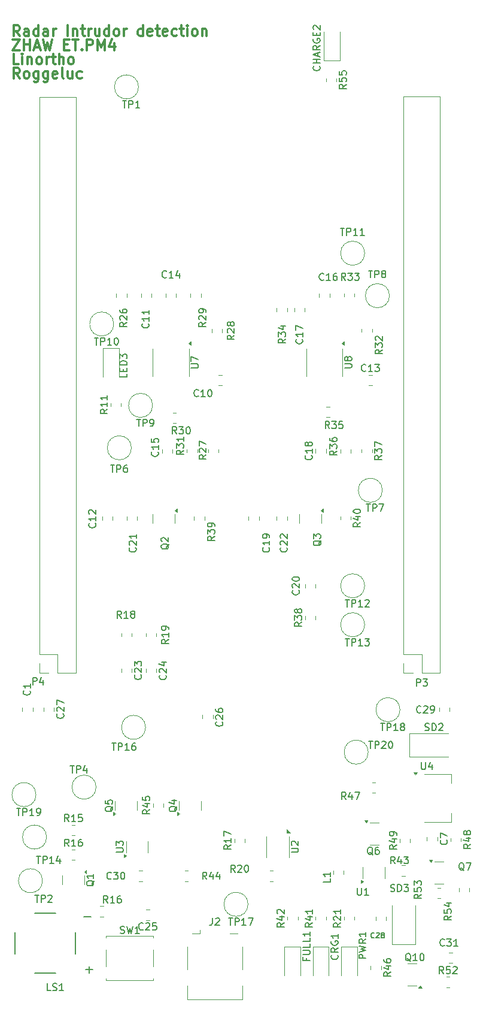
<source format=gbr>
%TF.GenerationSoftware,KiCad,Pcbnew,9.0.0*%
%TF.CreationDate,2025-03-31T13:52:19+02:00*%
%TF.ProjectId,HW_roggeluc_linortho,48575f72-6f67-4676-956c-75635f6c696e,rev?*%
%TF.SameCoordinates,Original*%
%TF.FileFunction,Legend,Top*%
%TF.FilePolarity,Positive*%
%FSLAX46Y46*%
G04 Gerber Fmt 4.6, Leading zero omitted, Abs format (unit mm)*
G04 Created by KiCad (PCBNEW 9.0.0) date 2025-03-31 13:52:19*
%MOMM*%
%LPD*%
G01*
G04 APERTURE LIST*
%ADD10C,0.300000*%
%ADD11C,0.150000*%
%ADD12C,0.120000*%
%ADD13C,0.127000*%
G04 APERTURE END LIST*
D10*
X42411653Y-37300828D02*
X41911653Y-36586542D01*
X41554510Y-37300828D02*
X41554510Y-35800828D01*
X41554510Y-35800828D02*
X42125939Y-35800828D01*
X42125939Y-35800828D02*
X42268796Y-35872257D01*
X42268796Y-35872257D02*
X42340225Y-35943685D01*
X42340225Y-35943685D02*
X42411653Y-36086542D01*
X42411653Y-36086542D02*
X42411653Y-36300828D01*
X42411653Y-36300828D02*
X42340225Y-36443685D01*
X42340225Y-36443685D02*
X42268796Y-36515114D01*
X42268796Y-36515114D02*
X42125939Y-36586542D01*
X42125939Y-36586542D02*
X41554510Y-36586542D01*
X43268796Y-37300828D02*
X43125939Y-37229400D01*
X43125939Y-37229400D02*
X43054510Y-37157971D01*
X43054510Y-37157971D02*
X42983082Y-37015114D01*
X42983082Y-37015114D02*
X42983082Y-36586542D01*
X42983082Y-36586542D02*
X43054510Y-36443685D01*
X43054510Y-36443685D02*
X43125939Y-36372257D01*
X43125939Y-36372257D02*
X43268796Y-36300828D01*
X43268796Y-36300828D02*
X43483082Y-36300828D01*
X43483082Y-36300828D02*
X43625939Y-36372257D01*
X43625939Y-36372257D02*
X43697368Y-36443685D01*
X43697368Y-36443685D02*
X43768796Y-36586542D01*
X43768796Y-36586542D02*
X43768796Y-37015114D01*
X43768796Y-37015114D02*
X43697368Y-37157971D01*
X43697368Y-37157971D02*
X43625939Y-37229400D01*
X43625939Y-37229400D02*
X43483082Y-37300828D01*
X43483082Y-37300828D02*
X43268796Y-37300828D01*
X45054511Y-36300828D02*
X45054511Y-37515114D01*
X45054511Y-37515114D02*
X44983082Y-37657971D01*
X44983082Y-37657971D02*
X44911653Y-37729400D01*
X44911653Y-37729400D02*
X44768796Y-37800828D01*
X44768796Y-37800828D02*
X44554511Y-37800828D01*
X44554511Y-37800828D02*
X44411653Y-37729400D01*
X45054511Y-37229400D02*
X44911653Y-37300828D01*
X44911653Y-37300828D02*
X44625939Y-37300828D01*
X44625939Y-37300828D02*
X44483082Y-37229400D01*
X44483082Y-37229400D02*
X44411653Y-37157971D01*
X44411653Y-37157971D02*
X44340225Y-37015114D01*
X44340225Y-37015114D02*
X44340225Y-36586542D01*
X44340225Y-36586542D02*
X44411653Y-36443685D01*
X44411653Y-36443685D02*
X44483082Y-36372257D01*
X44483082Y-36372257D02*
X44625939Y-36300828D01*
X44625939Y-36300828D02*
X44911653Y-36300828D01*
X44911653Y-36300828D02*
X45054511Y-36372257D01*
X46411654Y-36300828D02*
X46411654Y-37515114D01*
X46411654Y-37515114D02*
X46340225Y-37657971D01*
X46340225Y-37657971D02*
X46268796Y-37729400D01*
X46268796Y-37729400D02*
X46125939Y-37800828D01*
X46125939Y-37800828D02*
X45911654Y-37800828D01*
X45911654Y-37800828D02*
X45768796Y-37729400D01*
X46411654Y-37229400D02*
X46268796Y-37300828D01*
X46268796Y-37300828D02*
X45983082Y-37300828D01*
X45983082Y-37300828D02*
X45840225Y-37229400D01*
X45840225Y-37229400D02*
X45768796Y-37157971D01*
X45768796Y-37157971D02*
X45697368Y-37015114D01*
X45697368Y-37015114D02*
X45697368Y-36586542D01*
X45697368Y-36586542D02*
X45768796Y-36443685D01*
X45768796Y-36443685D02*
X45840225Y-36372257D01*
X45840225Y-36372257D02*
X45983082Y-36300828D01*
X45983082Y-36300828D02*
X46268796Y-36300828D01*
X46268796Y-36300828D02*
X46411654Y-36372257D01*
X47697368Y-37229400D02*
X47554511Y-37300828D01*
X47554511Y-37300828D02*
X47268797Y-37300828D01*
X47268797Y-37300828D02*
X47125939Y-37229400D01*
X47125939Y-37229400D02*
X47054511Y-37086542D01*
X47054511Y-37086542D02*
X47054511Y-36515114D01*
X47054511Y-36515114D02*
X47125939Y-36372257D01*
X47125939Y-36372257D02*
X47268797Y-36300828D01*
X47268797Y-36300828D02*
X47554511Y-36300828D01*
X47554511Y-36300828D02*
X47697368Y-36372257D01*
X47697368Y-36372257D02*
X47768797Y-36515114D01*
X47768797Y-36515114D02*
X47768797Y-36657971D01*
X47768797Y-36657971D02*
X47054511Y-36800828D01*
X48625939Y-37300828D02*
X48483082Y-37229400D01*
X48483082Y-37229400D02*
X48411653Y-37086542D01*
X48411653Y-37086542D02*
X48411653Y-35800828D01*
X49840225Y-36300828D02*
X49840225Y-37300828D01*
X49197367Y-36300828D02*
X49197367Y-37086542D01*
X49197367Y-37086542D02*
X49268796Y-37229400D01*
X49268796Y-37229400D02*
X49411653Y-37300828D01*
X49411653Y-37300828D02*
X49625939Y-37300828D01*
X49625939Y-37300828D02*
X49768796Y-37229400D01*
X49768796Y-37229400D02*
X49840225Y-37157971D01*
X51197368Y-37229400D02*
X51054510Y-37300828D01*
X51054510Y-37300828D02*
X50768796Y-37300828D01*
X50768796Y-37300828D02*
X50625939Y-37229400D01*
X50625939Y-37229400D02*
X50554510Y-37157971D01*
X50554510Y-37157971D02*
X50483082Y-37015114D01*
X50483082Y-37015114D02*
X50483082Y-36586542D01*
X50483082Y-36586542D02*
X50554510Y-36443685D01*
X50554510Y-36443685D02*
X50625939Y-36372257D01*
X50625939Y-36372257D02*
X50768796Y-36300828D01*
X50768796Y-36300828D02*
X51054510Y-36300828D01*
X51054510Y-36300828D02*
X51197368Y-36372257D01*
X42268796Y-35300828D02*
X41554510Y-35300828D01*
X41554510Y-35300828D02*
X41554510Y-33800828D01*
X42768796Y-35300828D02*
X42768796Y-34300828D01*
X42768796Y-33800828D02*
X42697368Y-33872257D01*
X42697368Y-33872257D02*
X42768796Y-33943685D01*
X42768796Y-33943685D02*
X42840225Y-33872257D01*
X42840225Y-33872257D02*
X42768796Y-33800828D01*
X42768796Y-33800828D02*
X42768796Y-33943685D01*
X43483082Y-34300828D02*
X43483082Y-35300828D01*
X43483082Y-34443685D02*
X43554511Y-34372257D01*
X43554511Y-34372257D02*
X43697368Y-34300828D01*
X43697368Y-34300828D02*
X43911654Y-34300828D01*
X43911654Y-34300828D02*
X44054511Y-34372257D01*
X44054511Y-34372257D02*
X44125940Y-34515114D01*
X44125940Y-34515114D02*
X44125940Y-35300828D01*
X45054511Y-35300828D02*
X44911654Y-35229400D01*
X44911654Y-35229400D02*
X44840225Y-35157971D01*
X44840225Y-35157971D02*
X44768797Y-35015114D01*
X44768797Y-35015114D02*
X44768797Y-34586542D01*
X44768797Y-34586542D02*
X44840225Y-34443685D01*
X44840225Y-34443685D02*
X44911654Y-34372257D01*
X44911654Y-34372257D02*
X45054511Y-34300828D01*
X45054511Y-34300828D02*
X45268797Y-34300828D01*
X45268797Y-34300828D02*
X45411654Y-34372257D01*
X45411654Y-34372257D02*
X45483083Y-34443685D01*
X45483083Y-34443685D02*
X45554511Y-34586542D01*
X45554511Y-34586542D02*
X45554511Y-35015114D01*
X45554511Y-35015114D02*
X45483083Y-35157971D01*
X45483083Y-35157971D02*
X45411654Y-35229400D01*
X45411654Y-35229400D02*
X45268797Y-35300828D01*
X45268797Y-35300828D02*
X45054511Y-35300828D01*
X46197368Y-35300828D02*
X46197368Y-34300828D01*
X46197368Y-34586542D02*
X46268797Y-34443685D01*
X46268797Y-34443685D02*
X46340226Y-34372257D01*
X46340226Y-34372257D02*
X46483083Y-34300828D01*
X46483083Y-34300828D02*
X46625940Y-34300828D01*
X46911654Y-34300828D02*
X47483082Y-34300828D01*
X47125939Y-33800828D02*
X47125939Y-35086542D01*
X47125939Y-35086542D02*
X47197368Y-35229400D01*
X47197368Y-35229400D02*
X47340225Y-35300828D01*
X47340225Y-35300828D02*
X47483082Y-35300828D01*
X47983082Y-35300828D02*
X47983082Y-33800828D01*
X48625940Y-35300828D02*
X48625940Y-34515114D01*
X48625940Y-34515114D02*
X48554511Y-34372257D01*
X48554511Y-34372257D02*
X48411654Y-34300828D01*
X48411654Y-34300828D02*
X48197368Y-34300828D01*
X48197368Y-34300828D02*
X48054511Y-34372257D01*
X48054511Y-34372257D02*
X47983082Y-34443685D01*
X49554511Y-35300828D02*
X49411654Y-35229400D01*
X49411654Y-35229400D02*
X49340225Y-35157971D01*
X49340225Y-35157971D02*
X49268797Y-35015114D01*
X49268797Y-35015114D02*
X49268797Y-34586542D01*
X49268797Y-34586542D02*
X49340225Y-34443685D01*
X49340225Y-34443685D02*
X49411654Y-34372257D01*
X49411654Y-34372257D02*
X49554511Y-34300828D01*
X49554511Y-34300828D02*
X49768797Y-34300828D01*
X49768797Y-34300828D02*
X49911654Y-34372257D01*
X49911654Y-34372257D02*
X49983083Y-34443685D01*
X49983083Y-34443685D02*
X50054511Y-34586542D01*
X50054511Y-34586542D02*
X50054511Y-35015114D01*
X50054511Y-35015114D02*
X49983083Y-35157971D01*
X49983083Y-35157971D02*
X49911654Y-35229400D01*
X49911654Y-35229400D02*
X49768797Y-35300828D01*
X49768797Y-35300828D02*
X49554511Y-35300828D01*
X41411653Y-31800828D02*
X42411653Y-31800828D01*
X42411653Y-31800828D02*
X41411653Y-33300828D01*
X41411653Y-33300828D02*
X42411653Y-33300828D01*
X42983081Y-33300828D02*
X42983081Y-31800828D01*
X42983081Y-32515114D02*
X43840224Y-32515114D01*
X43840224Y-33300828D02*
X43840224Y-31800828D01*
X44483082Y-32872257D02*
X45197368Y-32872257D01*
X44340225Y-33300828D02*
X44840225Y-31800828D01*
X44840225Y-31800828D02*
X45340225Y-33300828D01*
X45697367Y-31800828D02*
X46054510Y-33300828D01*
X46054510Y-33300828D02*
X46340224Y-32229400D01*
X46340224Y-32229400D02*
X46625939Y-33300828D01*
X46625939Y-33300828D02*
X46983082Y-31800828D01*
X48697367Y-32515114D02*
X49197367Y-32515114D01*
X49411653Y-33300828D02*
X48697367Y-33300828D01*
X48697367Y-33300828D02*
X48697367Y-31800828D01*
X48697367Y-31800828D02*
X49411653Y-31800828D01*
X49840225Y-31800828D02*
X50697368Y-31800828D01*
X50268796Y-33300828D02*
X50268796Y-31800828D01*
X51197367Y-33157971D02*
X51268796Y-33229400D01*
X51268796Y-33229400D02*
X51197367Y-33300828D01*
X51197367Y-33300828D02*
X51125939Y-33229400D01*
X51125939Y-33229400D02*
X51197367Y-33157971D01*
X51197367Y-33157971D02*
X51197367Y-33300828D01*
X51911653Y-33300828D02*
X51911653Y-31800828D01*
X51911653Y-31800828D02*
X52483082Y-31800828D01*
X52483082Y-31800828D02*
X52625939Y-31872257D01*
X52625939Y-31872257D02*
X52697368Y-31943685D01*
X52697368Y-31943685D02*
X52768796Y-32086542D01*
X52768796Y-32086542D02*
X52768796Y-32300828D01*
X52768796Y-32300828D02*
X52697368Y-32443685D01*
X52697368Y-32443685D02*
X52625939Y-32515114D01*
X52625939Y-32515114D02*
X52483082Y-32586542D01*
X52483082Y-32586542D02*
X51911653Y-32586542D01*
X53411653Y-33300828D02*
X53411653Y-31800828D01*
X53411653Y-31800828D02*
X53911653Y-32872257D01*
X53911653Y-32872257D02*
X54411653Y-31800828D01*
X54411653Y-31800828D02*
X54411653Y-33300828D01*
X55768797Y-32300828D02*
X55768797Y-33300828D01*
X55411654Y-31729400D02*
X55054511Y-32800828D01*
X55054511Y-32800828D02*
X55983082Y-32800828D01*
X42411653Y-31300828D02*
X41911653Y-30586542D01*
X41554510Y-31300828D02*
X41554510Y-29800828D01*
X41554510Y-29800828D02*
X42125939Y-29800828D01*
X42125939Y-29800828D02*
X42268796Y-29872257D01*
X42268796Y-29872257D02*
X42340225Y-29943685D01*
X42340225Y-29943685D02*
X42411653Y-30086542D01*
X42411653Y-30086542D02*
X42411653Y-30300828D01*
X42411653Y-30300828D02*
X42340225Y-30443685D01*
X42340225Y-30443685D02*
X42268796Y-30515114D01*
X42268796Y-30515114D02*
X42125939Y-30586542D01*
X42125939Y-30586542D02*
X41554510Y-30586542D01*
X43697368Y-31300828D02*
X43697368Y-30515114D01*
X43697368Y-30515114D02*
X43625939Y-30372257D01*
X43625939Y-30372257D02*
X43483082Y-30300828D01*
X43483082Y-30300828D02*
X43197368Y-30300828D01*
X43197368Y-30300828D02*
X43054510Y-30372257D01*
X43697368Y-31229400D02*
X43554510Y-31300828D01*
X43554510Y-31300828D02*
X43197368Y-31300828D01*
X43197368Y-31300828D02*
X43054510Y-31229400D01*
X43054510Y-31229400D02*
X42983082Y-31086542D01*
X42983082Y-31086542D02*
X42983082Y-30943685D01*
X42983082Y-30943685D02*
X43054510Y-30800828D01*
X43054510Y-30800828D02*
X43197368Y-30729400D01*
X43197368Y-30729400D02*
X43554510Y-30729400D01*
X43554510Y-30729400D02*
X43697368Y-30657971D01*
X45054511Y-31300828D02*
X45054511Y-29800828D01*
X45054511Y-31229400D02*
X44911653Y-31300828D01*
X44911653Y-31300828D02*
X44625939Y-31300828D01*
X44625939Y-31300828D02*
X44483082Y-31229400D01*
X44483082Y-31229400D02*
X44411653Y-31157971D01*
X44411653Y-31157971D02*
X44340225Y-31015114D01*
X44340225Y-31015114D02*
X44340225Y-30586542D01*
X44340225Y-30586542D02*
X44411653Y-30443685D01*
X44411653Y-30443685D02*
X44483082Y-30372257D01*
X44483082Y-30372257D02*
X44625939Y-30300828D01*
X44625939Y-30300828D02*
X44911653Y-30300828D01*
X44911653Y-30300828D02*
X45054511Y-30372257D01*
X46411654Y-31300828D02*
X46411654Y-30515114D01*
X46411654Y-30515114D02*
X46340225Y-30372257D01*
X46340225Y-30372257D02*
X46197368Y-30300828D01*
X46197368Y-30300828D02*
X45911654Y-30300828D01*
X45911654Y-30300828D02*
X45768796Y-30372257D01*
X46411654Y-31229400D02*
X46268796Y-31300828D01*
X46268796Y-31300828D02*
X45911654Y-31300828D01*
X45911654Y-31300828D02*
X45768796Y-31229400D01*
X45768796Y-31229400D02*
X45697368Y-31086542D01*
X45697368Y-31086542D02*
X45697368Y-30943685D01*
X45697368Y-30943685D02*
X45768796Y-30800828D01*
X45768796Y-30800828D02*
X45911654Y-30729400D01*
X45911654Y-30729400D02*
X46268796Y-30729400D01*
X46268796Y-30729400D02*
X46411654Y-30657971D01*
X47125939Y-31300828D02*
X47125939Y-30300828D01*
X47125939Y-30586542D02*
X47197368Y-30443685D01*
X47197368Y-30443685D02*
X47268797Y-30372257D01*
X47268797Y-30372257D02*
X47411654Y-30300828D01*
X47411654Y-30300828D02*
X47554511Y-30300828D01*
X49197367Y-31300828D02*
X49197367Y-29800828D01*
X49911653Y-30300828D02*
X49911653Y-31300828D01*
X49911653Y-30443685D02*
X49983082Y-30372257D01*
X49983082Y-30372257D02*
X50125939Y-30300828D01*
X50125939Y-30300828D02*
X50340225Y-30300828D01*
X50340225Y-30300828D02*
X50483082Y-30372257D01*
X50483082Y-30372257D02*
X50554511Y-30515114D01*
X50554511Y-30515114D02*
X50554511Y-31300828D01*
X51054511Y-30300828D02*
X51625939Y-30300828D01*
X51268796Y-29800828D02*
X51268796Y-31086542D01*
X51268796Y-31086542D02*
X51340225Y-31229400D01*
X51340225Y-31229400D02*
X51483082Y-31300828D01*
X51483082Y-31300828D02*
X51625939Y-31300828D01*
X52125939Y-31300828D02*
X52125939Y-30300828D01*
X52125939Y-30586542D02*
X52197368Y-30443685D01*
X52197368Y-30443685D02*
X52268797Y-30372257D01*
X52268797Y-30372257D02*
X52411654Y-30300828D01*
X52411654Y-30300828D02*
X52554511Y-30300828D01*
X53697368Y-30300828D02*
X53697368Y-31300828D01*
X53054510Y-30300828D02*
X53054510Y-31086542D01*
X53054510Y-31086542D02*
X53125939Y-31229400D01*
X53125939Y-31229400D02*
X53268796Y-31300828D01*
X53268796Y-31300828D02*
X53483082Y-31300828D01*
X53483082Y-31300828D02*
X53625939Y-31229400D01*
X53625939Y-31229400D02*
X53697368Y-31157971D01*
X55054511Y-31300828D02*
X55054511Y-29800828D01*
X55054511Y-31229400D02*
X54911653Y-31300828D01*
X54911653Y-31300828D02*
X54625939Y-31300828D01*
X54625939Y-31300828D02*
X54483082Y-31229400D01*
X54483082Y-31229400D02*
X54411653Y-31157971D01*
X54411653Y-31157971D02*
X54340225Y-31015114D01*
X54340225Y-31015114D02*
X54340225Y-30586542D01*
X54340225Y-30586542D02*
X54411653Y-30443685D01*
X54411653Y-30443685D02*
X54483082Y-30372257D01*
X54483082Y-30372257D02*
X54625939Y-30300828D01*
X54625939Y-30300828D02*
X54911653Y-30300828D01*
X54911653Y-30300828D02*
X55054511Y-30372257D01*
X55983082Y-31300828D02*
X55840225Y-31229400D01*
X55840225Y-31229400D02*
X55768796Y-31157971D01*
X55768796Y-31157971D02*
X55697368Y-31015114D01*
X55697368Y-31015114D02*
X55697368Y-30586542D01*
X55697368Y-30586542D02*
X55768796Y-30443685D01*
X55768796Y-30443685D02*
X55840225Y-30372257D01*
X55840225Y-30372257D02*
X55983082Y-30300828D01*
X55983082Y-30300828D02*
X56197368Y-30300828D01*
X56197368Y-30300828D02*
X56340225Y-30372257D01*
X56340225Y-30372257D02*
X56411654Y-30443685D01*
X56411654Y-30443685D02*
X56483082Y-30586542D01*
X56483082Y-30586542D02*
X56483082Y-31015114D01*
X56483082Y-31015114D02*
X56411654Y-31157971D01*
X56411654Y-31157971D02*
X56340225Y-31229400D01*
X56340225Y-31229400D02*
X56197368Y-31300828D01*
X56197368Y-31300828D02*
X55983082Y-31300828D01*
X57125939Y-31300828D02*
X57125939Y-30300828D01*
X57125939Y-30586542D02*
X57197368Y-30443685D01*
X57197368Y-30443685D02*
X57268797Y-30372257D01*
X57268797Y-30372257D02*
X57411654Y-30300828D01*
X57411654Y-30300828D02*
X57554511Y-30300828D01*
X59840225Y-31300828D02*
X59840225Y-29800828D01*
X59840225Y-31229400D02*
X59697367Y-31300828D01*
X59697367Y-31300828D02*
X59411653Y-31300828D01*
X59411653Y-31300828D02*
X59268796Y-31229400D01*
X59268796Y-31229400D02*
X59197367Y-31157971D01*
X59197367Y-31157971D02*
X59125939Y-31015114D01*
X59125939Y-31015114D02*
X59125939Y-30586542D01*
X59125939Y-30586542D02*
X59197367Y-30443685D01*
X59197367Y-30443685D02*
X59268796Y-30372257D01*
X59268796Y-30372257D02*
X59411653Y-30300828D01*
X59411653Y-30300828D02*
X59697367Y-30300828D01*
X59697367Y-30300828D02*
X59840225Y-30372257D01*
X61125939Y-31229400D02*
X60983082Y-31300828D01*
X60983082Y-31300828D02*
X60697368Y-31300828D01*
X60697368Y-31300828D02*
X60554510Y-31229400D01*
X60554510Y-31229400D02*
X60483082Y-31086542D01*
X60483082Y-31086542D02*
X60483082Y-30515114D01*
X60483082Y-30515114D02*
X60554510Y-30372257D01*
X60554510Y-30372257D02*
X60697368Y-30300828D01*
X60697368Y-30300828D02*
X60983082Y-30300828D01*
X60983082Y-30300828D02*
X61125939Y-30372257D01*
X61125939Y-30372257D02*
X61197368Y-30515114D01*
X61197368Y-30515114D02*
X61197368Y-30657971D01*
X61197368Y-30657971D02*
X60483082Y-30800828D01*
X61625939Y-30300828D02*
X62197367Y-30300828D01*
X61840224Y-29800828D02*
X61840224Y-31086542D01*
X61840224Y-31086542D02*
X61911653Y-31229400D01*
X61911653Y-31229400D02*
X62054510Y-31300828D01*
X62054510Y-31300828D02*
X62197367Y-31300828D01*
X63268796Y-31229400D02*
X63125939Y-31300828D01*
X63125939Y-31300828D02*
X62840225Y-31300828D01*
X62840225Y-31300828D02*
X62697367Y-31229400D01*
X62697367Y-31229400D02*
X62625939Y-31086542D01*
X62625939Y-31086542D02*
X62625939Y-30515114D01*
X62625939Y-30515114D02*
X62697367Y-30372257D01*
X62697367Y-30372257D02*
X62840225Y-30300828D01*
X62840225Y-30300828D02*
X63125939Y-30300828D01*
X63125939Y-30300828D02*
X63268796Y-30372257D01*
X63268796Y-30372257D02*
X63340225Y-30515114D01*
X63340225Y-30515114D02*
X63340225Y-30657971D01*
X63340225Y-30657971D02*
X62625939Y-30800828D01*
X64625939Y-31229400D02*
X64483081Y-31300828D01*
X64483081Y-31300828D02*
X64197367Y-31300828D01*
X64197367Y-31300828D02*
X64054510Y-31229400D01*
X64054510Y-31229400D02*
X63983081Y-31157971D01*
X63983081Y-31157971D02*
X63911653Y-31015114D01*
X63911653Y-31015114D02*
X63911653Y-30586542D01*
X63911653Y-30586542D02*
X63983081Y-30443685D01*
X63983081Y-30443685D02*
X64054510Y-30372257D01*
X64054510Y-30372257D02*
X64197367Y-30300828D01*
X64197367Y-30300828D02*
X64483081Y-30300828D01*
X64483081Y-30300828D02*
X64625939Y-30372257D01*
X65054510Y-30300828D02*
X65625938Y-30300828D01*
X65268795Y-29800828D02*
X65268795Y-31086542D01*
X65268795Y-31086542D02*
X65340224Y-31229400D01*
X65340224Y-31229400D02*
X65483081Y-31300828D01*
X65483081Y-31300828D02*
X65625938Y-31300828D01*
X66125938Y-31300828D02*
X66125938Y-30300828D01*
X66125938Y-29800828D02*
X66054510Y-29872257D01*
X66054510Y-29872257D02*
X66125938Y-29943685D01*
X66125938Y-29943685D02*
X66197367Y-29872257D01*
X66197367Y-29872257D02*
X66125938Y-29800828D01*
X66125938Y-29800828D02*
X66125938Y-29943685D01*
X67054510Y-31300828D02*
X66911653Y-31229400D01*
X66911653Y-31229400D02*
X66840224Y-31157971D01*
X66840224Y-31157971D02*
X66768796Y-31015114D01*
X66768796Y-31015114D02*
X66768796Y-30586542D01*
X66768796Y-30586542D02*
X66840224Y-30443685D01*
X66840224Y-30443685D02*
X66911653Y-30372257D01*
X66911653Y-30372257D02*
X67054510Y-30300828D01*
X67054510Y-30300828D02*
X67268796Y-30300828D01*
X67268796Y-30300828D02*
X67411653Y-30372257D01*
X67411653Y-30372257D02*
X67483082Y-30443685D01*
X67483082Y-30443685D02*
X67554510Y-30586542D01*
X67554510Y-30586542D02*
X67554510Y-31015114D01*
X67554510Y-31015114D02*
X67483082Y-31157971D01*
X67483082Y-31157971D02*
X67411653Y-31229400D01*
X67411653Y-31229400D02*
X67268796Y-31300828D01*
X67268796Y-31300828D02*
X67054510Y-31300828D01*
X68197367Y-30300828D02*
X68197367Y-31300828D01*
X68197367Y-30443685D02*
X68268796Y-30372257D01*
X68268796Y-30372257D02*
X68411653Y-30300828D01*
X68411653Y-30300828D02*
X68625939Y-30300828D01*
X68625939Y-30300828D02*
X68768796Y-30372257D01*
X68768796Y-30372257D02*
X68840225Y-30515114D01*
X68840225Y-30515114D02*
X68840225Y-31300828D01*
D11*
X92542502Y-158693543D02*
X92506788Y-158729258D01*
X92506788Y-158729258D02*
X92399645Y-158764972D01*
X92399645Y-158764972D02*
X92328217Y-158764972D01*
X92328217Y-158764972D02*
X92221074Y-158729258D01*
X92221074Y-158729258D02*
X92149645Y-158657829D01*
X92149645Y-158657829D02*
X92113931Y-158586400D01*
X92113931Y-158586400D02*
X92078217Y-158443543D01*
X92078217Y-158443543D02*
X92078217Y-158336400D01*
X92078217Y-158336400D02*
X92113931Y-158193543D01*
X92113931Y-158193543D02*
X92149645Y-158122115D01*
X92149645Y-158122115D02*
X92221074Y-158050686D01*
X92221074Y-158050686D02*
X92328217Y-158014972D01*
X92328217Y-158014972D02*
X92399645Y-158014972D01*
X92399645Y-158014972D02*
X92506788Y-158050686D01*
X92506788Y-158050686D02*
X92542502Y-158086400D01*
X92828217Y-158086400D02*
X92863931Y-158050686D01*
X92863931Y-158050686D02*
X92935360Y-158014972D01*
X92935360Y-158014972D02*
X93113931Y-158014972D01*
X93113931Y-158014972D02*
X93185360Y-158050686D01*
X93185360Y-158050686D02*
X93221074Y-158086400D01*
X93221074Y-158086400D02*
X93256788Y-158157829D01*
X93256788Y-158157829D02*
X93256788Y-158229258D01*
X93256788Y-158229258D02*
X93221074Y-158336400D01*
X93221074Y-158336400D02*
X92792502Y-158764972D01*
X92792502Y-158764972D02*
X93256788Y-158764972D01*
X93685360Y-158336400D02*
X93613931Y-158300686D01*
X93613931Y-158300686D02*
X93578217Y-158264972D01*
X93578217Y-158264972D02*
X93542503Y-158193543D01*
X93542503Y-158193543D02*
X93542503Y-158157829D01*
X93542503Y-158157829D02*
X93578217Y-158086400D01*
X93578217Y-158086400D02*
X93613931Y-158050686D01*
X93613931Y-158050686D02*
X93685360Y-158014972D01*
X93685360Y-158014972D02*
X93828217Y-158014972D01*
X93828217Y-158014972D02*
X93899646Y-158050686D01*
X93899646Y-158050686D02*
X93935360Y-158086400D01*
X93935360Y-158086400D02*
X93971074Y-158157829D01*
X93971074Y-158157829D02*
X93971074Y-158193543D01*
X93971074Y-158193543D02*
X93935360Y-158264972D01*
X93935360Y-158264972D02*
X93899646Y-158300686D01*
X93899646Y-158300686D02*
X93828217Y-158336400D01*
X93828217Y-158336400D02*
X93685360Y-158336400D01*
X93685360Y-158336400D02*
X93613931Y-158372115D01*
X93613931Y-158372115D02*
X93578217Y-158407829D01*
X93578217Y-158407829D02*
X93542503Y-158479258D01*
X93542503Y-158479258D02*
X93542503Y-158622115D01*
X93542503Y-158622115D02*
X93578217Y-158693543D01*
X93578217Y-158693543D02*
X93613931Y-158729258D01*
X93613931Y-158729258D02*
X93685360Y-158764972D01*
X93685360Y-158764972D02*
X93828217Y-158764972D01*
X93828217Y-158764972D02*
X93899646Y-158729258D01*
X93899646Y-158729258D02*
X93935360Y-158693543D01*
X93935360Y-158693543D02*
X93971074Y-158622115D01*
X93971074Y-158622115D02*
X93971074Y-158479258D01*
X93971074Y-158479258D02*
X93935360Y-158407829D01*
X93935360Y-158407829D02*
X93899646Y-158372115D01*
X93899646Y-158372115D02*
X93828217Y-158336400D01*
X94868412Y-152154911D02*
X95011269Y-152202530D01*
X95011269Y-152202530D02*
X95249364Y-152202530D01*
X95249364Y-152202530D02*
X95344602Y-152154911D01*
X95344602Y-152154911D02*
X95392221Y-152107291D01*
X95392221Y-152107291D02*
X95439840Y-152012053D01*
X95439840Y-152012053D02*
X95439840Y-151916815D01*
X95439840Y-151916815D02*
X95392221Y-151821577D01*
X95392221Y-151821577D02*
X95344602Y-151773958D01*
X95344602Y-151773958D02*
X95249364Y-151726339D01*
X95249364Y-151726339D02*
X95058888Y-151678720D01*
X95058888Y-151678720D02*
X94963650Y-151631101D01*
X94963650Y-151631101D02*
X94916031Y-151583482D01*
X94916031Y-151583482D02*
X94868412Y-151488244D01*
X94868412Y-151488244D02*
X94868412Y-151393006D01*
X94868412Y-151393006D02*
X94916031Y-151297768D01*
X94916031Y-151297768D02*
X94963650Y-151250149D01*
X94963650Y-151250149D02*
X95058888Y-151202530D01*
X95058888Y-151202530D02*
X95296983Y-151202530D01*
X95296983Y-151202530D02*
X95439840Y-151250149D01*
X95868412Y-152202530D02*
X95868412Y-151202530D01*
X95868412Y-151202530D02*
X96106507Y-151202530D01*
X96106507Y-151202530D02*
X96249364Y-151250149D01*
X96249364Y-151250149D02*
X96344602Y-151345387D01*
X96344602Y-151345387D02*
X96392221Y-151440625D01*
X96392221Y-151440625D02*
X96439840Y-151631101D01*
X96439840Y-151631101D02*
X96439840Y-151773958D01*
X96439840Y-151773958D02*
X96392221Y-151964434D01*
X96392221Y-151964434D02*
X96344602Y-152059672D01*
X96344602Y-152059672D02*
X96249364Y-152154911D01*
X96249364Y-152154911D02*
X96106507Y-152202530D01*
X96106507Y-152202530D02*
X95868412Y-152202530D01*
X96773174Y-151202530D02*
X97392221Y-151202530D01*
X97392221Y-151202530D02*
X97058888Y-151583482D01*
X97058888Y-151583482D02*
X97201745Y-151583482D01*
X97201745Y-151583482D02*
X97296983Y-151631101D01*
X97296983Y-151631101D02*
X97344602Y-151678720D01*
X97344602Y-151678720D02*
X97392221Y-151773958D01*
X97392221Y-151773958D02*
X97392221Y-152012053D01*
X97392221Y-152012053D02*
X97344602Y-152107291D01*
X97344602Y-152107291D02*
X97296983Y-152154911D01*
X97296983Y-152154911D02*
X97201745Y-152202530D01*
X97201745Y-152202530D02*
X96916031Y-152202530D01*
X96916031Y-152202530D02*
X96820793Y-152154911D01*
X96820793Y-152154911D02*
X96773174Y-152107291D01*
X56642450Y-158065005D02*
X56785307Y-158112624D01*
X56785307Y-158112624D02*
X57023402Y-158112624D01*
X57023402Y-158112624D02*
X57118640Y-158065005D01*
X57118640Y-158065005D02*
X57166259Y-158017385D01*
X57166259Y-158017385D02*
X57213878Y-157922147D01*
X57213878Y-157922147D02*
X57213878Y-157826909D01*
X57213878Y-157826909D02*
X57166259Y-157731671D01*
X57166259Y-157731671D02*
X57118640Y-157684052D01*
X57118640Y-157684052D02*
X57023402Y-157636433D01*
X57023402Y-157636433D02*
X56832926Y-157588814D01*
X56832926Y-157588814D02*
X56737688Y-157541195D01*
X56737688Y-157541195D02*
X56690069Y-157493576D01*
X56690069Y-157493576D02*
X56642450Y-157398338D01*
X56642450Y-157398338D02*
X56642450Y-157303100D01*
X56642450Y-157303100D02*
X56690069Y-157207862D01*
X56690069Y-157207862D02*
X56737688Y-157160243D01*
X56737688Y-157160243D02*
X56832926Y-157112624D01*
X56832926Y-157112624D02*
X57071021Y-157112624D01*
X57071021Y-157112624D02*
X57213878Y-157160243D01*
X57547212Y-157112624D02*
X57785307Y-158112624D01*
X57785307Y-158112624D02*
X57975783Y-157398338D01*
X57975783Y-157398338D02*
X58166259Y-158112624D01*
X58166259Y-158112624D02*
X58404355Y-157112624D01*
X59309116Y-158112624D02*
X58737688Y-158112624D01*
X59023402Y-158112624D02*
X59023402Y-157112624D01*
X59023402Y-157112624D02*
X58928164Y-157255481D01*
X58928164Y-157255481D02*
X58832926Y-157350719D01*
X58832926Y-157350719D02*
X58737688Y-157398338D01*
X91761905Y-130954819D02*
X92333333Y-130954819D01*
X92047619Y-131954819D02*
X92047619Y-130954819D01*
X92666667Y-131954819D02*
X92666667Y-130954819D01*
X92666667Y-130954819D02*
X93047619Y-130954819D01*
X93047619Y-130954819D02*
X93142857Y-131002438D01*
X93142857Y-131002438D02*
X93190476Y-131050057D01*
X93190476Y-131050057D02*
X93238095Y-131145295D01*
X93238095Y-131145295D02*
X93238095Y-131288152D01*
X93238095Y-131288152D02*
X93190476Y-131383390D01*
X93190476Y-131383390D02*
X93142857Y-131431009D01*
X93142857Y-131431009D02*
X93047619Y-131478628D01*
X93047619Y-131478628D02*
X92666667Y-131478628D01*
X93619048Y-131050057D02*
X93666667Y-131002438D01*
X93666667Y-131002438D02*
X93761905Y-130954819D01*
X93761905Y-130954819D02*
X94000000Y-130954819D01*
X94000000Y-130954819D02*
X94095238Y-131002438D01*
X94095238Y-131002438D02*
X94142857Y-131050057D01*
X94142857Y-131050057D02*
X94190476Y-131145295D01*
X94190476Y-131145295D02*
X94190476Y-131240533D01*
X94190476Y-131240533D02*
X94142857Y-131383390D01*
X94142857Y-131383390D02*
X93571429Y-131954819D01*
X93571429Y-131954819D02*
X94190476Y-131954819D01*
X94809524Y-130954819D02*
X94904762Y-130954819D01*
X94904762Y-130954819D02*
X95000000Y-131002438D01*
X95000000Y-131002438D02*
X95047619Y-131050057D01*
X95047619Y-131050057D02*
X95095238Y-131145295D01*
X95095238Y-131145295D02*
X95142857Y-131335771D01*
X95142857Y-131335771D02*
X95142857Y-131573866D01*
X95142857Y-131573866D02*
X95095238Y-131764342D01*
X95095238Y-131764342D02*
X95047619Y-131859580D01*
X95047619Y-131859580D02*
X95000000Y-131907200D01*
X95000000Y-131907200D02*
X94904762Y-131954819D01*
X94904762Y-131954819D02*
X94809524Y-131954819D01*
X94809524Y-131954819D02*
X94714286Y-131907200D01*
X94714286Y-131907200D02*
X94666667Y-131859580D01*
X94666667Y-131859580D02*
X94619048Y-131764342D01*
X94619048Y-131764342D02*
X94571429Y-131573866D01*
X94571429Y-131573866D02*
X94571429Y-131335771D01*
X94571429Y-131335771D02*
X94619048Y-131145295D01*
X94619048Y-131145295D02*
X94666667Y-131050057D01*
X94666667Y-131050057D02*
X94714286Y-131002438D01*
X94714286Y-131002438D02*
X94809524Y-130954819D01*
X99163535Y-126864428D02*
X99115916Y-126912048D01*
X99115916Y-126912048D02*
X98973059Y-126959667D01*
X98973059Y-126959667D02*
X98877821Y-126959667D01*
X98877821Y-126959667D02*
X98734964Y-126912048D01*
X98734964Y-126912048D02*
X98639726Y-126816809D01*
X98639726Y-126816809D02*
X98592107Y-126721571D01*
X98592107Y-126721571D02*
X98544488Y-126531095D01*
X98544488Y-126531095D02*
X98544488Y-126388238D01*
X98544488Y-126388238D02*
X98592107Y-126197762D01*
X98592107Y-126197762D02*
X98639726Y-126102524D01*
X98639726Y-126102524D02*
X98734964Y-126007286D01*
X98734964Y-126007286D02*
X98877821Y-125959667D01*
X98877821Y-125959667D02*
X98973059Y-125959667D01*
X98973059Y-125959667D02*
X99115916Y-126007286D01*
X99115916Y-126007286D02*
X99163535Y-126054905D01*
X99544488Y-126054905D02*
X99592107Y-126007286D01*
X99592107Y-126007286D02*
X99687345Y-125959667D01*
X99687345Y-125959667D02*
X99925440Y-125959667D01*
X99925440Y-125959667D02*
X100020678Y-126007286D01*
X100020678Y-126007286D02*
X100068297Y-126054905D01*
X100068297Y-126054905D02*
X100115916Y-126150143D01*
X100115916Y-126150143D02*
X100115916Y-126245381D01*
X100115916Y-126245381D02*
X100068297Y-126388238D01*
X100068297Y-126388238D02*
X99496869Y-126959667D01*
X99496869Y-126959667D02*
X100115916Y-126959667D01*
X100592107Y-126959667D02*
X100782583Y-126959667D01*
X100782583Y-126959667D02*
X100877821Y-126912048D01*
X100877821Y-126912048D02*
X100925440Y-126864428D01*
X100925440Y-126864428D02*
X101020678Y-126721571D01*
X101020678Y-126721571D02*
X101068297Y-126531095D01*
X101068297Y-126531095D02*
X101068297Y-126150143D01*
X101068297Y-126150143D02*
X101020678Y-126054905D01*
X101020678Y-126054905D02*
X100973059Y-126007286D01*
X100973059Y-126007286D02*
X100877821Y-125959667D01*
X100877821Y-125959667D02*
X100687345Y-125959667D01*
X100687345Y-125959667D02*
X100592107Y-126007286D01*
X100592107Y-126007286D02*
X100544488Y-126054905D01*
X100544488Y-126054905D02*
X100496869Y-126150143D01*
X100496869Y-126150143D02*
X100496869Y-126388238D01*
X100496869Y-126388238D02*
X100544488Y-126483476D01*
X100544488Y-126483476D02*
X100592107Y-126531095D01*
X100592107Y-126531095D02*
X100687345Y-126578714D01*
X100687345Y-126578714D02*
X100877821Y-126578714D01*
X100877821Y-126578714D02*
X100973059Y-126531095D01*
X100973059Y-126531095D02*
X101020678Y-126483476D01*
X101020678Y-126483476D02*
X101068297Y-126388238D01*
X92349533Y-147020402D02*
X92254295Y-146972783D01*
X92254295Y-146972783D02*
X92159057Y-146877545D01*
X92159057Y-146877545D02*
X92016200Y-146734687D01*
X92016200Y-146734687D02*
X91920962Y-146687068D01*
X91920962Y-146687068D02*
X91825724Y-146687068D01*
X91873343Y-146925164D02*
X91778105Y-146877545D01*
X91778105Y-146877545D02*
X91682867Y-146782306D01*
X91682867Y-146782306D02*
X91635248Y-146591830D01*
X91635248Y-146591830D02*
X91635248Y-146258497D01*
X91635248Y-146258497D02*
X91682867Y-146068021D01*
X91682867Y-146068021D02*
X91778105Y-145972783D01*
X91778105Y-145972783D02*
X91873343Y-145925164D01*
X91873343Y-145925164D02*
X92063819Y-145925164D01*
X92063819Y-145925164D02*
X92159057Y-145972783D01*
X92159057Y-145972783D02*
X92254295Y-146068021D01*
X92254295Y-146068021D02*
X92301914Y-146258497D01*
X92301914Y-146258497D02*
X92301914Y-146591830D01*
X92301914Y-146591830D02*
X92254295Y-146782306D01*
X92254295Y-146782306D02*
X92159057Y-146877545D01*
X92159057Y-146877545D02*
X92063819Y-146925164D01*
X92063819Y-146925164D02*
X91873343Y-146925164D01*
X93159057Y-145925164D02*
X92968581Y-145925164D01*
X92968581Y-145925164D02*
X92873343Y-145972783D01*
X92873343Y-145972783D02*
X92825724Y-146020402D01*
X92825724Y-146020402D02*
X92730486Y-146163259D01*
X92730486Y-146163259D02*
X92682867Y-146353735D01*
X92682867Y-146353735D02*
X92682867Y-146734687D01*
X92682867Y-146734687D02*
X92730486Y-146829925D01*
X92730486Y-146829925D02*
X92778105Y-146877545D01*
X92778105Y-146877545D02*
X92873343Y-146925164D01*
X92873343Y-146925164D02*
X93063819Y-146925164D01*
X93063819Y-146925164D02*
X93159057Y-146877545D01*
X93159057Y-146877545D02*
X93206676Y-146829925D01*
X93206676Y-146829925D02*
X93254295Y-146734687D01*
X93254295Y-146734687D02*
X93254295Y-146496592D01*
X93254295Y-146496592D02*
X93206676Y-146401354D01*
X93206676Y-146401354D02*
X93159057Y-146353735D01*
X93159057Y-146353735D02*
X93063819Y-146306116D01*
X93063819Y-146306116D02*
X92873343Y-146306116D01*
X92873343Y-146306116D02*
X92778105Y-146353735D01*
X92778105Y-146353735D02*
X92730486Y-146401354D01*
X92730486Y-146401354D02*
X92682867Y-146496592D01*
X86309855Y-150347455D02*
X86309855Y-150823645D01*
X86309855Y-150823645D02*
X85309855Y-150823645D01*
X86309855Y-149490312D02*
X86309855Y-150061740D01*
X86309855Y-149776026D02*
X85309855Y-149776026D01*
X85309855Y-149776026D02*
X85452712Y-149871264D01*
X85452712Y-149871264D02*
X85547950Y-149966502D01*
X85547950Y-149966502D02*
X85595569Y-150061740D01*
X99738095Y-129407200D02*
X99880952Y-129454819D01*
X99880952Y-129454819D02*
X100119047Y-129454819D01*
X100119047Y-129454819D02*
X100214285Y-129407200D01*
X100214285Y-129407200D02*
X100261904Y-129359580D01*
X100261904Y-129359580D02*
X100309523Y-129264342D01*
X100309523Y-129264342D02*
X100309523Y-129169104D01*
X100309523Y-129169104D02*
X100261904Y-129073866D01*
X100261904Y-129073866D02*
X100214285Y-129026247D01*
X100214285Y-129026247D02*
X100119047Y-128978628D01*
X100119047Y-128978628D02*
X99928571Y-128931009D01*
X99928571Y-128931009D02*
X99833333Y-128883390D01*
X99833333Y-128883390D02*
X99785714Y-128835771D01*
X99785714Y-128835771D02*
X99738095Y-128740533D01*
X99738095Y-128740533D02*
X99738095Y-128645295D01*
X99738095Y-128645295D02*
X99785714Y-128550057D01*
X99785714Y-128550057D02*
X99833333Y-128502438D01*
X99833333Y-128502438D02*
X99928571Y-128454819D01*
X99928571Y-128454819D02*
X100166666Y-128454819D01*
X100166666Y-128454819D02*
X100309523Y-128502438D01*
X100738095Y-129454819D02*
X100738095Y-128454819D01*
X100738095Y-128454819D02*
X100976190Y-128454819D01*
X100976190Y-128454819D02*
X101119047Y-128502438D01*
X101119047Y-128502438D02*
X101214285Y-128597676D01*
X101214285Y-128597676D02*
X101261904Y-128692914D01*
X101261904Y-128692914D02*
X101309523Y-128883390D01*
X101309523Y-128883390D02*
X101309523Y-129026247D01*
X101309523Y-129026247D02*
X101261904Y-129216723D01*
X101261904Y-129216723D02*
X101214285Y-129311961D01*
X101214285Y-129311961D02*
X101119047Y-129407200D01*
X101119047Y-129407200D02*
X100976190Y-129454819D01*
X100976190Y-129454819D02*
X100738095Y-129454819D01*
X101690476Y-128550057D02*
X101738095Y-128502438D01*
X101738095Y-128502438D02*
X101833333Y-128454819D01*
X101833333Y-128454819D02*
X102071428Y-128454819D01*
X102071428Y-128454819D02*
X102166666Y-128502438D01*
X102166666Y-128502438D02*
X102214285Y-128550057D01*
X102214285Y-128550057D02*
X102261904Y-128645295D01*
X102261904Y-128645295D02*
X102261904Y-128740533D01*
X102261904Y-128740533D02*
X102214285Y-128883390D01*
X102214285Y-128883390D02*
X101642857Y-129454819D01*
X101642857Y-129454819D02*
X102261904Y-129454819D01*
X95708573Y-145636951D02*
X95232382Y-145970284D01*
X95708573Y-146208379D02*
X94708573Y-146208379D01*
X94708573Y-146208379D02*
X94708573Y-145827427D01*
X94708573Y-145827427D02*
X94756192Y-145732189D01*
X94756192Y-145732189D02*
X94803811Y-145684570D01*
X94803811Y-145684570D02*
X94899049Y-145636951D01*
X94899049Y-145636951D02*
X95041906Y-145636951D01*
X95041906Y-145636951D02*
X95137144Y-145684570D01*
X95137144Y-145684570D02*
X95184763Y-145732189D01*
X95184763Y-145732189D02*
X95232382Y-145827427D01*
X95232382Y-145827427D02*
X95232382Y-146208379D01*
X95041906Y-144779808D02*
X95708573Y-144779808D01*
X94660954Y-145017903D02*
X95375239Y-145255998D01*
X95375239Y-145255998D02*
X95375239Y-144636951D01*
X95708573Y-144208379D02*
X95708573Y-144017903D01*
X95708573Y-144017903D02*
X95660954Y-143922665D01*
X95660954Y-143922665D02*
X95613334Y-143875046D01*
X95613334Y-143875046D02*
X95470477Y-143779808D01*
X95470477Y-143779808D02*
X95280001Y-143732189D01*
X95280001Y-143732189D02*
X94899049Y-143732189D01*
X94899049Y-143732189D02*
X94803811Y-143779808D01*
X94803811Y-143779808D02*
X94756192Y-143827427D01*
X94756192Y-143827427D02*
X94708573Y-143922665D01*
X94708573Y-143922665D02*
X94708573Y-144113141D01*
X94708573Y-144113141D02*
X94756192Y-144208379D01*
X94756192Y-144208379D02*
X94803811Y-144255998D01*
X94803811Y-144255998D02*
X94899049Y-144303617D01*
X94899049Y-144303617D02*
X95137144Y-144303617D01*
X95137144Y-144303617D02*
X95232382Y-144255998D01*
X95232382Y-144255998D02*
X95280001Y-144208379D01*
X95280001Y-144208379D02*
X95327620Y-144113141D01*
X95327620Y-144113141D02*
X95327620Y-143922665D01*
X95327620Y-143922665D02*
X95280001Y-143827427D01*
X95280001Y-143827427D02*
X95232382Y-143779808D01*
X95232382Y-143779808D02*
X95137144Y-143732189D01*
X94902482Y-163586314D02*
X94426291Y-163919647D01*
X94902482Y-164157742D02*
X93902482Y-164157742D01*
X93902482Y-164157742D02*
X93902482Y-163776790D01*
X93902482Y-163776790D02*
X93950101Y-163681552D01*
X93950101Y-163681552D02*
X93997720Y-163633933D01*
X93997720Y-163633933D02*
X94092958Y-163586314D01*
X94092958Y-163586314D02*
X94235815Y-163586314D01*
X94235815Y-163586314D02*
X94331053Y-163633933D01*
X94331053Y-163633933D02*
X94378672Y-163681552D01*
X94378672Y-163681552D02*
X94426291Y-163776790D01*
X94426291Y-163776790D02*
X94426291Y-164157742D01*
X94235815Y-162729171D02*
X94902482Y-162729171D01*
X93854863Y-162967266D02*
X94569148Y-163205361D01*
X94569148Y-163205361D02*
X94569148Y-162586314D01*
X93902482Y-161776790D02*
X93902482Y-161967266D01*
X93902482Y-161967266D02*
X93950101Y-162062504D01*
X93950101Y-162062504D02*
X93997720Y-162110123D01*
X93997720Y-162110123D02*
X94140577Y-162205361D01*
X94140577Y-162205361D02*
X94331053Y-162252980D01*
X94331053Y-162252980D02*
X94712005Y-162252980D01*
X94712005Y-162252980D02*
X94807243Y-162205361D01*
X94807243Y-162205361D02*
X94854863Y-162157742D01*
X94854863Y-162157742D02*
X94902482Y-162062504D01*
X94902482Y-162062504D02*
X94902482Y-161872028D01*
X94902482Y-161872028D02*
X94854863Y-161776790D01*
X94854863Y-161776790D02*
X94807243Y-161729171D01*
X94807243Y-161729171D02*
X94712005Y-161681552D01*
X94712005Y-161681552D02*
X94473910Y-161681552D01*
X94473910Y-161681552D02*
X94378672Y-161729171D01*
X94378672Y-161729171D02*
X94331053Y-161776790D01*
X94331053Y-161776790D02*
X94283434Y-161872028D01*
X94283434Y-161872028D02*
X94283434Y-162062504D01*
X94283434Y-162062504D02*
X94331053Y-162157742D01*
X94331053Y-162157742D02*
X94378672Y-162205361D01*
X94378672Y-162205361D02*
X94473910Y-162252980D01*
X95474222Y-148265964D02*
X95140889Y-147789773D01*
X94902794Y-148265964D02*
X94902794Y-147265964D01*
X94902794Y-147265964D02*
X95283746Y-147265964D01*
X95283746Y-147265964D02*
X95378984Y-147313583D01*
X95378984Y-147313583D02*
X95426603Y-147361202D01*
X95426603Y-147361202D02*
X95474222Y-147456440D01*
X95474222Y-147456440D02*
X95474222Y-147599297D01*
X95474222Y-147599297D02*
X95426603Y-147694535D01*
X95426603Y-147694535D02*
X95378984Y-147742154D01*
X95378984Y-147742154D02*
X95283746Y-147789773D01*
X95283746Y-147789773D02*
X94902794Y-147789773D01*
X96331365Y-147599297D02*
X96331365Y-148265964D01*
X96093270Y-147218345D02*
X95855175Y-147932630D01*
X95855175Y-147932630D02*
X96474222Y-147932630D01*
X96759937Y-147265964D02*
X97378984Y-147265964D01*
X97378984Y-147265964D02*
X97045651Y-147646916D01*
X97045651Y-147646916D02*
X97188508Y-147646916D01*
X97188508Y-147646916D02*
X97283746Y-147694535D01*
X97283746Y-147694535D02*
X97331365Y-147742154D01*
X97331365Y-147742154D02*
X97378984Y-147837392D01*
X97378984Y-147837392D02*
X97378984Y-148075487D01*
X97378984Y-148075487D02*
X97331365Y-148170725D01*
X97331365Y-148170725D02*
X97283746Y-148218345D01*
X97283746Y-148218345D02*
X97188508Y-148265964D01*
X97188508Y-148265964D02*
X96902794Y-148265964D01*
X96902794Y-148265964D02*
X96807556Y-148218345D01*
X96807556Y-148218345D02*
X96759937Y-148170725D01*
X88541160Y-139179559D02*
X88207827Y-138703368D01*
X87969732Y-139179559D02*
X87969732Y-138179559D01*
X87969732Y-138179559D02*
X88350684Y-138179559D01*
X88350684Y-138179559D02*
X88445922Y-138227178D01*
X88445922Y-138227178D02*
X88493541Y-138274797D01*
X88493541Y-138274797D02*
X88541160Y-138370035D01*
X88541160Y-138370035D02*
X88541160Y-138512892D01*
X88541160Y-138512892D02*
X88493541Y-138608130D01*
X88493541Y-138608130D02*
X88445922Y-138655749D01*
X88445922Y-138655749D02*
X88350684Y-138703368D01*
X88350684Y-138703368D02*
X87969732Y-138703368D01*
X89398303Y-138512892D02*
X89398303Y-139179559D01*
X89160208Y-138131940D02*
X88922113Y-138846225D01*
X88922113Y-138846225D02*
X89541160Y-138846225D01*
X89826875Y-138179559D02*
X90493541Y-138179559D01*
X90493541Y-138179559D02*
X90064970Y-139179559D01*
X41961905Y-140454819D02*
X42533333Y-140454819D01*
X42247619Y-141454819D02*
X42247619Y-140454819D01*
X42866667Y-141454819D02*
X42866667Y-140454819D01*
X42866667Y-140454819D02*
X43247619Y-140454819D01*
X43247619Y-140454819D02*
X43342857Y-140502438D01*
X43342857Y-140502438D02*
X43390476Y-140550057D01*
X43390476Y-140550057D02*
X43438095Y-140645295D01*
X43438095Y-140645295D02*
X43438095Y-140788152D01*
X43438095Y-140788152D02*
X43390476Y-140883390D01*
X43390476Y-140883390D02*
X43342857Y-140931009D01*
X43342857Y-140931009D02*
X43247619Y-140978628D01*
X43247619Y-140978628D02*
X42866667Y-140978628D01*
X44390476Y-141454819D02*
X43819048Y-141454819D01*
X44104762Y-141454819D02*
X44104762Y-140454819D01*
X44104762Y-140454819D02*
X44009524Y-140597676D01*
X44009524Y-140597676D02*
X43914286Y-140692914D01*
X43914286Y-140692914D02*
X43819048Y-140740533D01*
X44866667Y-141454819D02*
X45057143Y-141454819D01*
X45057143Y-141454819D02*
X45152381Y-141407200D01*
X45152381Y-141407200D02*
X45200000Y-141359580D01*
X45200000Y-141359580D02*
X45295238Y-141216723D01*
X45295238Y-141216723D02*
X45342857Y-141026247D01*
X45342857Y-141026247D02*
X45342857Y-140645295D01*
X45342857Y-140645295D02*
X45295238Y-140550057D01*
X45295238Y-140550057D02*
X45247619Y-140502438D01*
X45247619Y-140502438D02*
X45152381Y-140454819D01*
X45152381Y-140454819D02*
X44961905Y-140454819D01*
X44961905Y-140454819D02*
X44866667Y-140502438D01*
X44866667Y-140502438D02*
X44819048Y-140550057D01*
X44819048Y-140550057D02*
X44771429Y-140645295D01*
X44771429Y-140645295D02*
X44771429Y-140883390D01*
X44771429Y-140883390D02*
X44819048Y-140978628D01*
X44819048Y-140978628D02*
X44866667Y-141026247D01*
X44866667Y-141026247D02*
X44961905Y-141073866D01*
X44961905Y-141073866D02*
X45152381Y-141073866D01*
X45152381Y-141073866D02*
X45247619Y-141026247D01*
X45247619Y-141026247D02*
X45295238Y-140978628D01*
X45295238Y-140978628D02*
X45342857Y-140883390D01*
X93461905Y-128454819D02*
X94033333Y-128454819D01*
X93747619Y-129454819D02*
X93747619Y-128454819D01*
X94366667Y-129454819D02*
X94366667Y-128454819D01*
X94366667Y-128454819D02*
X94747619Y-128454819D01*
X94747619Y-128454819D02*
X94842857Y-128502438D01*
X94842857Y-128502438D02*
X94890476Y-128550057D01*
X94890476Y-128550057D02*
X94938095Y-128645295D01*
X94938095Y-128645295D02*
X94938095Y-128788152D01*
X94938095Y-128788152D02*
X94890476Y-128883390D01*
X94890476Y-128883390D02*
X94842857Y-128931009D01*
X94842857Y-128931009D02*
X94747619Y-128978628D01*
X94747619Y-128978628D02*
X94366667Y-128978628D01*
X95890476Y-129454819D02*
X95319048Y-129454819D01*
X95604762Y-129454819D02*
X95604762Y-128454819D01*
X95604762Y-128454819D02*
X95509524Y-128597676D01*
X95509524Y-128597676D02*
X95414286Y-128692914D01*
X95414286Y-128692914D02*
X95319048Y-128740533D01*
X96461905Y-128883390D02*
X96366667Y-128835771D01*
X96366667Y-128835771D02*
X96319048Y-128788152D01*
X96319048Y-128788152D02*
X96271429Y-128692914D01*
X96271429Y-128692914D02*
X96271429Y-128645295D01*
X96271429Y-128645295D02*
X96319048Y-128550057D01*
X96319048Y-128550057D02*
X96366667Y-128502438D01*
X96366667Y-128502438D02*
X96461905Y-128454819D01*
X96461905Y-128454819D02*
X96652381Y-128454819D01*
X96652381Y-128454819D02*
X96747619Y-128502438D01*
X96747619Y-128502438D02*
X96795238Y-128550057D01*
X96795238Y-128550057D02*
X96842857Y-128645295D01*
X96842857Y-128645295D02*
X96842857Y-128692914D01*
X96842857Y-128692914D02*
X96795238Y-128788152D01*
X96795238Y-128788152D02*
X96747619Y-128835771D01*
X96747619Y-128835771D02*
X96652381Y-128883390D01*
X96652381Y-128883390D02*
X96461905Y-128883390D01*
X96461905Y-128883390D02*
X96366667Y-128931009D01*
X96366667Y-128931009D02*
X96319048Y-128978628D01*
X96319048Y-128978628D02*
X96271429Y-129073866D01*
X96271429Y-129073866D02*
X96271429Y-129264342D01*
X96271429Y-129264342D02*
X96319048Y-129359580D01*
X96319048Y-129359580D02*
X96366667Y-129407200D01*
X96366667Y-129407200D02*
X96461905Y-129454819D01*
X96461905Y-129454819D02*
X96652381Y-129454819D01*
X96652381Y-129454819D02*
X96747619Y-129407200D01*
X96747619Y-129407200D02*
X96795238Y-129359580D01*
X96795238Y-129359580D02*
X96842857Y-129264342D01*
X96842857Y-129264342D02*
X96842857Y-129073866D01*
X96842857Y-129073866D02*
X96795238Y-128978628D01*
X96795238Y-128978628D02*
X96747619Y-128931009D01*
X96747619Y-128931009D02*
X96652381Y-128883390D01*
X71961905Y-155954819D02*
X72533333Y-155954819D01*
X72247619Y-156954819D02*
X72247619Y-155954819D01*
X72866667Y-156954819D02*
X72866667Y-155954819D01*
X72866667Y-155954819D02*
X73247619Y-155954819D01*
X73247619Y-155954819D02*
X73342857Y-156002438D01*
X73342857Y-156002438D02*
X73390476Y-156050057D01*
X73390476Y-156050057D02*
X73438095Y-156145295D01*
X73438095Y-156145295D02*
X73438095Y-156288152D01*
X73438095Y-156288152D02*
X73390476Y-156383390D01*
X73390476Y-156383390D02*
X73342857Y-156431009D01*
X73342857Y-156431009D02*
X73247619Y-156478628D01*
X73247619Y-156478628D02*
X72866667Y-156478628D01*
X74390476Y-156954819D02*
X73819048Y-156954819D01*
X74104762Y-156954819D02*
X74104762Y-155954819D01*
X74104762Y-155954819D02*
X74009524Y-156097676D01*
X74009524Y-156097676D02*
X73914286Y-156192914D01*
X73914286Y-156192914D02*
X73819048Y-156240533D01*
X74723810Y-155954819D02*
X75390476Y-155954819D01*
X75390476Y-155954819D02*
X74961905Y-156954819D01*
X55445421Y-131217958D02*
X56016849Y-131217958D01*
X55731135Y-132217958D02*
X55731135Y-131217958D01*
X56350183Y-132217958D02*
X56350183Y-131217958D01*
X56350183Y-131217958D02*
X56731135Y-131217958D01*
X56731135Y-131217958D02*
X56826373Y-131265577D01*
X56826373Y-131265577D02*
X56873992Y-131313196D01*
X56873992Y-131313196D02*
X56921611Y-131408434D01*
X56921611Y-131408434D02*
X56921611Y-131551291D01*
X56921611Y-131551291D02*
X56873992Y-131646529D01*
X56873992Y-131646529D02*
X56826373Y-131694148D01*
X56826373Y-131694148D02*
X56731135Y-131741767D01*
X56731135Y-131741767D02*
X56350183Y-131741767D01*
X57873992Y-132217958D02*
X57302564Y-132217958D01*
X57588278Y-132217958D02*
X57588278Y-131217958D01*
X57588278Y-131217958D02*
X57493040Y-131360815D01*
X57493040Y-131360815D02*
X57397802Y-131456053D01*
X57397802Y-131456053D02*
X57302564Y-131503672D01*
X58731135Y-131217958D02*
X58540659Y-131217958D01*
X58540659Y-131217958D02*
X58445421Y-131265577D01*
X58445421Y-131265577D02*
X58397802Y-131313196D01*
X58397802Y-131313196D02*
X58302564Y-131456053D01*
X58302564Y-131456053D02*
X58254945Y-131646529D01*
X58254945Y-131646529D02*
X58254945Y-132027481D01*
X58254945Y-132027481D02*
X58302564Y-132122719D01*
X58302564Y-132122719D02*
X58350183Y-132170339D01*
X58350183Y-132170339D02*
X58445421Y-132217958D01*
X58445421Y-132217958D02*
X58635897Y-132217958D01*
X58635897Y-132217958D02*
X58731135Y-132170339D01*
X58731135Y-132170339D02*
X58778754Y-132122719D01*
X58778754Y-132122719D02*
X58826373Y-132027481D01*
X58826373Y-132027481D02*
X58826373Y-131789386D01*
X58826373Y-131789386D02*
X58778754Y-131694148D01*
X58778754Y-131694148D02*
X58731135Y-131646529D01*
X58731135Y-131646529D02*
X58635897Y-131598910D01*
X58635897Y-131598910D02*
X58445421Y-131598910D01*
X58445421Y-131598910D02*
X58350183Y-131646529D01*
X58350183Y-131646529D02*
X58302564Y-131694148D01*
X58302564Y-131694148D02*
X58254945Y-131789386D01*
X44786080Y-147197754D02*
X45357508Y-147197754D01*
X45071794Y-148197754D02*
X45071794Y-147197754D01*
X45690842Y-148197754D02*
X45690842Y-147197754D01*
X45690842Y-147197754D02*
X46071794Y-147197754D01*
X46071794Y-147197754D02*
X46167032Y-147245373D01*
X46167032Y-147245373D02*
X46214651Y-147292992D01*
X46214651Y-147292992D02*
X46262270Y-147388230D01*
X46262270Y-147388230D02*
X46262270Y-147531087D01*
X46262270Y-147531087D02*
X46214651Y-147626325D01*
X46214651Y-147626325D02*
X46167032Y-147673944D01*
X46167032Y-147673944D02*
X46071794Y-147721563D01*
X46071794Y-147721563D02*
X45690842Y-147721563D01*
X47214651Y-148197754D02*
X46643223Y-148197754D01*
X46928937Y-148197754D02*
X46928937Y-147197754D01*
X46928937Y-147197754D02*
X46833699Y-147340611D01*
X46833699Y-147340611D02*
X46738461Y-147435849D01*
X46738461Y-147435849D02*
X46643223Y-147483468D01*
X48071794Y-147531087D02*
X48071794Y-148197754D01*
X47833699Y-147150135D02*
X47595604Y-147864420D01*
X47595604Y-147864420D02*
X48214651Y-147864420D01*
X88604819Y-38142857D02*
X88128628Y-38476190D01*
X88604819Y-38714285D02*
X87604819Y-38714285D01*
X87604819Y-38714285D02*
X87604819Y-38333333D01*
X87604819Y-38333333D02*
X87652438Y-38238095D01*
X87652438Y-38238095D02*
X87700057Y-38190476D01*
X87700057Y-38190476D02*
X87795295Y-38142857D01*
X87795295Y-38142857D02*
X87938152Y-38142857D01*
X87938152Y-38142857D02*
X88033390Y-38190476D01*
X88033390Y-38190476D02*
X88081009Y-38238095D01*
X88081009Y-38238095D02*
X88128628Y-38333333D01*
X88128628Y-38333333D02*
X88128628Y-38714285D01*
X87604819Y-37238095D02*
X87604819Y-37714285D01*
X87604819Y-37714285D02*
X88081009Y-37761904D01*
X88081009Y-37761904D02*
X88033390Y-37714285D01*
X88033390Y-37714285D02*
X87985771Y-37619047D01*
X87985771Y-37619047D02*
X87985771Y-37380952D01*
X87985771Y-37380952D02*
X88033390Y-37285714D01*
X88033390Y-37285714D02*
X88081009Y-37238095D01*
X88081009Y-37238095D02*
X88176247Y-37190476D01*
X88176247Y-37190476D02*
X88414342Y-37190476D01*
X88414342Y-37190476D02*
X88509580Y-37238095D01*
X88509580Y-37238095D02*
X88557200Y-37285714D01*
X88557200Y-37285714D02*
X88604819Y-37380952D01*
X88604819Y-37380952D02*
X88604819Y-37619047D01*
X88604819Y-37619047D02*
X88557200Y-37714285D01*
X88557200Y-37714285D02*
X88509580Y-37761904D01*
X87604819Y-36285714D02*
X87604819Y-36761904D01*
X87604819Y-36761904D02*
X88081009Y-36809523D01*
X88081009Y-36809523D02*
X88033390Y-36761904D01*
X88033390Y-36761904D02*
X87985771Y-36666666D01*
X87985771Y-36666666D02*
X87985771Y-36428571D01*
X87985771Y-36428571D02*
X88033390Y-36333333D01*
X88033390Y-36333333D02*
X88081009Y-36285714D01*
X88081009Y-36285714D02*
X88176247Y-36238095D01*
X88176247Y-36238095D02*
X88414342Y-36238095D01*
X88414342Y-36238095D02*
X88509580Y-36285714D01*
X88509580Y-36285714D02*
X88557200Y-36333333D01*
X88557200Y-36333333D02*
X88604819Y-36428571D01*
X88604819Y-36428571D02*
X88604819Y-36666666D01*
X88604819Y-36666666D02*
X88557200Y-36761904D01*
X88557200Y-36761904D02*
X88509580Y-36809523D01*
X103454819Y-155642857D02*
X102978628Y-155976190D01*
X103454819Y-156214285D02*
X102454819Y-156214285D01*
X102454819Y-156214285D02*
X102454819Y-155833333D01*
X102454819Y-155833333D02*
X102502438Y-155738095D01*
X102502438Y-155738095D02*
X102550057Y-155690476D01*
X102550057Y-155690476D02*
X102645295Y-155642857D01*
X102645295Y-155642857D02*
X102788152Y-155642857D01*
X102788152Y-155642857D02*
X102883390Y-155690476D01*
X102883390Y-155690476D02*
X102931009Y-155738095D01*
X102931009Y-155738095D02*
X102978628Y-155833333D01*
X102978628Y-155833333D02*
X102978628Y-156214285D01*
X102454819Y-154738095D02*
X102454819Y-155214285D01*
X102454819Y-155214285D02*
X102931009Y-155261904D01*
X102931009Y-155261904D02*
X102883390Y-155214285D01*
X102883390Y-155214285D02*
X102835771Y-155119047D01*
X102835771Y-155119047D02*
X102835771Y-154880952D01*
X102835771Y-154880952D02*
X102883390Y-154785714D01*
X102883390Y-154785714D02*
X102931009Y-154738095D01*
X102931009Y-154738095D02*
X103026247Y-154690476D01*
X103026247Y-154690476D02*
X103264342Y-154690476D01*
X103264342Y-154690476D02*
X103359580Y-154738095D01*
X103359580Y-154738095D02*
X103407200Y-154785714D01*
X103407200Y-154785714D02*
X103454819Y-154880952D01*
X103454819Y-154880952D02*
X103454819Y-155119047D01*
X103454819Y-155119047D02*
X103407200Y-155214285D01*
X103407200Y-155214285D02*
X103359580Y-155261904D01*
X102788152Y-153833333D02*
X103454819Y-153833333D01*
X102407200Y-154071428D02*
X103121485Y-154309523D01*
X103121485Y-154309523D02*
X103121485Y-153690476D01*
X99205121Y-152595902D02*
X98728930Y-152929235D01*
X99205121Y-153167330D02*
X98205121Y-153167330D01*
X98205121Y-153167330D02*
X98205121Y-152786378D01*
X98205121Y-152786378D02*
X98252740Y-152691140D01*
X98252740Y-152691140D02*
X98300359Y-152643521D01*
X98300359Y-152643521D02*
X98395597Y-152595902D01*
X98395597Y-152595902D02*
X98538454Y-152595902D01*
X98538454Y-152595902D02*
X98633692Y-152643521D01*
X98633692Y-152643521D02*
X98681311Y-152691140D01*
X98681311Y-152691140D02*
X98728930Y-152786378D01*
X98728930Y-152786378D02*
X98728930Y-153167330D01*
X98205121Y-151691140D02*
X98205121Y-152167330D01*
X98205121Y-152167330D02*
X98681311Y-152214949D01*
X98681311Y-152214949D02*
X98633692Y-152167330D01*
X98633692Y-152167330D02*
X98586073Y-152072092D01*
X98586073Y-152072092D02*
X98586073Y-151833997D01*
X98586073Y-151833997D02*
X98633692Y-151738759D01*
X98633692Y-151738759D02*
X98681311Y-151691140D01*
X98681311Y-151691140D02*
X98776549Y-151643521D01*
X98776549Y-151643521D02*
X99014644Y-151643521D01*
X99014644Y-151643521D02*
X99109882Y-151691140D01*
X99109882Y-151691140D02*
X99157502Y-151738759D01*
X99157502Y-151738759D02*
X99205121Y-151833997D01*
X99205121Y-151833997D02*
X99205121Y-152072092D01*
X99205121Y-152072092D02*
X99157502Y-152167330D01*
X99157502Y-152167330D02*
X99109882Y-152214949D01*
X98205121Y-151310187D02*
X98205121Y-150691140D01*
X98205121Y-150691140D02*
X98586073Y-151024473D01*
X98586073Y-151024473D02*
X98586073Y-150881616D01*
X98586073Y-150881616D02*
X98633692Y-150786378D01*
X98633692Y-150786378D02*
X98681311Y-150738759D01*
X98681311Y-150738759D02*
X98776549Y-150691140D01*
X98776549Y-150691140D02*
X99014644Y-150691140D01*
X99014644Y-150691140D02*
X99109882Y-150738759D01*
X99109882Y-150738759D02*
X99157502Y-150786378D01*
X99157502Y-150786378D02*
X99205121Y-150881616D01*
X99205121Y-150881616D02*
X99205121Y-151167330D01*
X99205121Y-151167330D02*
X99157502Y-151262568D01*
X99157502Y-151262568D02*
X99109882Y-151310187D01*
X102357142Y-163804819D02*
X102023809Y-163328628D01*
X101785714Y-163804819D02*
X101785714Y-162804819D01*
X101785714Y-162804819D02*
X102166666Y-162804819D01*
X102166666Y-162804819D02*
X102261904Y-162852438D01*
X102261904Y-162852438D02*
X102309523Y-162900057D01*
X102309523Y-162900057D02*
X102357142Y-162995295D01*
X102357142Y-162995295D02*
X102357142Y-163138152D01*
X102357142Y-163138152D02*
X102309523Y-163233390D01*
X102309523Y-163233390D02*
X102261904Y-163281009D01*
X102261904Y-163281009D02*
X102166666Y-163328628D01*
X102166666Y-163328628D02*
X101785714Y-163328628D01*
X103261904Y-162804819D02*
X102785714Y-162804819D01*
X102785714Y-162804819D02*
X102738095Y-163281009D01*
X102738095Y-163281009D02*
X102785714Y-163233390D01*
X102785714Y-163233390D02*
X102880952Y-163185771D01*
X102880952Y-163185771D02*
X103119047Y-163185771D01*
X103119047Y-163185771D02*
X103214285Y-163233390D01*
X103214285Y-163233390D02*
X103261904Y-163281009D01*
X103261904Y-163281009D02*
X103309523Y-163376247D01*
X103309523Y-163376247D02*
X103309523Y-163614342D01*
X103309523Y-163614342D02*
X103261904Y-163709580D01*
X103261904Y-163709580D02*
X103214285Y-163757200D01*
X103214285Y-163757200D02*
X103119047Y-163804819D01*
X103119047Y-163804819D02*
X102880952Y-163804819D01*
X102880952Y-163804819D02*
X102785714Y-163757200D01*
X102785714Y-163757200D02*
X102738095Y-163709580D01*
X103690476Y-162900057D02*
X103738095Y-162852438D01*
X103738095Y-162852438D02*
X103833333Y-162804819D01*
X103833333Y-162804819D02*
X104071428Y-162804819D01*
X104071428Y-162804819D02*
X104166666Y-162852438D01*
X104166666Y-162852438D02*
X104214285Y-162900057D01*
X104214285Y-162900057D02*
X104261904Y-162995295D01*
X104261904Y-162995295D02*
X104261904Y-163090533D01*
X104261904Y-163090533D02*
X104214285Y-163233390D01*
X104214285Y-163233390D02*
X103642857Y-163804819D01*
X103642857Y-163804819D02*
X104261904Y-163804819D01*
X49357142Y-145804819D02*
X49023809Y-145328628D01*
X48785714Y-145804819D02*
X48785714Y-144804819D01*
X48785714Y-144804819D02*
X49166666Y-144804819D01*
X49166666Y-144804819D02*
X49261904Y-144852438D01*
X49261904Y-144852438D02*
X49309523Y-144900057D01*
X49309523Y-144900057D02*
X49357142Y-144995295D01*
X49357142Y-144995295D02*
X49357142Y-145138152D01*
X49357142Y-145138152D02*
X49309523Y-145233390D01*
X49309523Y-145233390D02*
X49261904Y-145281009D01*
X49261904Y-145281009D02*
X49166666Y-145328628D01*
X49166666Y-145328628D02*
X48785714Y-145328628D01*
X50309523Y-145804819D02*
X49738095Y-145804819D01*
X50023809Y-145804819D02*
X50023809Y-144804819D01*
X50023809Y-144804819D02*
X49928571Y-144947676D01*
X49928571Y-144947676D02*
X49833333Y-145042914D01*
X49833333Y-145042914D02*
X49738095Y-145090533D01*
X51166666Y-144804819D02*
X50976190Y-144804819D01*
X50976190Y-144804819D02*
X50880952Y-144852438D01*
X50880952Y-144852438D02*
X50833333Y-144900057D01*
X50833333Y-144900057D02*
X50738095Y-145042914D01*
X50738095Y-145042914D02*
X50690476Y-145233390D01*
X50690476Y-145233390D02*
X50690476Y-145614342D01*
X50690476Y-145614342D02*
X50738095Y-145709580D01*
X50738095Y-145709580D02*
X50785714Y-145757200D01*
X50785714Y-145757200D02*
X50880952Y-145804819D01*
X50880952Y-145804819D02*
X51071428Y-145804819D01*
X51071428Y-145804819D02*
X51166666Y-145757200D01*
X51166666Y-145757200D02*
X51214285Y-145709580D01*
X51214285Y-145709580D02*
X51261904Y-145614342D01*
X51261904Y-145614342D02*
X51261904Y-145376247D01*
X51261904Y-145376247D02*
X51214285Y-145281009D01*
X51214285Y-145281009D02*
X51166666Y-145233390D01*
X51166666Y-145233390D02*
X51071428Y-145185771D01*
X51071428Y-145185771D02*
X50880952Y-145185771D01*
X50880952Y-145185771D02*
X50785714Y-145233390D01*
X50785714Y-145233390D02*
X50738095Y-145281009D01*
X50738095Y-145281009D02*
X50690476Y-145376247D01*
X105268320Y-149221084D02*
X105173082Y-149173465D01*
X105173082Y-149173465D02*
X105077844Y-149078227D01*
X105077844Y-149078227D02*
X104934987Y-148935369D01*
X104934987Y-148935369D02*
X104839749Y-148887750D01*
X104839749Y-148887750D02*
X104744511Y-148887750D01*
X104792130Y-149125846D02*
X104696892Y-149078227D01*
X104696892Y-149078227D02*
X104601654Y-148982988D01*
X104601654Y-148982988D02*
X104554035Y-148792512D01*
X104554035Y-148792512D02*
X104554035Y-148459179D01*
X104554035Y-148459179D02*
X104601654Y-148268703D01*
X104601654Y-148268703D02*
X104696892Y-148173465D01*
X104696892Y-148173465D02*
X104792130Y-148125846D01*
X104792130Y-148125846D02*
X104982606Y-148125846D01*
X104982606Y-148125846D02*
X105077844Y-148173465D01*
X105077844Y-148173465D02*
X105173082Y-148268703D01*
X105173082Y-148268703D02*
X105220701Y-148459179D01*
X105220701Y-148459179D02*
X105220701Y-148792512D01*
X105220701Y-148792512D02*
X105173082Y-148982988D01*
X105173082Y-148982988D02*
X105077844Y-149078227D01*
X105077844Y-149078227D02*
X104982606Y-149125846D01*
X104982606Y-149125846D02*
X104792130Y-149125846D01*
X105554035Y-148125846D02*
X106220701Y-148125846D01*
X106220701Y-148125846D02*
X105792130Y-149125846D01*
X46782142Y-166189819D02*
X46305952Y-166189819D01*
X46305952Y-166189819D02*
X46305952Y-165189819D01*
X47067857Y-166142200D02*
X47210714Y-166189819D01*
X47210714Y-166189819D02*
X47448809Y-166189819D01*
X47448809Y-166189819D02*
X47544047Y-166142200D01*
X47544047Y-166142200D02*
X47591666Y-166094580D01*
X47591666Y-166094580D02*
X47639285Y-165999342D01*
X47639285Y-165999342D02*
X47639285Y-165904104D01*
X47639285Y-165904104D02*
X47591666Y-165808866D01*
X47591666Y-165808866D02*
X47544047Y-165761247D01*
X47544047Y-165761247D02*
X47448809Y-165713628D01*
X47448809Y-165713628D02*
X47258333Y-165666009D01*
X47258333Y-165666009D02*
X47163095Y-165618390D01*
X47163095Y-165618390D02*
X47115476Y-165570771D01*
X47115476Y-165570771D02*
X47067857Y-165475533D01*
X47067857Y-165475533D02*
X47067857Y-165380295D01*
X47067857Y-165380295D02*
X47115476Y-165285057D01*
X47115476Y-165285057D02*
X47163095Y-165237438D01*
X47163095Y-165237438D02*
X47258333Y-165189819D01*
X47258333Y-165189819D02*
X47496428Y-165189819D01*
X47496428Y-165189819D02*
X47639285Y-165237438D01*
X48591666Y-166189819D02*
X48020238Y-166189819D01*
X48305952Y-166189819D02*
X48305952Y-165189819D01*
X48305952Y-165189819D02*
X48210714Y-165332676D01*
X48210714Y-165332676D02*
X48115476Y-165427914D01*
X48115476Y-165427914D02*
X48020238Y-165475533D01*
X84800505Y-35571428D02*
X84848125Y-35619047D01*
X84848125Y-35619047D02*
X84895744Y-35761904D01*
X84895744Y-35761904D02*
X84895744Y-35857142D01*
X84895744Y-35857142D02*
X84848125Y-35999999D01*
X84848125Y-35999999D02*
X84752886Y-36095237D01*
X84752886Y-36095237D02*
X84657648Y-36142856D01*
X84657648Y-36142856D02*
X84467172Y-36190475D01*
X84467172Y-36190475D02*
X84324315Y-36190475D01*
X84324315Y-36190475D02*
X84133839Y-36142856D01*
X84133839Y-36142856D02*
X84038601Y-36095237D01*
X84038601Y-36095237D02*
X83943363Y-35999999D01*
X83943363Y-35999999D02*
X83895744Y-35857142D01*
X83895744Y-35857142D02*
X83895744Y-35761904D01*
X83895744Y-35761904D02*
X83943363Y-35619047D01*
X83943363Y-35619047D02*
X83990982Y-35571428D01*
X84895744Y-35142856D02*
X83895744Y-35142856D01*
X84371934Y-35142856D02*
X84371934Y-34571428D01*
X84895744Y-34571428D02*
X83895744Y-34571428D01*
X84610029Y-34142856D02*
X84610029Y-33666666D01*
X84895744Y-34238094D02*
X83895744Y-33904761D01*
X83895744Y-33904761D02*
X84895744Y-33571428D01*
X84895744Y-32666666D02*
X84419553Y-32999999D01*
X84895744Y-33238094D02*
X83895744Y-33238094D01*
X83895744Y-33238094D02*
X83895744Y-32857142D01*
X83895744Y-32857142D02*
X83943363Y-32761904D01*
X83943363Y-32761904D02*
X83990982Y-32714285D01*
X83990982Y-32714285D02*
X84086220Y-32666666D01*
X84086220Y-32666666D02*
X84229077Y-32666666D01*
X84229077Y-32666666D02*
X84324315Y-32714285D01*
X84324315Y-32714285D02*
X84371934Y-32761904D01*
X84371934Y-32761904D02*
X84419553Y-32857142D01*
X84419553Y-32857142D02*
X84419553Y-33238094D01*
X83943363Y-31714285D02*
X83895744Y-31809523D01*
X83895744Y-31809523D02*
X83895744Y-31952380D01*
X83895744Y-31952380D02*
X83943363Y-32095237D01*
X83943363Y-32095237D02*
X84038601Y-32190475D01*
X84038601Y-32190475D02*
X84133839Y-32238094D01*
X84133839Y-32238094D02*
X84324315Y-32285713D01*
X84324315Y-32285713D02*
X84467172Y-32285713D01*
X84467172Y-32285713D02*
X84657648Y-32238094D01*
X84657648Y-32238094D02*
X84752886Y-32190475D01*
X84752886Y-32190475D02*
X84848125Y-32095237D01*
X84848125Y-32095237D02*
X84895744Y-31952380D01*
X84895744Y-31952380D02*
X84895744Y-31857142D01*
X84895744Y-31857142D02*
X84848125Y-31714285D01*
X84848125Y-31714285D02*
X84800505Y-31666666D01*
X84800505Y-31666666D02*
X84467172Y-31666666D01*
X84467172Y-31666666D02*
X84467172Y-31857142D01*
X84371934Y-31238094D02*
X84371934Y-30904761D01*
X84895744Y-30761904D02*
X84895744Y-31238094D01*
X84895744Y-31238094D02*
X83895744Y-31238094D01*
X83895744Y-31238094D02*
X83895744Y-30761904D01*
X83990982Y-30380951D02*
X83943363Y-30333332D01*
X83943363Y-30333332D02*
X83895744Y-30238094D01*
X83895744Y-30238094D02*
X83895744Y-29999999D01*
X83895744Y-29999999D02*
X83943363Y-29904761D01*
X83943363Y-29904761D02*
X83990982Y-29857142D01*
X83990982Y-29857142D02*
X84086220Y-29809523D01*
X84086220Y-29809523D02*
X84181458Y-29809523D01*
X84181458Y-29809523D02*
X84324315Y-29857142D01*
X84324315Y-29857142D02*
X84895744Y-30428570D01*
X84895744Y-30428570D02*
X84895744Y-29809523D01*
X102483151Y-159811096D02*
X102435532Y-159858716D01*
X102435532Y-159858716D02*
X102292675Y-159906335D01*
X102292675Y-159906335D02*
X102197437Y-159906335D01*
X102197437Y-159906335D02*
X102054580Y-159858716D01*
X102054580Y-159858716D02*
X101959342Y-159763477D01*
X101959342Y-159763477D02*
X101911723Y-159668239D01*
X101911723Y-159668239D02*
X101864104Y-159477763D01*
X101864104Y-159477763D02*
X101864104Y-159334906D01*
X101864104Y-159334906D02*
X101911723Y-159144430D01*
X101911723Y-159144430D02*
X101959342Y-159049192D01*
X101959342Y-159049192D02*
X102054580Y-158953954D01*
X102054580Y-158953954D02*
X102197437Y-158906335D01*
X102197437Y-158906335D02*
X102292675Y-158906335D01*
X102292675Y-158906335D02*
X102435532Y-158953954D01*
X102435532Y-158953954D02*
X102483151Y-159001573D01*
X102816485Y-158906335D02*
X103435532Y-158906335D01*
X103435532Y-158906335D02*
X103102199Y-159287287D01*
X103102199Y-159287287D02*
X103245056Y-159287287D01*
X103245056Y-159287287D02*
X103340294Y-159334906D01*
X103340294Y-159334906D02*
X103387913Y-159382525D01*
X103387913Y-159382525D02*
X103435532Y-159477763D01*
X103435532Y-159477763D02*
X103435532Y-159715858D01*
X103435532Y-159715858D02*
X103387913Y-159811096D01*
X103387913Y-159811096D02*
X103340294Y-159858716D01*
X103340294Y-159858716D02*
X103245056Y-159906335D01*
X103245056Y-159906335D02*
X102959342Y-159906335D01*
X102959342Y-159906335D02*
X102864104Y-159858716D01*
X102864104Y-159858716D02*
X102816485Y-159811096D01*
X104387913Y-159906335D02*
X103816485Y-159906335D01*
X104102199Y-159906335D02*
X104102199Y-158906335D01*
X104102199Y-158906335D02*
X104006961Y-159049192D01*
X104006961Y-159049192D02*
X103911723Y-159144430D01*
X103911723Y-159144430D02*
X103816485Y-159192049D01*
X58784956Y-103615941D02*
X58832576Y-103663560D01*
X58832576Y-103663560D02*
X58880195Y-103806417D01*
X58880195Y-103806417D02*
X58880195Y-103901655D01*
X58880195Y-103901655D02*
X58832576Y-104044512D01*
X58832576Y-104044512D02*
X58737337Y-104139750D01*
X58737337Y-104139750D02*
X58642099Y-104187369D01*
X58642099Y-104187369D02*
X58451623Y-104234988D01*
X58451623Y-104234988D02*
X58308766Y-104234988D01*
X58308766Y-104234988D02*
X58118290Y-104187369D01*
X58118290Y-104187369D02*
X58023052Y-104139750D01*
X58023052Y-104139750D02*
X57927814Y-104044512D01*
X57927814Y-104044512D02*
X57880195Y-103901655D01*
X57880195Y-103901655D02*
X57880195Y-103806417D01*
X57880195Y-103806417D02*
X57927814Y-103663560D01*
X57927814Y-103663560D02*
X57975433Y-103615941D01*
X57975433Y-103234988D02*
X57927814Y-103187369D01*
X57927814Y-103187369D02*
X57880195Y-103092131D01*
X57880195Y-103092131D02*
X57880195Y-102854036D01*
X57880195Y-102854036D02*
X57927814Y-102758798D01*
X57927814Y-102758798D02*
X57975433Y-102711179D01*
X57975433Y-102711179D02*
X58070671Y-102663560D01*
X58070671Y-102663560D02*
X58165909Y-102663560D01*
X58165909Y-102663560D02*
X58308766Y-102711179D01*
X58308766Y-102711179D02*
X58880195Y-103282607D01*
X58880195Y-103282607D02*
X58880195Y-102663560D01*
X58880195Y-101711179D02*
X58880195Y-102282607D01*
X58880195Y-101996893D02*
X57880195Y-101996893D01*
X57880195Y-101996893D02*
X58023052Y-102092131D01*
X58023052Y-102092131D02*
X58118290Y-102187369D01*
X58118290Y-102187369D02*
X58165909Y-102282607D01*
X87258038Y-89938228D02*
X86781847Y-90271561D01*
X87258038Y-90509656D02*
X86258038Y-90509656D01*
X86258038Y-90509656D02*
X86258038Y-90128704D01*
X86258038Y-90128704D02*
X86305657Y-90033466D01*
X86305657Y-90033466D02*
X86353276Y-89985847D01*
X86353276Y-89985847D02*
X86448514Y-89938228D01*
X86448514Y-89938228D02*
X86591371Y-89938228D01*
X86591371Y-89938228D02*
X86686609Y-89985847D01*
X86686609Y-89985847D02*
X86734228Y-90033466D01*
X86734228Y-90033466D02*
X86781847Y-90128704D01*
X86781847Y-90128704D02*
X86781847Y-90509656D01*
X86258038Y-89604894D02*
X86258038Y-88985847D01*
X86258038Y-88985847D02*
X86638990Y-89319180D01*
X86638990Y-89319180D02*
X86638990Y-89176323D01*
X86638990Y-89176323D02*
X86686609Y-89081085D01*
X86686609Y-89081085D02*
X86734228Y-89033466D01*
X86734228Y-89033466D02*
X86829466Y-88985847D01*
X86829466Y-88985847D02*
X87067561Y-88985847D01*
X87067561Y-88985847D02*
X87162799Y-89033466D01*
X87162799Y-89033466D02*
X87210419Y-89081085D01*
X87210419Y-89081085D02*
X87258038Y-89176323D01*
X87258038Y-89176323D02*
X87258038Y-89462037D01*
X87258038Y-89462037D02*
X87210419Y-89557275D01*
X87210419Y-89557275D02*
X87162799Y-89604894D01*
X86258038Y-88128704D02*
X86258038Y-88319180D01*
X86258038Y-88319180D02*
X86305657Y-88414418D01*
X86305657Y-88414418D02*
X86353276Y-88462037D01*
X86353276Y-88462037D02*
X86496133Y-88557275D01*
X86496133Y-88557275D02*
X86686609Y-88604894D01*
X86686609Y-88604894D02*
X87067561Y-88604894D01*
X87067561Y-88604894D02*
X87162799Y-88557275D01*
X87162799Y-88557275D02*
X87210419Y-88509656D01*
X87210419Y-88509656D02*
X87258038Y-88414418D01*
X87258038Y-88414418D02*
X87258038Y-88223942D01*
X87258038Y-88223942D02*
X87210419Y-88128704D01*
X87210419Y-88128704D02*
X87162799Y-88081085D01*
X87162799Y-88081085D02*
X87067561Y-88033466D01*
X87067561Y-88033466D02*
X86829466Y-88033466D01*
X86829466Y-88033466D02*
X86734228Y-88081085D01*
X86734228Y-88081085D02*
X86686609Y-88128704D01*
X86686609Y-88128704D02*
X86638990Y-88223942D01*
X86638990Y-88223942D02*
X86638990Y-88414418D01*
X86638990Y-88414418D02*
X86686609Y-88509656D01*
X86686609Y-88509656D02*
X86734228Y-88557275D01*
X86734228Y-88557275D02*
X86829466Y-88604894D01*
X91438095Y-97454819D02*
X92009523Y-97454819D01*
X91723809Y-98454819D02*
X91723809Y-97454819D01*
X92342857Y-98454819D02*
X92342857Y-97454819D01*
X92342857Y-97454819D02*
X92723809Y-97454819D01*
X92723809Y-97454819D02*
X92819047Y-97502438D01*
X92819047Y-97502438D02*
X92866666Y-97550057D01*
X92866666Y-97550057D02*
X92914285Y-97645295D01*
X92914285Y-97645295D02*
X92914285Y-97788152D01*
X92914285Y-97788152D02*
X92866666Y-97883390D01*
X92866666Y-97883390D02*
X92819047Y-97931009D01*
X92819047Y-97931009D02*
X92723809Y-97978628D01*
X92723809Y-97978628D02*
X92342857Y-97978628D01*
X93247619Y-97454819D02*
X93914285Y-97454819D01*
X93914285Y-97454819D02*
X93485714Y-98454819D01*
X97721959Y-162055926D02*
X97626721Y-162008307D01*
X97626721Y-162008307D02*
X97531483Y-161913069D01*
X97531483Y-161913069D02*
X97388626Y-161770211D01*
X97388626Y-161770211D02*
X97293388Y-161722592D01*
X97293388Y-161722592D02*
X97198150Y-161722592D01*
X97245769Y-161960688D02*
X97150531Y-161913069D01*
X97150531Y-161913069D02*
X97055293Y-161817830D01*
X97055293Y-161817830D02*
X97007674Y-161627354D01*
X97007674Y-161627354D02*
X97007674Y-161294021D01*
X97007674Y-161294021D02*
X97055293Y-161103545D01*
X97055293Y-161103545D02*
X97150531Y-161008307D01*
X97150531Y-161008307D02*
X97245769Y-160960688D01*
X97245769Y-160960688D02*
X97436245Y-160960688D01*
X97436245Y-160960688D02*
X97531483Y-161008307D01*
X97531483Y-161008307D02*
X97626721Y-161103545D01*
X97626721Y-161103545D02*
X97674340Y-161294021D01*
X97674340Y-161294021D02*
X97674340Y-161627354D01*
X97674340Y-161627354D02*
X97626721Y-161817830D01*
X97626721Y-161817830D02*
X97531483Y-161913069D01*
X97531483Y-161913069D02*
X97436245Y-161960688D01*
X97436245Y-161960688D02*
X97245769Y-161960688D01*
X98626721Y-161960688D02*
X98055293Y-161960688D01*
X98341007Y-161960688D02*
X98341007Y-160960688D01*
X98341007Y-160960688D02*
X98245769Y-161103545D01*
X98245769Y-161103545D02*
X98150531Y-161198783D01*
X98150531Y-161198783D02*
X98055293Y-161246402D01*
X99245769Y-160960688D02*
X99341007Y-160960688D01*
X99341007Y-160960688D02*
X99436245Y-161008307D01*
X99436245Y-161008307D02*
X99483864Y-161055926D01*
X99483864Y-161055926D02*
X99531483Y-161151164D01*
X99531483Y-161151164D02*
X99579102Y-161341640D01*
X99579102Y-161341640D02*
X99579102Y-161579735D01*
X99579102Y-161579735D02*
X99531483Y-161770211D01*
X99531483Y-161770211D02*
X99483864Y-161865449D01*
X99483864Y-161865449D02*
X99436245Y-161913069D01*
X99436245Y-161913069D02*
X99341007Y-161960688D01*
X99341007Y-161960688D02*
X99245769Y-161960688D01*
X99245769Y-161960688D02*
X99150531Y-161913069D01*
X99150531Y-161913069D02*
X99102912Y-161865449D01*
X99102912Y-161865449D02*
X99055293Y-161770211D01*
X99055293Y-161770211D02*
X99007674Y-161579735D01*
X99007674Y-161579735D02*
X99007674Y-161341640D01*
X99007674Y-161341640D02*
X99055293Y-161151164D01*
X99055293Y-161151164D02*
X99102912Y-161055926D01*
X99102912Y-161055926D02*
X99150531Y-161008307D01*
X99150531Y-161008307D02*
X99245769Y-160960688D01*
X77657080Y-103599107D02*
X77704700Y-103646726D01*
X77704700Y-103646726D02*
X77752319Y-103789583D01*
X77752319Y-103789583D02*
X77752319Y-103884821D01*
X77752319Y-103884821D02*
X77704700Y-104027678D01*
X77704700Y-104027678D02*
X77609461Y-104122916D01*
X77609461Y-104122916D02*
X77514223Y-104170535D01*
X77514223Y-104170535D02*
X77323747Y-104218154D01*
X77323747Y-104218154D02*
X77180890Y-104218154D01*
X77180890Y-104218154D02*
X76990414Y-104170535D01*
X76990414Y-104170535D02*
X76895176Y-104122916D01*
X76895176Y-104122916D02*
X76799938Y-104027678D01*
X76799938Y-104027678D02*
X76752319Y-103884821D01*
X76752319Y-103884821D02*
X76752319Y-103789583D01*
X76752319Y-103789583D02*
X76799938Y-103646726D01*
X76799938Y-103646726D02*
X76847557Y-103599107D01*
X77752319Y-102646726D02*
X77752319Y-103218154D01*
X77752319Y-102932440D02*
X76752319Y-102932440D01*
X76752319Y-102932440D02*
X76895176Y-103027678D01*
X76895176Y-103027678D02*
X76990414Y-103122916D01*
X76990414Y-103122916D02*
X77038033Y-103218154D01*
X77752319Y-102170535D02*
X77752319Y-101980059D01*
X77752319Y-101980059D02*
X77704700Y-101884821D01*
X77704700Y-101884821D02*
X77657080Y-101837202D01*
X77657080Y-101837202D02*
X77514223Y-101741964D01*
X77514223Y-101741964D02*
X77323747Y-101694345D01*
X77323747Y-101694345D02*
X76942795Y-101694345D01*
X76942795Y-101694345D02*
X76847557Y-101741964D01*
X76847557Y-101741964D02*
X76799938Y-101789583D01*
X76799938Y-101789583D02*
X76752319Y-101884821D01*
X76752319Y-101884821D02*
X76752319Y-102075297D01*
X76752319Y-102075297D02*
X76799938Y-102170535D01*
X76799938Y-102170535D02*
X76847557Y-102218154D01*
X76847557Y-102218154D02*
X76942795Y-102265773D01*
X76942795Y-102265773D02*
X77180890Y-102265773D01*
X77180890Y-102265773D02*
X77276128Y-102218154D01*
X77276128Y-102218154D02*
X77323747Y-102170535D01*
X77323747Y-102170535D02*
X77371366Y-102075297D01*
X77371366Y-102075297D02*
X77371366Y-101884821D01*
X77371366Y-101884821D02*
X77323747Y-101789583D01*
X77323747Y-101789583D02*
X77276128Y-101741964D01*
X77276128Y-101741964D02*
X77180890Y-101694345D01*
X48539580Y-127086607D02*
X48587200Y-127134226D01*
X48587200Y-127134226D02*
X48634819Y-127277083D01*
X48634819Y-127277083D02*
X48634819Y-127372321D01*
X48634819Y-127372321D02*
X48587200Y-127515178D01*
X48587200Y-127515178D02*
X48491961Y-127610416D01*
X48491961Y-127610416D02*
X48396723Y-127658035D01*
X48396723Y-127658035D02*
X48206247Y-127705654D01*
X48206247Y-127705654D02*
X48063390Y-127705654D01*
X48063390Y-127705654D02*
X47872914Y-127658035D01*
X47872914Y-127658035D02*
X47777676Y-127610416D01*
X47777676Y-127610416D02*
X47682438Y-127515178D01*
X47682438Y-127515178D02*
X47634819Y-127372321D01*
X47634819Y-127372321D02*
X47634819Y-127277083D01*
X47634819Y-127277083D02*
X47682438Y-127134226D01*
X47682438Y-127134226D02*
X47730057Y-127086607D01*
X47730057Y-126705654D02*
X47682438Y-126658035D01*
X47682438Y-126658035D02*
X47634819Y-126562797D01*
X47634819Y-126562797D02*
X47634819Y-126324702D01*
X47634819Y-126324702D02*
X47682438Y-126229464D01*
X47682438Y-126229464D02*
X47730057Y-126181845D01*
X47730057Y-126181845D02*
X47825295Y-126134226D01*
X47825295Y-126134226D02*
X47920533Y-126134226D01*
X47920533Y-126134226D02*
X48063390Y-126181845D01*
X48063390Y-126181845D02*
X48634819Y-126753273D01*
X48634819Y-126753273D02*
X48634819Y-126134226D01*
X47634819Y-125800892D02*
X47634819Y-125134226D01*
X47634819Y-125134226D02*
X48634819Y-125562797D01*
X60804819Y-140642857D02*
X60328628Y-140976190D01*
X60804819Y-141214285D02*
X59804819Y-141214285D01*
X59804819Y-141214285D02*
X59804819Y-140833333D01*
X59804819Y-140833333D02*
X59852438Y-140738095D01*
X59852438Y-140738095D02*
X59900057Y-140690476D01*
X59900057Y-140690476D02*
X59995295Y-140642857D01*
X59995295Y-140642857D02*
X60138152Y-140642857D01*
X60138152Y-140642857D02*
X60233390Y-140690476D01*
X60233390Y-140690476D02*
X60281009Y-140738095D01*
X60281009Y-140738095D02*
X60328628Y-140833333D01*
X60328628Y-140833333D02*
X60328628Y-141214285D01*
X60138152Y-139785714D02*
X60804819Y-139785714D01*
X59757200Y-140023809D02*
X60471485Y-140261904D01*
X60471485Y-140261904D02*
X60471485Y-139642857D01*
X59804819Y-138785714D02*
X59804819Y-139261904D01*
X59804819Y-139261904D02*
X60281009Y-139309523D01*
X60281009Y-139309523D02*
X60233390Y-139261904D01*
X60233390Y-139261904D02*
X60185771Y-139166666D01*
X60185771Y-139166666D02*
X60185771Y-138928571D01*
X60185771Y-138928571D02*
X60233390Y-138833333D01*
X60233390Y-138833333D02*
X60281009Y-138785714D01*
X60281009Y-138785714D02*
X60376247Y-138738095D01*
X60376247Y-138738095D02*
X60614342Y-138738095D01*
X60614342Y-138738095D02*
X60709580Y-138785714D01*
X60709580Y-138785714D02*
X60757200Y-138833333D01*
X60757200Y-138833333D02*
X60804819Y-138928571D01*
X60804819Y-138928571D02*
X60804819Y-139166666D01*
X60804819Y-139166666D02*
X60757200Y-139261904D01*
X60757200Y-139261904D02*
X60709580Y-139309523D01*
X68746373Y-71767315D02*
X68270182Y-72100648D01*
X68746373Y-72338743D02*
X67746373Y-72338743D01*
X67746373Y-72338743D02*
X67746373Y-71957791D01*
X67746373Y-71957791D02*
X67793992Y-71862553D01*
X67793992Y-71862553D02*
X67841611Y-71814934D01*
X67841611Y-71814934D02*
X67936849Y-71767315D01*
X67936849Y-71767315D02*
X68079706Y-71767315D01*
X68079706Y-71767315D02*
X68174944Y-71814934D01*
X68174944Y-71814934D02*
X68222563Y-71862553D01*
X68222563Y-71862553D02*
X68270182Y-71957791D01*
X68270182Y-71957791D02*
X68270182Y-72338743D01*
X67841611Y-71386362D02*
X67793992Y-71338743D01*
X67793992Y-71338743D02*
X67746373Y-71243505D01*
X67746373Y-71243505D02*
X67746373Y-71005410D01*
X67746373Y-71005410D02*
X67793992Y-70910172D01*
X67793992Y-70910172D02*
X67841611Y-70862553D01*
X67841611Y-70862553D02*
X67936849Y-70814934D01*
X67936849Y-70814934D02*
X68032087Y-70814934D01*
X68032087Y-70814934D02*
X68174944Y-70862553D01*
X68174944Y-70862553D02*
X68746373Y-71433981D01*
X68746373Y-71433981D02*
X68746373Y-70814934D01*
X68746373Y-70338743D02*
X68746373Y-70148267D01*
X68746373Y-70148267D02*
X68698754Y-70053029D01*
X68698754Y-70053029D02*
X68651134Y-70005410D01*
X68651134Y-70005410D02*
X68508277Y-69910172D01*
X68508277Y-69910172D02*
X68317801Y-69862553D01*
X68317801Y-69862553D02*
X67936849Y-69862553D01*
X67936849Y-69862553D02*
X67841611Y-69910172D01*
X67841611Y-69910172D02*
X67793992Y-69957791D01*
X67793992Y-69957791D02*
X67746373Y-70053029D01*
X67746373Y-70053029D02*
X67746373Y-70243505D01*
X67746373Y-70243505D02*
X67793992Y-70338743D01*
X67793992Y-70338743D02*
X67841611Y-70386362D01*
X67841611Y-70386362D02*
X67936849Y-70433981D01*
X67936849Y-70433981D02*
X68174944Y-70433981D01*
X68174944Y-70433981D02*
X68270182Y-70386362D01*
X68270182Y-70386362D02*
X68317801Y-70338743D01*
X68317801Y-70338743D02*
X68365420Y-70243505D01*
X68365420Y-70243505D02*
X68365420Y-70053029D01*
X68365420Y-70053029D02*
X68317801Y-69957791D01*
X68317801Y-69957791D02*
X68270182Y-69910172D01*
X68270182Y-69910172D02*
X68174944Y-69862553D01*
X88461905Y-116454819D02*
X89033333Y-116454819D01*
X88747619Y-117454819D02*
X88747619Y-116454819D01*
X89366667Y-117454819D02*
X89366667Y-116454819D01*
X89366667Y-116454819D02*
X89747619Y-116454819D01*
X89747619Y-116454819D02*
X89842857Y-116502438D01*
X89842857Y-116502438D02*
X89890476Y-116550057D01*
X89890476Y-116550057D02*
X89938095Y-116645295D01*
X89938095Y-116645295D02*
X89938095Y-116788152D01*
X89938095Y-116788152D02*
X89890476Y-116883390D01*
X89890476Y-116883390D02*
X89842857Y-116931009D01*
X89842857Y-116931009D02*
X89747619Y-116978628D01*
X89747619Y-116978628D02*
X89366667Y-116978628D01*
X90890476Y-117454819D02*
X90319048Y-117454819D01*
X90604762Y-117454819D02*
X90604762Y-116454819D01*
X90604762Y-116454819D02*
X90509524Y-116597676D01*
X90509524Y-116597676D02*
X90414286Y-116692914D01*
X90414286Y-116692914D02*
X90319048Y-116740533D01*
X91223810Y-116454819D02*
X91842857Y-116454819D01*
X91842857Y-116454819D02*
X91509524Y-116835771D01*
X91509524Y-116835771D02*
X91652381Y-116835771D01*
X91652381Y-116835771D02*
X91747619Y-116883390D01*
X91747619Y-116883390D02*
X91795238Y-116931009D01*
X91795238Y-116931009D02*
X91842857Y-117026247D01*
X91842857Y-117026247D02*
X91842857Y-117264342D01*
X91842857Y-117264342D02*
X91795238Y-117359580D01*
X91795238Y-117359580D02*
X91747619Y-117407200D01*
X91747619Y-117407200D02*
X91652381Y-117454819D01*
X91652381Y-117454819D02*
X91366667Y-117454819D01*
X91366667Y-117454819D02*
X91271429Y-117407200D01*
X91271429Y-117407200D02*
X91223810Y-117359580D01*
X86221390Y-86766924D02*
X85888057Y-86290733D01*
X85649962Y-86766924D02*
X85649962Y-85766924D01*
X85649962Y-85766924D02*
X86030914Y-85766924D01*
X86030914Y-85766924D02*
X86126152Y-85814543D01*
X86126152Y-85814543D02*
X86173771Y-85862162D01*
X86173771Y-85862162D02*
X86221390Y-85957400D01*
X86221390Y-85957400D02*
X86221390Y-86100257D01*
X86221390Y-86100257D02*
X86173771Y-86195495D01*
X86173771Y-86195495D02*
X86126152Y-86243114D01*
X86126152Y-86243114D02*
X86030914Y-86290733D01*
X86030914Y-86290733D02*
X85649962Y-86290733D01*
X86554724Y-85766924D02*
X87173771Y-85766924D01*
X87173771Y-85766924D02*
X86840438Y-86147876D01*
X86840438Y-86147876D02*
X86983295Y-86147876D01*
X86983295Y-86147876D02*
X87078533Y-86195495D01*
X87078533Y-86195495D02*
X87126152Y-86243114D01*
X87126152Y-86243114D02*
X87173771Y-86338352D01*
X87173771Y-86338352D02*
X87173771Y-86576447D01*
X87173771Y-86576447D02*
X87126152Y-86671685D01*
X87126152Y-86671685D02*
X87078533Y-86719305D01*
X87078533Y-86719305D02*
X86983295Y-86766924D01*
X86983295Y-86766924D02*
X86697581Y-86766924D01*
X86697581Y-86766924D02*
X86602343Y-86719305D01*
X86602343Y-86719305D02*
X86554724Y-86671685D01*
X88078533Y-85766924D02*
X87602343Y-85766924D01*
X87602343Y-85766924D02*
X87554724Y-86243114D01*
X87554724Y-86243114D02*
X87602343Y-86195495D01*
X87602343Y-86195495D02*
X87697581Y-86147876D01*
X87697581Y-86147876D02*
X87935676Y-86147876D01*
X87935676Y-86147876D02*
X88030914Y-86195495D01*
X88030914Y-86195495D02*
X88078533Y-86243114D01*
X88078533Y-86243114D02*
X88126152Y-86338352D01*
X88126152Y-86338352D02*
X88126152Y-86576447D01*
X88126152Y-86576447D02*
X88078533Y-86671685D01*
X88078533Y-86671685D02*
X88030914Y-86719305D01*
X88030914Y-86719305D02*
X87935676Y-86766924D01*
X87935676Y-86766924D02*
X87697581Y-86766924D01*
X87697581Y-86766924D02*
X87602343Y-86719305D01*
X87602343Y-86719305D02*
X87554724Y-86671685D01*
X91357142Y-78617080D02*
X91309523Y-78664700D01*
X91309523Y-78664700D02*
X91166666Y-78712319D01*
X91166666Y-78712319D02*
X91071428Y-78712319D01*
X91071428Y-78712319D02*
X90928571Y-78664700D01*
X90928571Y-78664700D02*
X90833333Y-78569461D01*
X90833333Y-78569461D02*
X90785714Y-78474223D01*
X90785714Y-78474223D02*
X90738095Y-78283747D01*
X90738095Y-78283747D02*
X90738095Y-78140890D01*
X90738095Y-78140890D02*
X90785714Y-77950414D01*
X90785714Y-77950414D02*
X90833333Y-77855176D01*
X90833333Y-77855176D02*
X90928571Y-77759938D01*
X90928571Y-77759938D02*
X91071428Y-77712319D01*
X91071428Y-77712319D02*
X91166666Y-77712319D01*
X91166666Y-77712319D02*
X91309523Y-77759938D01*
X91309523Y-77759938D02*
X91357142Y-77807557D01*
X92309523Y-78712319D02*
X91738095Y-78712319D01*
X92023809Y-78712319D02*
X92023809Y-77712319D01*
X92023809Y-77712319D02*
X91928571Y-77855176D01*
X91928571Y-77855176D02*
X91833333Y-77950414D01*
X91833333Y-77950414D02*
X91738095Y-77998033D01*
X92642857Y-77712319D02*
X93261904Y-77712319D01*
X93261904Y-77712319D02*
X92928571Y-78093271D01*
X92928571Y-78093271D02*
X93071428Y-78093271D01*
X93071428Y-78093271D02*
X93166666Y-78140890D01*
X93166666Y-78140890D02*
X93214285Y-78188509D01*
X93214285Y-78188509D02*
X93261904Y-78283747D01*
X93261904Y-78283747D02*
X93261904Y-78521842D01*
X93261904Y-78521842D02*
X93214285Y-78617080D01*
X93214285Y-78617080D02*
X93166666Y-78664700D01*
X93166666Y-78664700D02*
X93071428Y-78712319D01*
X93071428Y-78712319D02*
X92785714Y-78712319D01*
X92785714Y-78712319D02*
X92690476Y-78664700D01*
X92690476Y-78664700D02*
X92642857Y-78617080D01*
X57552432Y-71773296D02*
X57076241Y-72106629D01*
X57552432Y-72344724D02*
X56552432Y-72344724D01*
X56552432Y-72344724D02*
X56552432Y-71963772D01*
X56552432Y-71963772D02*
X56600051Y-71868534D01*
X56600051Y-71868534D02*
X56647670Y-71820915D01*
X56647670Y-71820915D02*
X56742908Y-71773296D01*
X56742908Y-71773296D02*
X56885765Y-71773296D01*
X56885765Y-71773296D02*
X56981003Y-71820915D01*
X56981003Y-71820915D02*
X57028622Y-71868534D01*
X57028622Y-71868534D02*
X57076241Y-71963772D01*
X57076241Y-71963772D02*
X57076241Y-72344724D01*
X56647670Y-71392343D02*
X56600051Y-71344724D01*
X56600051Y-71344724D02*
X56552432Y-71249486D01*
X56552432Y-71249486D02*
X56552432Y-71011391D01*
X56552432Y-71011391D02*
X56600051Y-70916153D01*
X56600051Y-70916153D02*
X56647670Y-70868534D01*
X56647670Y-70868534D02*
X56742908Y-70820915D01*
X56742908Y-70820915D02*
X56838146Y-70820915D01*
X56838146Y-70820915D02*
X56981003Y-70868534D01*
X56981003Y-70868534D02*
X57552432Y-71439962D01*
X57552432Y-71439962D02*
X57552432Y-70820915D01*
X56552432Y-69963772D02*
X56552432Y-70154248D01*
X56552432Y-70154248D02*
X56600051Y-70249486D01*
X56600051Y-70249486D02*
X56647670Y-70297105D01*
X56647670Y-70297105D02*
X56790527Y-70392343D01*
X56790527Y-70392343D02*
X56981003Y-70439962D01*
X56981003Y-70439962D02*
X57361955Y-70439962D01*
X57361955Y-70439962D02*
X57457193Y-70392343D01*
X57457193Y-70392343D02*
X57504813Y-70344724D01*
X57504813Y-70344724D02*
X57552432Y-70249486D01*
X57552432Y-70249486D02*
X57552432Y-70059010D01*
X57552432Y-70059010D02*
X57504813Y-69963772D01*
X57504813Y-69963772D02*
X57457193Y-69916153D01*
X57457193Y-69916153D02*
X57361955Y-69868534D01*
X57361955Y-69868534D02*
X57123860Y-69868534D01*
X57123860Y-69868534D02*
X57028622Y-69916153D01*
X57028622Y-69916153D02*
X56981003Y-69963772D01*
X56981003Y-69963772D02*
X56933384Y-70059010D01*
X56933384Y-70059010D02*
X56933384Y-70249486D01*
X56933384Y-70249486D02*
X56981003Y-70344724D01*
X56981003Y-70344724D02*
X57028622Y-70392343D01*
X57028622Y-70392343D02*
X57123860Y-70439962D01*
X88461905Y-110954819D02*
X89033333Y-110954819D01*
X88747619Y-111954819D02*
X88747619Y-110954819D01*
X89366667Y-111954819D02*
X89366667Y-110954819D01*
X89366667Y-110954819D02*
X89747619Y-110954819D01*
X89747619Y-110954819D02*
X89842857Y-111002438D01*
X89842857Y-111002438D02*
X89890476Y-111050057D01*
X89890476Y-111050057D02*
X89938095Y-111145295D01*
X89938095Y-111145295D02*
X89938095Y-111288152D01*
X89938095Y-111288152D02*
X89890476Y-111383390D01*
X89890476Y-111383390D02*
X89842857Y-111431009D01*
X89842857Y-111431009D02*
X89747619Y-111478628D01*
X89747619Y-111478628D02*
X89366667Y-111478628D01*
X90890476Y-111954819D02*
X90319048Y-111954819D01*
X90604762Y-111954819D02*
X90604762Y-110954819D01*
X90604762Y-110954819D02*
X90509524Y-111097676D01*
X90509524Y-111097676D02*
X90414286Y-111192914D01*
X90414286Y-111192914D02*
X90319048Y-111240533D01*
X91271429Y-111050057D02*
X91319048Y-111002438D01*
X91319048Y-111002438D02*
X91414286Y-110954819D01*
X91414286Y-110954819D02*
X91652381Y-110954819D01*
X91652381Y-110954819D02*
X91747619Y-111002438D01*
X91747619Y-111002438D02*
X91795238Y-111050057D01*
X91795238Y-111050057D02*
X91842857Y-111145295D01*
X91842857Y-111145295D02*
X91842857Y-111240533D01*
X91842857Y-111240533D02*
X91795238Y-111383390D01*
X91795238Y-111383390D02*
X91223810Y-111954819D01*
X91223810Y-111954819D02*
X91842857Y-111954819D01*
X88354819Y-78199404D02*
X89164342Y-78199404D01*
X89164342Y-78199404D02*
X89259580Y-78151785D01*
X89259580Y-78151785D02*
X89307200Y-78104166D01*
X89307200Y-78104166D02*
X89354819Y-78008928D01*
X89354819Y-78008928D02*
X89354819Y-77818452D01*
X89354819Y-77818452D02*
X89307200Y-77723214D01*
X89307200Y-77723214D02*
X89259580Y-77675595D01*
X89259580Y-77675595D02*
X89164342Y-77627976D01*
X89164342Y-77627976D02*
X88354819Y-77627976D01*
X88783390Y-77008928D02*
X88735771Y-77104166D01*
X88735771Y-77104166D02*
X88688152Y-77151785D01*
X88688152Y-77151785D02*
X88592914Y-77199404D01*
X88592914Y-77199404D02*
X88545295Y-77199404D01*
X88545295Y-77199404D02*
X88450057Y-77151785D01*
X88450057Y-77151785D02*
X88402438Y-77104166D01*
X88402438Y-77104166D02*
X88354819Y-77008928D01*
X88354819Y-77008928D02*
X88354819Y-76818452D01*
X88354819Y-76818452D02*
X88402438Y-76723214D01*
X88402438Y-76723214D02*
X88450057Y-76675595D01*
X88450057Y-76675595D02*
X88545295Y-76627976D01*
X88545295Y-76627976D02*
X88592914Y-76627976D01*
X88592914Y-76627976D02*
X88688152Y-76675595D01*
X88688152Y-76675595D02*
X88735771Y-76723214D01*
X88735771Y-76723214D02*
X88783390Y-76818452D01*
X88783390Y-76818452D02*
X88783390Y-77008928D01*
X88783390Y-77008928D02*
X88831009Y-77104166D01*
X88831009Y-77104166D02*
X88878628Y-77151785D01*
X88878628Y-77151785D02*
X88973866Y-77199404D01*
X88973866Y-77199404D02*
X89164342Y-77199404D01*
X89164342Y-77199404D02*
X89259580Y-77151785D01*
X89259580Y-77151785D02*
X89307200Y-77104166D01*
X89307200Y-77104166D02*
X89354819Y-77008928D01*
X89354819Y-77008928D02*
X89354819Y-76818452D01*
X89354819Y-76818452D02*
X89307200Y-76723214D01*
X89307200Y-76723214D02*
X89259580Y-76675595D01*
X89259580Y-76675595D02*
X89164342Y-76627976D01*
X89164342Y-76627976D02*
X88973866Y-76627976D01*
X88973866Y-76627976D02*
X88878628Y-76675595D01*
X88878628Y-76675595D02*
X88831009Y-76723214D01*
X88831009Y-76723214D02*
X88783390Y-76818452D01*
X61931871Y-90079766D02*
X61979491Y-90127385D01*
X61979491Y-90127385D02*
X62027110Y-90270242D01*
X62027110Y-90270242D02*
X62027110Y-90365480D01*
X62027110Y-90365480D02*
X61979491Y-90508337D01*
X61979491Y-90508337D02*
X61884252Y-90603575D01*
X61884252Y-90603575D02*
X61789014Y-90651194D01*
X61789014Y-90651194D02*
X61598538Y-90698813D01*
X61598538Y-90698813D02*
X61455681Y-90698813D01*
X61455681Y-90698813D02*
X61265205Y-90651194D01*
X61265205Y-90651194D02*
X61169967Y-90603575D01*
X61169967Y-90603575D02*
X61074729Y-90508337D01*
X61074729Y-90508337D02*
X61027110Y-90365480D01*
X61027110Y-90365480D02*
X61027110Y-90270242D01*
X61027110Y-90270242D02*
X61074729Y-90127385D01*
X61074729Y-90127385D02*
X61122348Y-90079766D01*
X62027110Y-89127385D02*
X62027110Y-89698813D01*
X62027110Y-89413099D02*
X61027110Y-89413099D01*
X61027110Y-89413099D02*
X61169967Y-89508337D01*
X61169967Y-89508337D02*
X61265205Y-89603575D01*
X61265205Y-89603575D02*
X61312824Y-89698813D01*
X61027110Y-88222623D02*
X61027110Y-88698813D01*
X61027110Y-88698813D02*
X61503300Y-88746432D01*
X61503300Y-88746432D02*
X61455681Y-88698813D01*
X61455681Y-88698813D02*
X61408062Y-88603575D01*
X61408062Y-88603575D02*
X61408062Y-88365480D01*
X61408062Y-88365480D02*
X61455681Y-88270242D01*
X61455681Y-88270242D02*
X61503300Y-88222623D01*
X61503300Y-88222623D02*
X61598538Y-88175004D01*
X61598538Y-88175004D02*
X61836633Y-88175004D01*
X61836633Y-88175004D02*
X61931871Y-88222623D01*
X61931871Y-88222623D02*
X61979491Y-88270242D01*
X61979491Y-88270242D02*
X62027110Y-88365480D01*
X62027110Y-88365480D02*
X62027110Y-88603575D01*
X62027110Y-88603575D02*
X61979491Y-88698813D01*
X61979491Y-88698813D02*
X61931871Y-88746432D01*
X65579921Y-89864444D02*
X65103730Y-90197777D01*
X65579921Y-90435872D02*
X64579921Y-90435872D01*
X64579921Y-90435872D02*
X64579921Y-90054920D01*
X64579921Y-90054920D02*
X64627540Y-89959682D01*
X64627540Y-89959682D02*
X64675159Y-89912063D01*
X64675159Y-89912063D02*
X64770397Y-89864444D01*
X64770397Y-89864444D02*
X64913254Y-89864444D01*
X64913254Y-89864444D02*
X65008492Y-89912063D01*
X65008492Y-89912063D02*
X65056111Y-89959682D01*
X65056111Y-89959682D02*
X65103730Y-90054920D01*
X65103730Y-90054920D02*
X65103730Y-90435872D01*
X64579921Y-89531110D02*
X64579921Y-88912063D01*
X64579921Y-88912063D02*
X64960873Y-89245396D01*
X64960873Y-89245396D02*
X64960873Y-89102539D01*
X64960873Y-89102539D02*
X65008492Y-89007301D01*
X65008492Y-89007301D02*
X65056111Y-88959682D01*
X65056111Y-88959682D02*
X65151349Y-88912063D01*
X65151349Y-88912063D02*
X65389444Y-88912063D01*
X65389444Y-88912063D02*
X65484682Y-88959682D01*
X65484682Y-88959682D02*
X65532302Y-89007301D01*
X65532302Y-89007301D02*
X65579921Y-89102539D01*
X65579921Y-89102539D02*
X65579921Y-89388253D01*
X65579921Y-89388253D02*
X65532302Y-89483491D01*
X65532302Y-89483491D02*
X65484682Y-89531110D01*
X65579921Y-87959682D02*
X65579921Y-88531110D01*
X65579921Y-88245396D02*
X64579921Y-88245396D01*
X64579921Y-88245396D02*
X64722778Y-88340634D01*
X64722778Y-88340634D02*
X64818016Y-88435872D01*
X64818016Y-88435872D02*
X64865635Y-88531110D01*
X90178095Y-151702966D02*
X90178095Y-152512489D01*
X90178095Y-152512489D02*
X90225714Y-152607727D01*
X90225714Y-152607727D02*
X90273333Y-152655347D01*
X90273333Y-152655347D02*
X90368571Y-152702966D01*
X90368571Y-152702966D02*
X90559047Y-152702966D01*
X90559047Y-152702966D02*
X90654285Y-152655347D01*
X90654285Y-152655347D02*
X90701904Y-152607727D01*
X90701904Y-152607727D02*
X90749523Y-152512489D01*
X90749523Y-152512489D02*
X90749523Y-151702966D01*
X91749523Y-152702966D02*
X91178095Y-152702966D01*
X91463809Y-152702966D02*
X91463809Y-151702966D01*
X91463809Y-151702966D02*
X91368571Y-151845823D01*
X91368571Y-151845823D02*
X91273333Y-151941061D01*
X91273333Y-151941061D02*
X91178095Y-151988680D01*
X90604819Y-100080357D02*
X90128628Y-100413690D01*
X90604819Y-100651785D02*
X89604819Y-100651785D01*
X89604819Y-100651785D02*
X89604819Y-100270833D01*
X89604819Y-100270833D02*
X89652438Y-100175595D01*
X89652438Y-100175595D02*
X89700057Y-100127976D01*
X89700057Y-100127976D02*
X89795295Y-100080357D01*
X89795295Y-100080357D02*
X89938152Y-100080357D01*
X89938152Y-100080357D02*
X90033390Y-100127976D01*
X90033390Y-100127976D02*
X90081009Y-100175595D01*
X90081009Y-100175595D02*
X90128628Y-100270833D01*
X90128628Y-100270833D02*
X90128628Y-100651785D01*
X89938152Y-99223214D02*
X90604819Y-99223214D01*
X89557200Y-99461309D02*
X90271485Y-99699404D01*
X90271485Y-99699404D02*
X90271485Y-99080357D01*
X89604819Y-98508928D02*
X89604819Y-98413690D01*
X89604819Y-98413690D02*
X89652438Y-98318452D01*
X89652438Y-98318452D02*
X89700057Y-98270833D01*
X89700057Y-98270833D02*
X89795295Y-98223214D01*
X89795295Y-98223214D02*
X89985771Y-98175595D01*
X89985771Y-98175595D02*
X90223866Y-98175595D01*
X90223866Y-98175595D02*
X90414342Y-98223214D01*
X90414342Y-98223214D02*
X90509580Y-98270833D01*
X90509580Y-98270833D02*
X90557200Y-98318452D01*
X90557200Y-98318452D02*
X90604819Y-98413690D01*
X90604819Y-98413690D02*
X90604819Y-98508928D01*
X90604819Y-98508928D02*
X90557200Y-98604166D01*
X90557200Y-98604166D02*
X90509580Y-98651785D01*
X90509580Y-98651785D02*
X90414342Y-98699404D01*
X90414342Y-98699404D02*
X90223866Y-98747023D01*
X90223866Y-98747023D02*
X89985771Y-98747023D01*
X89985771Y-98747023D02*
X89795295Y-98699404D01*
X89795295Y-98699404D02*
X89700057Y-98651785D01*
X89700057Y-98651785D02*
X89652438Y-98604166D01*
X89652438Y-98604166D02*
X89604819Y-98508928D01*
X80157080Y-103599107D02*
X80204700Y-103646726D01*
X80204700Y-103646726D02*
X80252319Y-103789583D01*
X80252319Y-103789583D02*
X80252319Y-103884821D01*
X80252319Y-103884821D02*
X80204700Y-104027678D01*
X80204700Y-104027678D02*
X80109461Y-104122916D01*
X80109461Y-104122916D02*
X80014223Y-104170535D01*
X80014223Y-104170535D02*
X79823747Y-104218154D01*
X79823747Y-104218154D02*
X79680890Y-104218154D01*
X79680890Y-104218154D02*
X79490414Y-104170535D01*
X79490414Y-104170535D02*
X79395176Y-104122916D01*
X79395176Y-104122916D02*
X79299938Y-104027678D01*
X79299938Y-104027678D02*
X79252319Y-103884821D01*
X79252319Y-103884821D02*
X79252319Y-103789583D01*
X79252319Y-103789583D02*
X79299938Y-103646726D01*
X79299938Y-103646726D02*
X79347557Y-103599107D01*
X79347557Y-103218154D02*
X79299938Y-103170535D01*
X79299938Y-103170535D02*
X79252319Y-103075297D01*
X79252319Y-103075297D02*
X79252319Y-102837202D01*
X79252319Y-102837202D02*
X79299938Y-102741964D01*
X79299938Y-102741964D02*
X79347557Y-102694345D01*
X79347557Y-102694345D02*
X79442795Y-102646726D01*
X79442795Y-102646726D02*
X79538033Y-102646726D01*
X79538033Y-102646726D02*
X79680890Y-102694345D01*
X79680890Y-102694345D02*
X80252319Y-103265773D01*
X80252319Y-103265773D02*
X80252319Y-102646726D01*
X79347557Y-102265773D02*
X79299938Y-102218154D01*
X79299938Y-102218154D02*
X79252319Y-102122916D01*
X79252319Y-102122916D02*
X79252319Y-101884821D01*
X79252319Y-101884821D02*
X79299938Y-101789583D01*
X79299938Y-101789583D02*
X79347557Y-101741964D01*
X79347557Y-101741964D02*
X79442795Y-101694345D01*
X79442795Y-101694345D02*
X79538033Y-101694345D01*
X79538033Y-101694345D02*
X79680890Y-101741964D01*
X79680890Y-101741964D02*
X80252319Y-102313392D01*
X80252319Y-102313392D02*
X80252319Y-101694345D01*
X56054819Y-146624404D02*
X56864342Y-146624404D01*
X56864342Y-146624404D02*
X56959580Y-146576785D01*
X56959580Y-146576785D02*
X57007200Y-146529166D01*
X57007200Y-146529166D02*
X57054819Y-146433928D01*
X57054819Y-146433928D02*
X57054819Y-146243452D01*
X57054819Y-146243452D02*
X57007200Y-146148214D01*
X57007200Y-146148214D02*
X56959580Y-146100595D01*
X56959580Y-146100595D02*
X56864342Y-146052976D01*
X56864342Y-146052976D02*
X56054819Y-146052976D01*
X56054819Y-145672023D02*
X56054819Y-145052976D01*
X56054819Y-145052976D02*
X56435771Y-145386309D01*
X56435771Y-145386309D02*
X56435771Y-145243452D01*
X56435771Y-145243452D02*
X56483390Y-145148214D01*
X56483390Y-145148214D02*
X56531009Y-145100595D01*
X56531009Y-145100595D02*
X56626247Y-145052976D01*
X56626247Y-145052976D02*
X56864342Y-145052976D01*
X56864342Y-145052976D02*
X56959580Y-145100595D01*
X56959580Y-145100595D02*
X57007200Y-145148214D01*
X57007200Y-145148214D02*
X57054819Y-145243452D01*
X57054819Y-145243452D02*
X57054819Y-145529166D01*
X57054819Y-145529166D02*
X57007200Y-145624404D01*
X57007200Y-145624404D02*
X56959580Y-145672023D01*
X56938095Y-40454819D02*
X57509523Y-40454819D01*
X57223809Y-41454819D02*
X57223809Y-40454819D01*
X57842857Y-41454819D02*
X57842857Y-40454819D01*
X57842857Y-40454819D02*
X58223809Y-40454819D01*
X58223809Y-40454819D02*
X58319047Y-40502438D01*
X58319047Y-40502438D02*
X58366666Y-40550057D01*
X58366666Y-40550057D02*
X58414285Y-40645295D01*
X58414285Y-40645295D02*
X58414285Y-40788152D01*
X58414285Y-40788152D02*
X58366666Y-40883390D01*
X58366666Y-40883390D02*
X58319047Y-40931009D01*
X58319047Y-40931009D02*
X58223809Y-40978628D01*
X58223809Y-40978628D02*
X57842857Y-40978628D01*
X59366666Y-41454819D02*
X58795238Y-41454819D01*
X59080952Y-41454819D02*
X59080952Y-40454819D01*
X59080952Y-40454819D02*
X58985714Y-40597676D01*
X58985714Y-40597676D02*
X58890476Y-40692914D01*
X58890476Y-40692914D02*
X58795238Y-40740533D01*
X55238095Y-91954819D02*
X55809523Y-91954819D01*
X55523809Y-92954819D02*
X55523809Y-91954819D01*
X56142857Y-92954819D02*
X56142857Y-91954819D01*
X56142857Y-91954819D02*
X56523809Y-91954819D01*
X56523809Y-91954819D02*
X56619047Y-92002438D01*
X56619047Y-92002438D02*
X56666666Y-92050057D01*
X56666666Y-92050057D02*
X56714285Y-92145295D01*
X56714285Y-92145295D02*
X56714285Y-92288152D01*
X56714285Y-92288152D02*
X56666666Y-92383390D01*
X56666666Y-92383390D02*
X56619047Y-92431009D01*
X56619047Y-92431009D02*
X56523809Y-92478628D01*
X56523809Y-92478628D02*
X56142857Y-92478628D01*
X57571428Y-91954819D02*
X57380952Y-91954819D01*
X57380952Y-91954819D02*
X57285714Y-92002438D01*
X57285714Y-92002438D02*
X57238095Y-92050057D01*
X57238095Y-92050057D02*
X57142857Y-92192914D01*
X57142857Y-92192914D02*
X57095238Y-92383390D01*
X57095238Y-92383390D02*
X57095238Y-92764342D01*
X57095238Y-92764342D02*
X57142857Y-92859580D01*
X57142857Y-92859580D02*
X57190476Y-92907200D01*
X57190476Y-92907200D02*
X57285714Y-92954819D01*
X57285714Y-92954819D02*
X57476190Y-92954819D01*
X57476190Y-92954819D02*
X57571428Y-92907200D01*
X57571428Y-92907200D02*
X57619047Y-92859580D01*
X57619047Y-92859580D02*
X57666666Y-92764342D01*
X57666666Y-92764342D02*
X57666666Y-92526247D01*
X57666666Y-92526247D02*
X57619047Y-92431009D01*
X57619047Y-92431009D02*
X57571428Y-92383390D01*
X57571428Y-92383390D02*
X57476190Y-92335771D01*
X57476190Y-92335771D02*
X57285714Y-92335771D01*
X57285714Y-92335771D02*
X57190476Y-92383390D01*
X57190476Y-92383390D02*
X57142857Y-92431009D01*
X57142857Y-92431009D02*
X57095238Y-92526247D01*
X91383045Y-161637340D02*
X90383045Y-161637340D01*
X90383045Y-161637340D02*
X90383045Y-161256388D01*
X90383045Y-161256388D02*
X90430664Y-161161150D01*
X90430664Y-161161150D02*
X90478283Y-161113531D01*
X90478283Y-161113531D02*
X90573521Y-161065912D01*
X90573521Y-161065912D02*
X90716378Y-161065912D01*
X90716378Y-161065912D02*
X90811616Y-161113531D01*
X90811616Y-161113531D02*
X90859235Y-161161150D01*
X90859235Y-161161150D02*
X90906854Y-161256388D01*
X90906854Y-161256388D02*
X90906854Y-161637340D01*
X90383045Y-160732578D02*
X91383045Y-160494483D01*
X91383045Y-160494483D02*
X90668759Y-160304007D01*
X90668759Y-160304007D02*
X91383045Y-160113531D01*
X91383045Y-160113531D02*
X90383045Y-159875436D01*
X91383045Y-158923055D02*
X90906854Y-159256388D01*
X91383045Y-159494483D02*
X90383045Y-159494483D01*
X90383045Y-159494483D02*
X90383045Y-159113531D01*
X90383045Y-159113531D02*
X90430664Y-159018293D01*
X90430664Y-159018293D02*
X90478283Y-158970674D01*
X90478283Y-158970674D02*
X90573521Y-158923055D01*
X90573521Y-158923055D02*
X90716378Y-158923055D01*
X90716378Y-158923055D02*
X90811616Y-158970674D01*
X90811616Y-158970674D02*
X90859235Y-159018293D01*
X90859235Y-159018293D02*
X90906854Y-159113531D01*
X90906854Y-159113531D02*
X90906854Y-159494483D01*
X91383045Y-157970674D02*
X91383045Y-158542102D01*
X91383045Y-158256388D02*
X90383045Y-158256388D01*
X90383045Y-158256388D02*
X90525902Y-158351626D01*
X90525902Y-158351626D02*
X90621140Y-158446864D01*
X90621140Y-158446864D02*
X90668759Y-158542102D01*
X93604819Y-90580357D02*
X93128628Y-90913690D01*
X93604819Y-91151785D02*
X92604819Y-91151785D01*
X92604819Y-91151785D02*
X92604819Y-90770833D01*
X92604819Y-90770833D02*
X92652438Y-90675595D01*
X92652438Y-90675595D02*
X92700057Y-90627976D01*
X92700057Y-90627976D02*
X92795295Y-90580357D01*
X92795295Y-90580357D02*
X92938152Y-90580357D01*
X92938152Y-90580357D02*
X93033390Y-90627976D01*
X93033390Y-90627976D02*
X93081009Y-90675595D01*
X93081009Y-90675595D02*
X93128628Y-90770833D01*
X93128628Y-90770833D02*
X93128628Y-91151785D01*
X92604819Y-90247023D02*
X92604819Y-89627976D01*
X92604819Y-89627976D02*
X92985771Y-89961309D01*
X92985771Y-89961309D02*
X92985771Y-89818452D01*
X92985771Y-89818452D02*
X93033390Y-89723214D01*
X93033390Y-89723214D02*
X93081009Y-89675595D01*
X93081009Y-89675595D02*
X93176247Y-89627976D01*
X93176247Y-89627976D02*
X93414342Y-89627976D01*
X93414342Y-89627976D02*
X93509580Y-89675595D01*
X93509580Y-89675595D02*
X93557200Y-89723214D01*
X93557200Y-89723214D02*
X93604819Y-89818452D01*
X93604819Y-89818452D02*
X93604819Y-90104166D01*
X93604819Y-90104166D02*
X93557200Y-90199404D01*
X93557200Y-90199404D02*
X93509580Y-90247023D01*
X92604819Y-89294642D02*
X92604819Y-88627976D01*
X92604819Y-88627976D02*
X93604819Y-89056547D01*
X79804819Y-156630357D02*
X79328628Y-156963690D01*
X79804819Y-157201785D02*
X78804819Y-157201785D01*
X78804819Y-157201785D02*
X78804819Y-156820833D01*
X78804819Y-156820833D02*
X78852438Y-156725595D01*
X78852438Y-156725595D02*
X78900057Y-156677976D01*
X78900057Y-156677976D02*
X78995295Y-156630357D01*
X78995295Y-156630357D02*
X79138152Y-156630357D01*
X79138152Y-156630357D02*
X79233390Y-156677976D01*
X79233390Y-156677976D02*
X79281009Y-156725595D01*
X79281009Y-156725595D02*
X79328628Y-156820833D01*
X79328628Y-156820833D02*
X79328628Y-157201785D01*
X79138152Y-155773214D02*
X79804819Y-155773214D01*
X78757200Y-156011309D02*
X79471485Y-156249404D01*
X79471485Y-156249404D02*
X79471485Y-155630357D01*
X78900057Y-155297023D02*
X78852438Y-155249404D01*
X78852438Y-155249404D02*
X78804819Y-155154166D01*
X78804819Y-155154166D02*
X78804819Y-154916071D01*
X78804819Y-154916071D02*
X78852438Y-154820833D01*
X78852438Y-154820833D02*
X78900057Y-154773214D01*
X78900057Y-154773214D02*
X78995295Y-154725595D01*
X78995295Y-154725595D02*
X79090533Y-154725595D01*
X79090533Y-154725595D02*
X79233390Y-154773214D01*
X79233390Y-154773214D02*
X79804819Y-155344642D01*
X79804819Y-155344642D02*
X79804819Y-154725595D01*
X58938095Y-85454819D02*
X59509523Y-85454819D01*
X59223809Y-86454819D02*
X59223809Y-85454819D01*
X59842857Y-86454819D02*
X59842857Y-85454819D01*
X59842857Y-85454819D02*
X60223809Y-85454819D01*
X60223809Y-85454819D02*
X60319047Y-85502438D01*
X60319047Y-85502438D02*
X60366666Y-85550057D01*
X60366666Y-85550057D02*
X60414285Y-85645295D01*
X60414285Y-85645295D02*
X60414285Y-85788152D01*
X60414285Y-85788152D02*
X60366666Y-85883390D01*
X60366666Y-85883390D02*
X60319047Y-85931009D01*
X60319047Y-85931009D02*
X60223809Y-85978628D01*
X60223809Y-85978628D02*
X59842857Y-85978628D01*
X60890476Y-86454819D02*
X61080952Y-86454819D01*
X61080952Y-86454819D02*
X61176190Y-86407200D01*
X61176190Y-86407200D02*
X61223809Y-86359580D01*
X61223809Y-86359580D02*
X61319047Y-86216723D01*
X61319047Y-86216723D02*
X61366666Y-86026247D01*
X61366666Y-86026247D02*
X61366666Y-85645295D01*
X61366666Y-85645295D02*
X61319047Y-85550057D01*
X61319047Y-85550057D02*
X61271428Y-85502438D01*
X61271428Y-85502438D02*
X61176190Y-85454819D01*
X61176190Y-85454819D02*
X60985714Y-85454819D01*
X60985714Y-85454819D02*
X60890476Y-85502438D01*
X60890476Y-85502438D02*
X60842857Y-85550057D01*
X60842857Y-85550057D02*
X60795238Y-85645295D01*
X60795238Y-85645295D02*
X60795238Y-85883390D01*
X60795238Y-85883390D02*
X60842857Y-85978628D01*
X60842857Y-85978628D02*
X60890476Y-86026247D01*
X60890476Y-86026247D02*
X60985714Y-86073866D01*
X60985714Y-86073866D02*
X61176190Y-86073866D01*
X61176190Y-86073866D02*
X61271428Y-86026247D01*
X61271428Y-86026247D02*
X61319047Y-85978628D01*
X61319047Y-85978628D02*
X61366666Y-85883390D01*
X68777676Y-90499434D02*
X68301485Y-90832767D01*
X68777676Y-91070862D02*
X67777676Y-91070862D01*
X67777676Y-91070862D02*
X67777676Y-90689910D01*
X67777676Y-90689910D02*
X67825295Y-90594672D01*
X67825295Y-90594672D02*
X67872914Y-90547053D01*
X67872914Y-90547053D02*
X67968152Y-90499434D01*
X67968152Y-90499434D02*
X68111009Y-90499434D01*
X68111009Y-90499434D02*
X68206247Y-90547053D01*
X68206247Y-90547053D02*
X68253866Y-90594672D01*
X68253866Y-90594672D02*
X68301485Y-90689910D01*
X68301485Y-90689910D02*
X68301485Y-91070862D01*
X67872914Y-90118481D02*
X67825295Y-90070862D01*
X67825295Y-90070862D02*
X67777676Y-89975624D01*
X67777676Y-89975624D02*
X67777676Y-89737529D01*
X67777676Y-89737529D02*
X67825295Y-89642291D01*
X67825295Y-89642291D02*
X67872914Y-89594672D01*
X67872914Y-89594672D02*
X67968152Y-89547053D01*
X67968152Y-89547053D02*
X68063390Y-89547053D01*
X68063390Y-89547053D02*
X68206247Y-89594672D01*
X68206247Y-89594672D02*
X68777676Y-90166100D01*
X68777676Y-90166100D02*
X68777676Y-89547053D01*
X67777676Y-89213719D02*
X67777676Y-88547053D01*
X67777676Y-88547053D02*
X68777676Y-88975624D01*
X82359580Y-74167857D02*
X82407200Y-74215476D01*
X82407200Y-74215476D02*
X82454819Y-74358333D01*
X82454819Y-74358333D02*
X82454819Y-74453571D01*
X82454819Y-74453571D02*
X82407200Y-74596428D01*
X82407200Y-74596428D02*
X82311961Y-74691666D01*
X82311961Y-74691666D02*
X82216723Y-74739285D01*
X82216723Y-74739285D02*
X82026247Y-74786904D01*
X82026247Y-74786904D02*
X81883390Y-74786904D01*
X81883390Y-74786904D02*
X81692914Y-74739285D01*
X81692914Y-74739285D02*
X81597676Y-74691666D01*
X81597676Y-74691666D02*
X81502438Y-74596428D01*
X81502438Y-74596428D02*
X81454819Y-74453571D01*
X81454819Y-74453571D02*
X81454819Y-74358333D01*
X81454819Y-74358333D02*
X81502438Y-74215476D01*
X81502438Y-74215476D02*
X81550057Y-74167857D01*
X82454819Y-73215476D02*
X82454819Y-73786904D01*
X82454819Y-73501190D02*
X81454819Y-73501190D01*
X81454819Y-73501190D02*
X81597676Y-73596428D01*
X81597676Y-73596428D02*
X81692914Y-73691666D01*
X81692914Y-73691666D02*
X81740533Y-73786904D01*
X81454819Y-72882142D02*
X81454819Y-72215476D01*
X81454819Y-72215476D02*
X82454819Y-72644047D01*
X106202676Y-145508712D02*
X105726485Y-145842045D01*
X106202676Y-146080140D02*
X105202676Y-146080140D01*
X105202676Y-146080140D02*
X105202676Y-145699188D01*
X105202676Y-145699188D02*
X105250295Y-145603950D01*
X105250295Y-145603950D02*
X105297914Y-145556331D01*
X105297914Y-145556331D02*
X105393152Y-145508712D01*
X105393152Y-145508712D02*
X105536009Y-145508712D01*
X105536009Y-145508712D02*
X105631247Y-145556331D01*
X105631247Y-145556331D02*
X105678866Y-145603950D01*
X105678866Y-145603950D02*
X105726485Y-145699188D01*
X105726485Y-145699188D02*
X105726485Y-146080140D01*
X105536009Y-144651569D02*
X106202676Y-144651569D01*
X105155057Y-144889664D02*
X105869342Y-145127759D01*
X105869342Y-145127759D02*
X105869342Y-144508712D01*
X105631247Y-143984902D02*
X105583628Y-144080140D01*
X105583628Y-144080140D02*
X105536009Y-144127759D01*
X105536009Y-144127759D02*
X105440771Y-144175378D01*
X105440771Y-144175378D02*
X105393152Y-144175378D01*
X105393152Y-144175378D02*
X105297914Y-144127759D01*
X105297914Y-144127759D02*
X105250295Y-144080140D01*
X105250295Y-144080140D02*
X105202676Y-143984902D01*
X105202676Y-143984902D02*
X105202676Y-143794426D01*
X105202676Y-143794426D02*
X105250295Y-143699188D01*
X105250295Y-143699188D02*
X105297914Y-143651569D01*
X105297914Y-143651569D02*
X105393152Y-143603950D01*
X105393152Y-143603950D02*
X105440771Y-143603950D01*
X105440771Y-143603950D02*
X105536009Y-143651569D01*
X105536009Y-143651569D02*
X105583628Y-143699188D01*
X105583628Y-143699188D02*
X105631247Y-143794426D01*
X105631247Y-143794426D02*
X105631247Y-143984902D01*
X105631247Y-143984902D02*
X105678866Y-144080140D01*
X105678866Y-144080140D02*
X105726485Y-144127759D01*
X105726485Y-144127759D02*
X105821723Y-144175378D01*
X105821723Y-144175378D02*
X106012199Y-144175378D01*
X106012199Y-144175378D02*
X106107437Y-144127759D01*
X106107437Y-144127759D02*
X106155057Y-144080140D01*
X106155057Y-144080140D02*
X106202676Y-143984902D01*
X106202676Y-143984902D02*
X106202676Y-143794426D01*
X106202676Y-143794426D02*
X106155057Y-143699188D01*
X106155057Y-143699188D02*
X106107437Y-143651569D01*
X106107437Y-143651569D02*
X106012199Y-143603950D01*
X106012199Y-143603950D02*
X105821723Y-143603950D01*
X105821723Y-143603950D02*
X105726485Y-143651569D01*
X105726485Y-143651569D02*
X105678866Y-143699188D01*
X105678866Y-143699188D02*
X105631247Y-143794426D01*
X64603905Y-87526348D02*
X64270572Y-87050157D01*
X64032477Y-87526348D02*
X64032477Y-86526348D01*
X64032477Y-86526348D02*
X64413429Y-86526348D01*
X64413429Y-86526348D02*
X64508667Y-86573967D01*
X64508667Y-86573967D02*
X64556286Y-86621586D01*
X64556286Y-86621586D02*
X64603905Y-86716824D01*
X64603905Y-86716824D02*
X64603905Y-86859681D01*
X64603905Y-86859681D02*
X64556286Y-86954919D01*
X64556286Y-86954919D02*
X64508667Y-87002538D01*
X64508667Y-87002538D02*
X64413429Y-87050157D01*
X64413429Y-87050157D02*
X64032477Y-87050157D01*
X64937239Y-86526348D02*
X65556286Y-86526348D01*
X65556286Y-86526348D02*
X65222953Y-86907300D01*
X65222953Y-86907300D02*
X65365810Y-86907300D01*
X65365810Y-86907300D02*
X65461048Y-86954919D01*
X65461048Y-86954919D02*
X65508667Y-87002538D01*
X65508667Y-87002538D02*
X65556286Y-87097776D01*
X65556286Y-87097776D02*
X65556286Y-87335871D01*
X65556286Y-87335871D02*
X65508667Y-87431109D01*
X65508667Y-87431109D02*
X65461048Y-87478729D01*
X65461048Y-87478729D02*
X65365810Y-87526348D01*
X65365810Y-87526348D02*
X65080096Y-87526348D01*
X65080096Y-87526348D02*
X64984858Y-87478729D01*
X64984858Y-87478729D02*
X64937239Y-87431109D01*
X66175334Y-86526348D02*
X66270572Y-86526348D01*
X66270572Y-86526348D02*
X66365810Y-86573967D01*
X66365810Y-86573967D02*
X66413429Y-86621586D01*
X66413429Y-86621586D02*
X66461048Y-86716824D01*
X66461048Y-86716824D02*
X66508667Y-86907300D01*
X66508667Y-86907300D02*
X66508667Y-87145395D01*
X66508667Y-87145395D02*
X66461048Y-87335871D01*
X66461048Y-87335871D02*
X66413429Y-87431109D01*
X66413429Y-87431109D02*
X66365810Y-87478729D01*
X66365810Y-87478729D02*
X66270572Y-87526348D01*
X66270572Y-87526348D02*
X66175334Y-87526348D01*
X66175334Y-87526348D02*
X66080096Y-87478729D01*
X66080096Y-87478729D02*
X66032477Y-87431109D01*
X66032477Y-87431109D02*
X65984858Y-87335871D01*
X65984858Y-87335871D02*
X65937239Y-87145395D01*
X65937239Y-87145395D02*
X65937239Y-86907300D01*
X65937239Y-86907300D02*
X65984858Y-86716824D01*
X65984858Y-86716824D02*
X66032477Y-86621586D01*
X66032477Y-86621586D02*
X66080096Y-86573967D01*
X66080096Y-86573967D02*
X66175334Y-86526348D01*
X83679580Y-90580357D02*
X83727200Y-90627976D01*
X83727200Y-90627976D02*
X83774819Y-90770833D01*
X83774819Y-90770833D02*
X83774819Y-90866071D01*
X83774819Y-90866071D02*
X83727200Y-91008928D01*
X83727200Y-91008928D02*
X83631961Y-91104166D01*
X83631961Y-91104166D02*
X83536723Y-91151785D01*
X83536723Y-91151785D02*
X83346247Y-91199404D01*
X83346247Y-91199404D02*
X83203390Y-91199404D01*
X83203390Y-91199404D02*
X83012914Y-91151785D01*
X83012914Y-91151785D02*
X82917676Y-91104166D01*
X82917676Y-91104166D02*
X82822438Y-91008928D01*
X82822438Y-91008928D02*
X82774819Y-90866071D01*
X82774819Y-90866071D02*
X82774819Y-90770833D01*
X82774819Y-90770833D02*
X82822438Y-90627976D01*
X82822438Y-90627976D02*
X82870057Y-90580357D01*
X83774819Y-89627976D02*
X83774819Y-90199404D01*
X83774819Y-89913690D02*
X82774819Y-89913690D01*
X82774819Y-89913690D02*
X82917676Y-90008928D01*
X82917676Y-90008928D02*
X83012914Y-90104166D01*
X83012914Y-90104166D02*
X83060533Y-90199404D01*
X83203390Y-89056547D02*
X83155771Y-89151785D01*
X83155771Y-89151785D02*
X83108152Y-89199404D01*
X83108152Y-89199404D02*
X83012914Y-89247023D01*
X83012914Y-89247023D02*
X82965295Y-89247023D01*
X82965295Y-89247023D02*
X82870057Y-89199404D01*
X82870057Y-89199404D02*
X82822438Y-89151785D01*
X82822438Y-89151785D02*
X82774819Y-89056547D01*
X82774819Y-89056547D02*
X82774819Y-88866071D01*
X82774819Y-88866071D02*
X82822438Y-88770833D01*
X82822438Y-88770833D02*
X82870057Y-88723214D01*
X82870057Y-88723214D02*
X82965295Y-88675595D01*
X82965295Y-88675595D02*
X83012914Y-88675595D01*
X83012914Y-88675595D02*
X83108152Y-88723214D01*
X83108152Y-88723214D02*
X83155771Y-88770833D01*
X83155771Y-88770833D02*
X83203390Y-88866071D01*
X83203390Y-88866071D02*
X83203390Y-89056547D01*
X83203390Y-89056547D02*
X83251009Y-89151785D01*
X83251009Y-89151785D02*
X83298628Y-89199404D01*
X83298628Y-89199404D02*
X83393866Y-89247023D01*
X83393866Y-89247023D02*
X83584342Y-89247023D01*
X83584342Y-89247023D02*
X83679580Y-89199404D01*
X83679580Y-89199404D02*
X83727200Y-89151785D01*
X83727200Y-89151785D02*
X83774819Y-89056547D01*
X83774819Y-89056547D02*
X83774819Y-88866071D01*
X83774819Y-88866071D02*
X83727200Y-88770833D01*
X83727200Y-88770833D02*
X83679580Y-88723214D01*
X83679580Y-88723214D02*
X83584342Y-88675595D01*
X83584342Y-88675595D02*
X83393866Y-88675595D01*
X83393866Y-88675595D02*
X83298628Y-88723214D01*
X83298628Y-88723214D02*
X83251009Y-88770833D01*
X83251009Y-88770833D02*
X83203390Y-88866071D01*
X80814819Y-146656904D02*
X81624342Y-146656904D01*
X81624342Y-146656904D02*
X81719580Y-146609285D01*
X81719580Y-146609285D02*
X81767200Y-146561666D01*
X81767200Y-146561666D02*
X81814819Y-146466428D01*
X81814819Y-146466428D02*
X81814819Y-146275952D01*
X81814819Y-146275952D02*
X81767200Y-146180714D01*
X81767200Y-146180714D02*
X81719580Y-146133095D01*
X81719580Y-146133095D02*
X81624342Y-146085476D01*
X81624342Y-146085476D02*
X80814819Y-146085476D01*
X80910057Y-145656904D02*
X80862438Y-145609285D01*
X80862438Y-145609285D02*
X80814819Y-145514047D01*
X80814819Y-145514047D02*
X80814819Y-145275952D01*
X80814819Y-145275952D02*
X80862438Y-145180714D01*
X80862438Y-145180714D02*
X80910057Y-145133095D01*
X80910057Y-145133095D02*
X81005295Y-145085476D01*
X81005295Y-145085476D02*
X81100533Y-145085476D01*
X81100533Y-145085476D02*
X81243390Y-145133095D01*
X81243390Y-145133095D02*
X81814819Y-145704523D01*
X81814819Y-145704523D02*
X81814819Y-145085476D01*
X60597303Y-71952731D02*
X60644923Y-72000350D01*
X60644923Y-72000350D02*
X60692542Y-72143207D01*
X60692542Y-72143207D02*
X60692542Y-72238445D01*
X60692542Y-72238445D02*
X60644923Y-72381302D01*
X60644923Y-72381302D02*
X60549684Y-72476540D01*
X60549684Y-72476540D02*
X60454446Y-72524159D01*
X60454446Y-72524159D02*
X60263970Y-72571778D01*
X60263970Y-72571778D02*
X60121113Y-72571778D01*
X60121113Y-72571778D02*
X59930637Y-72524159D01*
X59930637Y-72524159D02*
X59835399Y-72476540D01*
X59835399Y-72476540D02*
X59740161Y-72381302D01*
X59740161Y-72381302D02*
X59692542Y-72238445D01*
X59692542Y-72238445D02*
X59692542Y-72143207D01*
X59692542Y-72143207D02*
X59740161Y-72000350D01*
X59740161Y-72000350D02*
X59787780Y-71952731D01*
X60692542Y-71000350D02*
X60692542Y-71571778D01*
X60692542Y-71286064D02*
X59692542Y-71286064D01*
X59692542Y-71286064D02*
X59835399Y-71381302D01*
X59835399Y-71381302D02*
X59930637Y-71476540D01*
X59930637Y-71476540D02*
X59978256Y-71571778D01*
X60692542Y-70047969D02*
X60692542Y-70619397D01*
X60692542Y-70333683D02*
X59692542Y-70333683D01*
X59692542Y-70333683D02*
X59835399Y-70428921D01*
X59835399Y-70428921D02*
X59930637Y-70524159D01*
X59930637Y-70524159D02*
X59978256Y-70619397D01*
X55600057Y-140157738D02*
X55552438Y-140252976D01*
X55552438Y-140252976D02*
X55457200Y-140348214D01*
X55457200Y-140348214D02*
X55314342Y-140491071D01*
X55314342Y-140491071D02*
X55266723Y-140586309D01*
X55266723Y-140586309D02*
X55266723Y-140681547D01*
X55504819Y-140633928D02*
X55457200Y-140729166D01*
X55457200Y-140729166D02*
X55361961Y-140824404D01*
X55361961Y-140824404D02*
X55171485Y-140872023D01*
X55171485Y-140872023D02*
X54838152Y-140872023D01*
X54838152Y-140872023D02*
X54647676Y-140824404D01*
X54647676Y-140824404D02*
X54552438Y-140729166D01*
X54552438Y-140729166D02*
X54504819Y-140633928D01*
X54504819Y-140633928D02*
X54504819Y-140443452D01*
X54504819Y-140443452D02*
X54552438Y-140348214D01*
X54552438Y-140348214D02*
X54647676Y-140252976D01*
X54647676Y-140252976D02*
X54838152Y-140205357D01*
X54838152Y-140205357D02*
X55171485Y-140205357D01*
X55171485Y-140205357D02*
X55361961Y-140252976D01*
X55361961Y-140252976D02*
X55457200Y-140348214D01*
X55457200Y-140348214D02*
X55504819Y-140443452D01*
X55504819Y-140443452D02*
X55504819Y-140633928D01*
X54504819Y-139300595D02*
X54504819Y-139776785D01*
X54504819Y-139776785D02*
X54981009Y-139824404D01*
X54981009Y-139824404D02*
X54933390Y-139776785D01*
X54933390Y-139776785D02*
X54885771Y-139681547D01*
X54885771Y-139681547D02*
X54885771Y-139443452D01*
X54885771Y-139443452D02*
X54933390Y-139348214D01*
X54933390Y-139348214D02*
X54981009Y-139300595D01*
X54981009Y-139300595D02*
X55076247Y-139252976D01*
X55076247Y-139252976D02*
X55314342Y-139252976D01*
X55314342Y-139252976D02*
X55409580Y-139300595D01*
X55409580Y-139300595D02*
X55457200Y-139348214D01*
X55457200Y-139348214D02*
X55504819Y-139443452D01*
X55504819Y-139443452D02*
X55504819Y-139681547D01*
X55504819Y-139681547D02*
X55457200Y-139776785D01*
X55457200Y-139776785D02*
X55409580Y-139824404D01*
X52961905Y-73954819D02*
X53533333Y-73954819D01*
X53247619Y-74954819D02*
X53247619Y-73954819D01*
X53866667Y-74954819D02*
X53866667Y-73954819D01*
X53866667Y-73954819D02*
X54247619Y-73954819D01*
X54247619Y-73954819D02*
X54342857Y-74002438D01*
X54342857Y-74002438D02*
X54390476Y-74050057D01*
X54390476Y-74050057D02*
X54438095Y-74145295D01*
X54438095Y-74145295D02*
X54438095Y-74288152D01*
X54438095Y-74288152D02*
X54390476Y-74383390D01*
X54390476Y-74383390D02*
X54342857Y-74431009D01*
X54342857Y-74431009D02*
X54247619Y-74478628D01*
X54247619Y-74478628D02*
X53866667Y-74478628D01*
X55390476Y-74954819D02*
X54819048Y-74954819D01*
X55104762Y-74954819D02*
X55104762Y-73954819D01*
X55104762Y-73954819D02*
X55009524Y-74097676D01*
X55009524Y-74097676D02*
X54914286Y-74192914D01*
X54914286Y-74192914D02*
X54819048Y-74240533D01*
X56009524Y-73954819D02*
X56104762Y-73954819D01*
X56104762Y-73954819D02*
X56200000Y-74002438D01*
X56200000Y-74002438D02*
X56247619Y-74050057D01*
X56247619Y-74050057D02*
X56295238Y-74145295D01*
X56295238Y-74145295D02*
X56342857Y-74335771D01*
X56342857Y-74335771D02*
X56342857Y-74573866D01*
X56342857Y-74573866D02*
X56295238Y-74764342D01*
X56295238Y-74764342D02*
X56247619Y-74859580D01*
X56247619Y-74859580D02*
X56200000Y-74907200D01*
X56200000Y-74907200D02*
X56104762Y-74954819D01*
X56104762Y-74954819D02*
X56009524Y-74954819D01*
X56009524Y-74954819D02*
X55914286Y-74907200D01*
X55914286Y-74907200D02*
X55866667Y-74859580D01*
X55866667Y-74859580D02*
X55819048Y-74764342D01*
X55819048Y-74764342D02*
X55771429Y-74573866D01*
X55771429Y-74573866D02*
X55771429Y-74335771D01*
X55771429Y-74335771D02*
X55819048Y-74145295D01*
X55819048Y-74145295D02*
X55866667Y-74050057D01*
X55866667Y-74050057D02*
X55914286Y-74002438D01*
X55914286Y-74002438D02*
X56009524Y-73954819D01*
X63165619Y-65389234D02*
X63118000Y-65436854D01*
X63118000Y-65436854D02*
X62975143Y-65484473D01*
X62975143Y-65484473D02*
X62879905Y-65484473D01*
X62879905Y-65484473D02*
X62737048Y-65436854D01*
X62737048Y-65436854D02*
X62641810Y-65341615D01*
X62641810Y-65341615D02*
X62594191Y-65246377D01*
X62594191Y-65246377D02*
X62546572Y-65055901D01*
X62546572Y-65055901D02*
X62546572Y-64913044D01*
X62546572Y-64913044D02*
X62594191Y-64722568D01*
X62594191Y-64722568D02*
X62641810Y-64627330D01*
X62641810Y-64627330D02*
X62737048Y-64532092D01*
X62737048Y-64532092D02*
X62879905Y-64484473D01*
X62879905Y-64484473D02*
X62975143Y-64484473D01*
X62975143Y-64484473D02*
X63118000Y-64532092D01*
X63118000Y-64532092D02*
X63165619Y-64579711D01*
X64118000Y-65484473D02*
X63546572Y-65484473D01*
X63832286Y-65484473D02*
X63832286Y-64484473D01*
X63832286Y-64484473D02*
X63737048Y-64627330D01*
X63737048Y-64627330D02*
X63641810Y-64722568D01*
X63641810Y-64722568D02*
X63546572Y-64770187D01*
X64975143Y-64817806D02*
X64975143Y-65484473D01*
X64737048Y-64436854D02*
X64498953Y-65151139D01*
X64498953Y-65151139D02*
X65118000Y-65151139D01*
X53078928Y-100170792D02*
X53126548Y-100218411D01*
X53126548Y-100218411D02*
X53174167Y-100361268D01*
X53174167Y-100361268D02*
X53174167Y-100456506D01*
X53174167Y-100456506D02*
X53126548Y-100599363D01*
X53126548Y-100599363D02*
X53031309Y-100694601D01*
X53031309Y-100694601D02*
X52936071Y-100742220D01*
X52936071Y-100742220D02*
X52745595Y-100789839D01*
X52745595Y-100789839D02*
X52602738Y-100789839D01*
X52602738Y-100789839D02*
X52412262Y-100742220D01*
X52412262Y-100742220D02*
X52317024Y-100694601D01*
X52317024Y-100694601D02*
X52221786Y-100599363D01*
X52221786Y-100599363D02*
X52174167Y-100456506D01*
X52174167Y-100456506D02*
X52174167Y-100361268D01*
X52174167Y-100361268D02*
X52221786Y-100218411D01*
X52221786Y-100218411D02*
X52269405Y-100170792D01*
X53174167Y-99218411D02*
X53174167Y-99789839D01*
X53174167Y-99504125D02*
X52174167Y-99504125D01*
X52174167Y-99504125D02*
X52317024Y-99599363D01*
X52317024Y-99599363D02*
X52412262Y-99694601D01*
X52412262Y-99694601D02*
X52459881Y-99789839D01*
X52269405Y-98837458D02*
X52221786Y-98789839D01*
X52221786Y-98789839D02*
X52174167Y-98694601D01*
X52174167Y-98694601D02*
X52174167Y-98456506D01*
X52174167Y-98456506D02*
X52221786Y-98361268D01*
X52221786Y-98361268D02*
X52269405Y-98313649D01*
X52269405Y-98313649D02*
X52364643Y-98266030D01*
X52364643Y-98266030D02*
X52459881Y-98266030D01*
X52459881Y-98266030D02*
X52602738Y-98313649D01*
X52602738Y-98313649D02*
X53174167Y-98885077D01*
X53174167Y-98885077D02*
X53174167Y-98266030D01*
X63454819Y-116586607D02*
X62978628Y-116919940D01*
X63454819Y-117158035D02*
X62454819Y-117158035D01*
X62454819Y-117158035D02*
X62454819Y-116777083D01*
X62454819Y-116777083D02*
X62502438Y-116681845D01*
X62502438Y-116681845D02*
X62550057Y-116634226D01*
X62550057Y-116634226D02*
X62645295Y-116586607D01*
X62645295Y-116586607D02*
X62788152Y-116586607D01*
X62788152Y-116586607D02*
X62883390Y-116634226D01*
X62883390Y-116634226D02*
X62931009Y-116681845D01*
X62931009Y-116681845D02*
X62978628Y-116777083D01*
X62978628Y-116777083D02*
X62978628Y-117158035D01*
X63454819Y-115634226D02*
X63454819Y-116205654D01*
X63454819Y-115919940D02*
X62454819Y-115919940D01*
X62454819Y-115919940D02*
X62597676Y-116015178D01*
X62597676Y-116015178D02*
X62692914Y-116110416D01*
X62692914Y-116110416D02*
X62740533Y-116205654D01*
X63454819Y-115158035D02*
X63454819Y-114967559D01*
X63454819Y-114967559D02*
X63407200Y-114872321D01*
X63407200Y-114872321D02*
X63359580Y-114824702D01*
X63359580Y-114824702D02*
X63216723Y-114729464D01*
X63216723Y-114729464D02*
X63026247Y-114681845D01*
X63026247Y-114681845D02*
X62645295Y-114681845D01*
X62645295Y-114681845D02*
X62550057Y-114729464D01*
X62550057Y-114729464D02*
X62502438Y-114777083D01*
X62502438Y-114777083D02*
X62454819Y-114872321D01*
X62454819Y-114872321D02*
X62454819Y-115062797D01*
X62454819Y-115062797D02*
X62502438Y-115158035D01*
X62502438Y-115158035D02*
X62550057Y-115205654D01*
X62550057Y-115205654D02*
X62645295Y-115253273D01*
X62645295Y-115253273D02*
X62883390Y-115253273D01*
X62883390Y-115253273D02*
X62978628Y-115205654D01*
X62978628Y-115205654D02*
X63026247Y-115158035D01*
X63026247Y-115158035D02*
X63073866Y-115062797D01*
X63073866Y-115062797D02*
X63073866Y-114872321D01*
X63073866Y-114872321D02*
X63026247Y-114777083D01*
X63026247Y-114777083D02*
X62978628Y-114729464D01*
X62978628Y-114729464D02*
X62883390Y-114681845D01*
X69666666Y-155954819D02*
X69666666Y-156669104D01*
X69666666Y-156669104D02*
X69619047Y-156811961D01*
X69619047Y-156811961D02*
X69523809Y-156907200D01*
X69523809Y-156907200D02*
X69380952Y-156954819D01*
X69380952Y-156954819D02*
X69285714Y-156954819D01*
X70095238Y-156050057D02*
X70142857Y-156002438D01*
X70142857Y-156002438D02*
X70238095Y-155954819D01*
X70238095Y-155954819D02*
X70476190Y-155954819D01*
X70476190Y-155954819D02*
X70571428Y-156002438D01*
X70571428Y-156002438D02*
X70619047Y-156050057D01*
X70619047Y-156050057D02*
X70666666Y-156145295D01*
X70666666Y-156145295D02*
X70666666Y-156240533D01*
X70666666Y-156240533D02*
X70619047Y-156383390D01*
X70619047Y-156383390D02*
X70047619Y-156954819D01*
X70047619Y-156954819D02*
X70666666Y-156954819D01*
X44537702Y-152696733D02*
X45109130Y-152696733D01*
X44823416Y-153696733D02*
X44823416Y-152696733D01*
X45442464Y-153696733D02*
X45442464Y-152696733D01*
X45442464Y-152696733D02*
X45823416Y-152696733D01*
X45823416Y-152696733D02*
X45918654Y-152744352D01*
X45918654Y-152744352D02*
X45966273Y-152791971D01*
X45966273Y-152791971D02*
X46013892Y-152887209D01*
X46013892Y-152887209D02*
X46013892Y-153030066D01*
X46013892Y-153030066D02*
X45966273Y-153125304D01*
X45966273Y-153125304D02*
X45918654Y-153172923D01*
X45918654Y-153172923D02*
X45823416Y-153220542D01*
X45823416Y-153220542D02*
X45442464Y-153220542D01*
X46394845Y-152791971D02*
X46442464Y-152744352D01*
X46442464Y-152744352D02*
X46537702Y-152696733D01*
X46537702Y-152696733D02*
X46775797Y-152696733D01*
X46775797Y-152696733D02*
X46871035Y-152744352D01*
X46871035Y-152744352D02*
X46918654Y-152791971D01*
X46918654Y-152791971D02*
X46966273Y-152887209D01*
X46966273Y-152887209D02*
X46966273Y-152982447D01*
X46966273Y-152982447D02*
X46918654Y-153125304D01*
X46918654Y-153125304D02*
X46347226Y-153696733D01*
X46347226Y-153696733D02*
X46966273Y-153696733D01*
X57574819Y-79019047D02*
X57574819Y-79495237D01*
X57574819Y-79495237D02*
X56574819Y-79495237D01*
X57051009Y-78685713D02*
X57051009Y-78352380D01*
X57574819Y-78209523D02*
X57574819Y-78685713D01*
X57574819Y-78685713D02*
X56574819Y-78685713D01*
X56574819Y-78685713D02*
X56574819Y-78209523D01*
X57574819Y-77780951D02*
X56574819Y-77780951D01*
X56574819Y-77780951D02*
X56574819Y-77542856D01*
X56574819Y-77542856D02*
X56622438Y-77399999D01*
X56622438Y-77399999D02*
X56717676Y-77304761D01*
X56717676Y-77304761D02*
X56812914Y-77257142D01*
X56812914Y-77257142D02*
X57003390Y-77209523D01*
X57003390Y-77209523D02*
X57146247Y-77209523D01*
X57146247Y-77209523D02*
X57336723Y-77257142D01*
X57336723Y-77257142D02*
X57431961Y-77304761D01*
X57431961Y-77304761D02*
X57527200Y-77399999D01*
X57527200Y-77399999D02*
X57574819Y-77542856D01*
X57574819Y-77542856D02*
X57574819Y-77780951D01*
X56574819Y-76876189D02*
X56574819Y-76257142D01*
X56574819Y-76257142D02*
X56955771Y-76590475D01*
X56955771Y-76590475D02*
X56955771Y-76447618D01*
X56955771Y-76447618D02*
X57003390Y-76352380D01*
X57003390Y-76352380D02*
X57051009Y-76304761D01*
X57051009Y-76304761D02*
X57146247Y-76257142D01*
X57146247Y-76257142D02*
X57384342Y-76257142D01*
X57384342Y-76257142D02*
X57479580Y-76304761D01*
X57479580Y-76304761D02*
X57527200Y-76352380D01*
X57527200Y-76352380D02*
X57574819Y-76447618D01*
X57574819Y-76447618D02*
X57574819Y-76733332D01*
X57574819Y-76733332D02*
X57527200Y-76828570D01*
X57527200Y-76828570D02*
X57479580Y-76876189D01*
X87804819Y-156630357D02*
X87328628Y-156963690D01*
X87804819Y-157201785D02*
X86804819Y-157201785D01*
X86804819Y-157201785D02*
X86804819Y-156820833D01*
X86804819Y-156820833D02*
X86852438Y-156725595D01*
X86852438Y-156725595D02*
X86900057Y-156677976D01*
X86900057Y-156677976D02*
X86995295Y-156630357D01*
X86995295Y-156630357D02*
X87138152Y-156630357D01*
X87138152Y-156630357D02*
X87233390Y-156677976D01*
X87233390Y-156677976D02*
X87281009Y-156725595D01*
X87281009Y-156725595D02*
X87328628Y-156820833D01*
X87328628Y-156820833D02*
X87328628Y-157201785D01*
X86900057Y-156249404D02*
X86852438Y-156201785D01*
X86852438Y-156201785D02*
X86804819Y-156106547D01*
X86804819Y-156106547D02*
X86804819Y-155868452D01*
X86804819Y-155868452D02*
X86852438Y-155773214D01*
X86852438Y-155773214D02*
X86900057Y-155725595D01*
X86900057Y-155725595D02*
X86995295Y-155677976D01*
X86995295Y-155677976D02*
X87090533Y-155677976D01*
X87090533Y-155677976D02*
X87233390Y-155725595D01*
X87233390Y-155725595D02*
X87804819Y-156297023D01*
X87804819Y-156297023D02*
X87804819Y-155677976D01*
X87804819Y-154725595D02*
X87804819Y-155297023D01*
X87804819Y-155011309D02*
X86804819Y-155011309D01*
X86804819Y-155011309D02*
X86947676Y-155106547D01*
X86947676Y-155106547D02*
X87042914Y-155201785D01*
X87042914Y-155201785D02*
X87090533Y-155297023D01*
X59539580Y-121586607D02*
X59587200Y-121634226D01*
X59587200Y-121634226D02*
X59634819Y-121777083D01*
X59634819Y-121777083D02*
X59634819Y-121872321D01*
X59634819Y-121872321D02*
X59587200Y-122015178D01*
X59587200Y-122015178D02*
X59491961Y-122110416D01*
X59491961Y-122110416D02*
X59396723Y-122158035D01*
X59396723Y-122158035D02*
X59206247Y-122205654D01*
X59206247Y-122205654D02*
X59063390Y-122205654D01*
X59063390Y-122205654D02*
X58872914Y-122158035D01*
X58872914Y-122158035D02*
X58777676Y-122110416D01*
X58777676Y-122110416D02*
X58682438Y-122015178D01*
X58682438Y-122015178D02*
X58634819Y-121872321D01*
X58634819Y-121872321D02*
X58634819Y-121777083D01*
X58634819Y-121777083D02*
X58682438Y-121634226D01*
X58682438Y-121634226D02*
X58730057Y-121586607D01*
X58730057Y-121205654D02*
X58682438Y-121158035D01*
X58682438Y-121158035D02*
X58634819Y-121062797D01*
X58634819Y-121062797D02*
X58634819Y-120824702D01*
X58634819Y-120824702D02*
X58682438Y-120729464D01*
X58682438Y-120729464D02*
X58730057Y-120681845D01*
X58730057Y-120681845D02*
X58825295Y-120634226D01*
X58825295Y-120634226D02*
X58920533Y-120634226D01*
X58920533Y-120634226D02*
X59063390Y-120681845D01*
X59063390Y-120681845D02*
X59634819Y-121253273D01*
X59634819Y-121253273D02*
X59634819Y-120634226D01*
X58634819Y-120300892D02*
X58634819Y-119681845D01*
X58634819Y-119681845D02*
X59015771Y-120015178D01*
X59015771Y-120015178D02*
X59015771Y-119872321D01*
X59015771Y-119872321D02*
X59063390Y-119777083D01*
X59063390Y-119777083D02*
X59111009Y-119729464D01*
X59111009Y-119729464D02*
X59206247Y-119681845D01*
X59206247Y-119681845D02*
X59444342Y-119681845D01*
X59444342Y-119681845D02*
X59539580Y-119729464D01*
X59539580Y-119729464D02*
X59587200Y-119777083D01*
X59587200Y-119777083D02*
X59634819Y-119872321D01*
X59634819Y-119872321D02*
X59634819Y-120158035D01*
X59634819Y-120158035D02*
X59587200Y-120253273D01*
X59587200Y-120253273D02*
X59539580Y-120300892D01*
X55357142Y-150359580D02*
X55309523Y-150407200D01*
X55309523Y-150407200D02*
X55166666Y-150454819D01*
X55166666Y-150454819D02*
X55071428Y-150454819D01*
X55071428Y-150454819D02*
X54928571Y-150407200D01*
X54928571Y-150407200D02*
X54833333Y-150311961D01*
X54833333Y-150311961D02*
X54785714Y-150216723D01*
X54785714Y-150216723D02*
X54738095Y-150026247D01*
X54738095Y-150026247D02*
X54738095Y-149883390D01*
X54738095Y-149883390D02*
X54785714Y-149692914D01*
X54785714Y-149692914D02*
X54833333Y-149597676D01*
X54833333Y-149597676D02*
X54928571Y-149502438D01*
X54928571Y-149502438D02*
X55071428Y-149454819D01*
X55071428Y-149454819D02*
X55166666Y-149454819D01*
X55166666Y-149454819D02*
X55309523Y-149502438D01*
X55309523Y-149502438D02*
X55357142Y-149550057D01*
X55690476Y-149454819D02*
X56309523Y-149454819D01*
X56309523Y-149454819D02*
X55976190Y-149835771D01*
X55976190Y-149835771D02*
X56119047Y-149835771D01*
X56119047Y-149835771D02*
X56214285Y-149883390D01*
X56214285Y-149883390D02*
X56261904Y-149931009D01*
X56261904Y-149931009D02*
X56309523Y-150026247D01*
X56309523Y-150026247D02*
X56309523Y-150264342D01*
X56309523Y-150264342D02*
X56261904Y-150359580D01*
X56261904Y-150359580D02*
X56214285Y-150407200D01*
X56214285Y-150407200D02*
X56119047Y-150454819D01*
X56119047Y-150454819D02*
X55833333Y-150454819D01*
X55833333Y-150454819D02*
X55738095Y-150407200D01*
X55738095Y-150407200D02*
X55690476Y-150359580D01*
X56928571Y-149454819D02*
X57023809Y-149454819D01*
X57023809Y-149454819D02*
X57119047Y-149502438D01*
X57119047Y-149502438D02*
X57166666Y-149550057D01*
X57166666Y-149550057D02*
X57214285Y-149645295D01*
X57214285Y-149645295D02*
X57261904Y-149835771D01*
X57261904Y-149835771D02*
X57261904Y-150073866D01*
X57261904Y-150073866D02*
X57214285Y-150264342D01*
X57214285Y-150264342D02*
X57166666Y-150359580D01*
X57166666Y-150359580D02*
X57119047Y-150407200D01*
X57119047Y-150407200D02*
X57023809Y-150454819D01*
X57023809Y-150454819D02*
X56928571Y-150454819D01*
X56928571Y-150454819D02*
X56833333Y-150407200D01*
X56833333Y-150407200D02*
X56785714Y-150359580D01*
X56785714Y-150359580D02*
X56738095Y-150264342D01*
X56738095Y-150264342D02*
X56690476Y-150073866D01*
X56690476Y-150073866D02*
X56690476Y-149835771D01*
X56690476Y-149835771D02*
X56738095Y-149645295D01*
X56738095Y-149645295D02*
X56785714Y-149550057D01*
X56785714Y-149550057D02*
X56833333Y-149502438D01*
X56833333Y-149502438D02*
X56928571Y-149454819D01*
X98531905Y-123168569D02*
X98531905Y-122168569D01*
X98531905Y-122168569D02*
X98912857Y-122168569D01*
X98912857Y-122168569D02*
X99008095Y-122216188D01*
X99008095Y-122216188D02*
X99055714Y-122263807D01*
X99055714Y-122263807D02*
X99103333Y-122359045D01*
X99103333Y-122359045D02*
X99103333Y-122501902D01*
X99103333Y-122501902D02*
X99055714Y-122597140D01*
X99055714Y-122597140D02*
X99008095Y-122644759D01*
X99008095Y-122644759D02*
X98912857Y-122692378D01*
X98912857Y-122692378D02*
X98531905Y-122692378D01*
X99436667Y-122168569D02*
X100055714Y-122168569D01*
X100055714Y-122168569D02*
X99722381Y-122549521D01*
X99722381Y-122549521D02*
X99865238Y-122549521D01*
X99865238Y-122549521D02*
X99960476Y-122597140D01*
X99960476Y-122597140D02*
X100008095Y-122644759D01*
X100008095Y-122644759D02*
X100055714Y-122739997D01*
X100055714Y-122739997D02*
X100055714Y-122978092D01*
X100055714Y-122978092D02*
X100008095Y-123073330D01*
X100008095Y-123073330D02*
X99960476Y-123120950D01*
X99960476Y-123120950D02*
X99865238Y-123168569D01*
X99865238Y-123168569D02*
X99579524Y-123168569D01*
X99579524Y-123168569D02*
X99484286Y-123120950D01*
X99484286Y-123120950D02*
X99436667Y-123073330D01*
X72304819Y-145642857D02*
X71828628Y-145976190D01*
X72304819Y-146214285D02*
X71304819Y-146214285D01*
X71304819Y-146214285D02*
X71304819Y-145833333D01*
X71304819Y-145833333D02*
X71352438Y-145738095D01*
X71352438Y-145738095D02*
X71400057Y-145690476D01*
X71400057Y-145690476D02*
X71495295Y-145642857D01*
X71495295Y-145642857D02*
X71638152Y-145642857D01*
X71638152Y-145642857D02*
X71733390Y-145690476D01*
X71733390Y-145690476D02*
X71781009Y-145738095D01*
X71781009Y-145738095D02*
X71828628Y-145833333D01*
X71828628Y-145833333D02*
X71828628Y-146214285D01*
X72304819Y-144690476D02*
X72304819Y-145261904D01*
X72304819Y-144976190D02*
X71304819Y-144976190D01*
X71304819Y-144976190D02*
X71447676Y-145071428D01*
X71447676Y-145071428D02*
X71542914Y-145166666D01*
X71542914Y-145166666D02*
X71590533Y-145261904D01*
X71304819Y-144357142D02*
X71304819Y-143690476D01*
X71304819Y-143690476D02*
X72304819Y-144119047D01*
X68857142Y-150454819D02*
X68523809Y-149978628D01*
X68285714Y-150454819D02*
X68285714Y-149454819D01*
X68285714Y-149454819D02*
X68666666Y-149454819D01*
X68666666Y-149454819D02*
X68761904Y-149502438D01*
X68761904Y-149502438D02*
X68809523Y-149550057D01*
X68809523Y-149550057D02*
X68857142Y-149645295D01*
X68857142Y-149645295D02*
X68857142Y-149788152D01*
X68857142Y-149788152D02*
X68809523Y-149883390D01*
X68809523Y-149883390D02*
X68761904Y-149931009D01*
X68761904Y-149931009D02*
X68666666Y-149978628D01*
X68666666Y-149978628D02*
X68285714Y-149978628D01*
X69714285Y-149788152D02*
X69714285Y-150454819D01*
X69476190Y-149407200D02*
X69238095Y-150121485D01*
X69238095Y-150121485D02*
X69857142Y-150121485D01*
X70666666Y-149788152D02*
X70666666Y-150454819D01*
X70428571Y-149407200D02*
X70190476Y-150121485D01*
X70190476Y-150121485D02*
X70809523Y-150121485D01*
X81859580Y-109642857D02*
X81907200Y-109690476D01*
X81907200Y-109690476D02*
X81954819Y-109833333D01*
X81954819Y-109833333D02*
X81954819Y-109928571D01*
X81954819Y-109928571D02*
X81907200Y-110071428D01*
X81907200Y-110071428D02*
X81811961Y-110166666D01*
X81811961Y-110166666D02*
X81716723Y-110214285D01*
X81716723Y-110214285D02*
X81526247Y-110261904D01*
X81526247Y-110261904D02*
X81383390Y-110261904D01*
X81383390Y-110261904D02*
X81192914Y-110214285D01*
X81192914Y-110214285D02*
X81097676Y-110166666D01*
X81097676Y-110166666D02*
X81002438Y-110071428D01*
X81002438Y-110071428D02*
X80954819Y-109928571D01*
X80954819Y-109928571D02*
X80954819Y-109833333D01*
X80954819Y-109833333D02*
X81002438Y-109690476D01*
X81002438Y-109690476D02*
X81050057Y-109642857D01*
X81050057Y-109261904D02*
X81002438Y-109214285D01*
X81002438Y-109214285D02*
X80954819Y-109119047D01*
X80954819Y-109119047D02*
X80954819Y-108880952D01*
X80954819Y-108880952D02*
X81002438Y-108785714D01*
X81002438Y-108785714D02*
X81050057Y-108738095D01*
X81050057Y-108738095D02*
X81145295Y-108690476D01*
X81145295Y-108690476D02*
X81240533Y-108690476D01*
X81240533Y-108690476D02*
X81383390Y-108738095D01*
X81383390Y-108738095D02*
X81954819Y-109309523D01*
X81954819Y-109309523D02*
X81954819Y-108690476D01*
X80954819Y-108071428D02*
X80954819Y-107976190D01*
X80954819Y-107976190D02*
X81002438Y-107880952D01*
X81002438Y-107880952D02*
X81050057Y-107833333D01*
X81050057Y-107833333D02*
X81145295Y-107785714D01*
X81145295Y-107785714D02*
X81335771Y-107738095D01*
X81335771Y-107738095D02*
X81573866Y-107738095D01*
X81573866Y-107738095D02*
X81764342Y-107785714D01*
X81764342Y-107785714D02*
X81859580Y-107833333D01*
X81859580Y-107833333D02*
X81907200Y-107880952D01*
X81907200Y-107880952D02*
X81954819Y-107976190D01*
X81954819Y-107976190D02*
X81954819Y-108071428D01*
X81954819Y-108071428D02*
X81907200Y-108166666D01*
X81907200Y-108166666D02*
X81859580Y-108214285D01*
X81859580Y-108214285D02*
X81764342Y-108261904D01*
X81764342Y-108261904D02*
X81573866Y-108309523D01*
X81573866Y-108309523D02*
X81335771Y-108309523D01*
X81335771Y-108309523D02*
X81145295Y-108261904D01*
X81145295Y-108261904D02*
X81050057Y-108214285D01*
X81050057Y-108214285D02*
X81002438Y-108166666D01*
X81002438Y-108166666D02*
X80954819Y-108071428D01*
X67681694Y-82177131D02*
X67634075Y-82224751D01*
X67634075Y-82224751D02*
X67491218Y-82272370D01*
X67491218Y-82272370D02*
X67395980Y-82272370D01*
X67395980Y-82272370D02*
X67253123Y-82224751D01*
X67253123Y-82224751D02*
X67157885Y-82129512D01*
X67157885Y-82129512D02*
X67110266Y-82034274D01*
X67110266Y-82034274D02*
X67062647Y-81843798D01*
X67062647Y-81843798D02*
X67062647Y-81700941D01*
X67062647Y-81700941D02*
X67110266Y-81510465D01*
X67110266Y-81510465D02*
X67157885Y-81415227D01*
X67157885Y-81415227D02*
X67253123Y-81319989D01*
X67253123Y-81319989D02*
X67395980Y-81272370D01*
X67395980Y-81272370D02*
X67491218Y-81272370D01*
X67491218Y-81272370D02*
X67634075Y-81319989D01*
X67634075Y-81319989D02*
X67681694Y-81367608D01*
X68634075Y-82272370D02*
X68062647Y-82272370D01*
X68348361Y-82272370D02*
X68348361Y-81272370D01*
X68348361Y-81272370D02*
X68253123Y-81415227D01*
X68253123Y-81415227D02*
X68157885Y-81510465D01*
X68157885Y-81510465D02*
X68062647Y-81558084D01*
X69253123Y-81272370D02*
X69348361Y-81272370D01*
X69348361Y-81272370D02*
X69443599Y-81319989D01*
X69443599Y-81319989D02*
X69491218Y-81367608D01*
X69491218Y-81367608D02*
X69538837Y-81462846D01*
X69538837Y-81462846D02*
X69586456Y-81653322D01*
X69586456Y-81653322D02*
X69586456Y-81891417D01*
X69586456Y-81891417D02*
X69538837Y-82081893D01*
X69538837Y-82081893D02*
X69491218Y-82177131D01*
X69491218Y-82177131D02*
X69443599Y-82224751D01*
X69443599Y-82224751D02*
X69348361Y-82272370D01*
X69348361Y-82272370D02*
X69253123Y-82272370D01*
X69253123Y-82272370D02*
X69157885Y-82224751D01*
X69157885Y-82224751D02*
X69110266Y-82177131D01*
X69110266Y-82177131D02*
X69062647Y-82081893D01*
X69062647Y-82081893D02*
X69015028Y-81891417D01*
X69015028Y-81891417D02*
X69015028Y-81653322D01*
X69015028Y-81653322D02*
X69062647Y-81462846D01*
X69062647Y-81462846D02*
X69110266Y-81367608D01*
X69110266Y-81367608D02*
X69157885Y-81319989D01*
X69157885Y-81319989D02*
X69253123Y-81272370D01*
X72857142Y-149454819D02*
X72523809Y-148978628D01*
X72285714Y-149454819D02*
X72285714Y-148454819D01*
X72285714Y-148454819D02*
X72666666Y-148454819D01*
X72666666Y-148454819D02*
X72761904Y-148502438D01*
X72761904Y-148502438D02*
X72809523Y-148550057D01*
X72809523Y-148550057D02*
X72857142Y-148645295D01*
X72857142Y-148645295D02*
X72857142Y-148788152D01*
X72857142Y-148788152D02*
X72809523Y-148883390D01*
X72809523Y-148883390D02*
X72761904Y-148931009D01*
X72761904Y-148931009D02*
X72666666Y-148978628D01*
X72666666Y-148978628D02*
X72285714Y-148978628D01*
X73238095Y-148550057D02*
X73285714Y-148502438D01*
X73285714Y-148502438D02*
X73380952Y-148454819D01*
X73380952Y-148454819D02*
X73619047Y-148454819D01*
X73619047Y-148454819D02*
X73714285Y-148502438D01*
X73714285Y-148502438D02*
X73761904Y-148550057D01*
X73761904Y-148550057D02*
X73809523Y-148645295D01*
X73809523Y-148645295D02*
X73809523Y-148740533D01*
X73809523Y-148740533D02*
X73761904Y-148883390D01*
X73761904Y-148883390D02*
X73190476Y-149454819D01*
X73190476Y-149454819D02*
X73809523Y-149454819D01*
X74428571Y-148454819D02*
X74523809Y-148454819D01*
X74523809Y-148454819D02*
X74619047Y-148502438D01*
X74619047Y-148502438D02*
X74666666Y-148550057D01*
X74666666Y-148550057D02*
X74714285Y-148645295D01*
X74714285Y-148645295D02*
X74761904Y-148835771D01*
X74761904Y-148835771D02*
X74761904Y-149073866D01*
X74761904Y-149073866D02*
X74714285Y-149264342D01*
X74714285Y-149264342D02*
X74666666Y-149359580D01*
X74666666Y-149359580D02*
X74619047Y-149407200D01*
X74619047Y-149407200D02*
X74523809Y-149454819D01*
X74523809Y-149454819D02*
X74428571Y-149454819D01*
X74428571Y-149454819D02*
X74333333Y-149407200D01*
X74333333Y-149407200D02*
X74285714Y-149359580D01*
X74285714Y-149359580D02*
X74238095Y-149264342D01*
X74238095Y-149264342D02*
X74190476Y-149073866D01*
X74190476Y-149073866D02*
X74190476Y-148835771D01*
X74190476Y-148835771D02*
X74238095Y-148645295D01*
X74238095Y-148645295D02*
X74285714Y-148550057D01*
X74285714Y-148550057D02*
X74333333Y-148502438D01*
X74333333Y-148502438D02*
X74428571Y-148454819D01*
X87761905Y-58454819D02*
X88333333Y-58454819D01*
X88047619Y-59454819D02*
X88047619Y-58454819D01*
X88666667Y-59454819D02*
X88666667Y-58454819D01*
X88666667Y-58454819D02*
X89047619Y-58454819D01*
X89047619Y-58454819D02*
X89142857Y-58502438D01*
X89142857Y-58502438D02*
X89190476Y-58550057D01*
X89190476Y-58550057D02*
X89238095Y-58645295D01*
X89238095Y-58645295D02*
X89238095Y-58788152D01*
X89238095Y-58788152D02*
X89190476Y-58883390D01*
X89190476Y-58883390D02*
X89142857Y-58931009D01*
X89142857Y-58931009D02*
X89047619Y-58978628D01*
X89047619Y-58978628D02*
X88666667Y-58978628D01*
X90190476Y-59454819D02*
X89619048Y-59454819D01*
X89904762Y-59454819D02*
X89904762Y-58454819D01*
X89904762Y-58454819D02*
X89809524Y-58597676D01*
X89809524Y-58597676D02*
X89714286Y-58692914D01*
X89714286Y-58692914D02*
X89619048Y-58740533D01*
X91142857Y-59454819D02*
X90571429Y-59454819D01*
X90857143Y-59454819D02*
X90857143Y-58454819D01*
X90857143Y-58454819D02*
X90761905Y-58597676D01*
X90761905Y-58597676D02*
X90666667Y-58692914D01*
X90666667Y-58692914D02*
X90571429Y-58740533D01*
X63039580Y-121624107D02*
X63087200Y-121671726D01*
X63087200Y-121671726D02*
X63134819Y-121814583D01*
X63134819Y-121814583D02*
X63134819Y-121909821D01*
X63134819Y-121909821D02*
X63087200Y-122052678D01*
X63087200Y-122052678D02*
X62991961Y-122147916D01*
X62991961Y-122147916D02*
X62896723Y-122195535D01*
X62896723Y-122195535D02*
X62706247Y-122243154D01*
X62706247Y-122243154D02*
X62563390Y-122243154D01*
X62563390Y-122243154D02*
X62372914Y-122195535D01*
X62372914Y-122195535D02*
X62277676Y-122147916D01*
X62277676Y-122147916D02*
X62182438Y-122052678D01*
X62182438Y-122052678D02*
X62134819Y-121909821D01*
X62134819Y-121909821D02*
X62134819Y-121814583D01*
X62134819Y-121814583D02*
X62182438Y-121671726D01*
X62182438Y-121671726D02*
X62230057Y-121624107D01*
X62230057Y-121243154D02*
X62182438Y-121195535D01*
X62182438Y-121195535D02*
X62134819Y-121100297D01*
X62134819Y-121100297D02*
X62134819Y-120862202D01*
X62134819Y-120862202D02*
X62182438Y-120766964D01*
X62182438Y-120766964D02*
X62230057Y-120719345D01*
X62230057Y-120719345D02*
X62325295Y-120671726D01*
X62325295Y-120671726D02*
X62420533Y-120671726D01*
X62420533Y-120671726D02*
X62563390Y-120719345D01*
X62563390Y-120719345D02*
X63134819Y-121290773D01*
X63134819Y-121290773D02*
X63134819Y-120671726D01*
X62468152Y-119814583D02*
X63134819Y-119814583D01*
X62087200Y-120052678D02*
X62801485Y-120290773D01*
X62801485Y-120290773D02*
X62801485Y-119671726D01*
X88500135Y-65810383D02*
X88166802Y-65334192D01*
X87928707Y-65810383D02*
X87928707Y-64810383D01*
X87928707Y-64810383D02*
X88309659Y-64810383D01*
X88309659Y-64810383D02*
X88404897Y-64858002D01*
X88404897Y-64858002D02*
X88452516Y-64905621D01*
X88452516Y-64905621D02*
X88500135Y-65000859D01*
X88500135Y-65000859D02*
X88500135Y-65143716D01*
X88500135Y-65143716D02*
X88452516Y-65238954D01*
X88452516Y-65238954D02*
X88404897Y-65286573D01*
X88404897Y-65286573D02*
X88309659Y-65334192D01*
X88309659Y-65334192D02*
X87928707Y-65334192D01*
X88833469Y-64810383D02*
X89452516Y-64810383D01*
X89452516Y-64810383D02*
X89119183Y-65191335D01*
X89119183Y-65191335D02*
X89262040Y-65191335D01*
X89262040Y-65191335D02*
X89357278Y-65238954D01*
X89357278Y-65238954D02*
X89404897Y-65286573D01*
X89404897Y-65286573D02*
X89452516Y-65381811D01*
X89452516Y-65381811D02*
X89452516Y-65619906D01*
X89452516Y-65619906D02*
X89404897Y-65715144D01*
X89404897Y-65715144D02*
X89357278Y-65762764D01*
X89357278Y-65762764D02*
X89262040Y-65810383D01*
X89262040Y-65810383D02*
X88976326Y-65810383D01*
X88976326Y-65810383D02*
X88881088Y-65762764D01*
X88881088Y-65762764D02*
X88833469Y-65715144D01*
X89785850Y-64810383D02*
X90404897Y-64810383D01*
X90404897Y-64810383D02*
X90071564Y-65191335D01*
X90071564Y-65191335D02*
X90214421Y-65191335D01*
X90214421Y-65191335D02*
X90309659Y-65238954D01*
X90309659Y-65238954D02*
X90357278Y-65286573D01*
X90357278Y-65286573D02*
X90404897Y-65381811D01*
X90404897Y-65381811D02*
X90404897Y-65619906D01*
X90404897Y-65619906D02*
X90357278Y-65715144D01*
X90357278Y-65715144D02*
X90309659Y-65762764D01*
X90309659Y-65762764D02*
X90214421Y-65810383D01*
X90214421Y-65810383D02*
X89928707Y-65810383D01*
X89928707Y-65810383D02*
X89833469Y-65762764D01*
X89833469Y-65762764D02*
X89785850Y-65715144D01*
X80013182Y-74112831D02*
X79536991Y-74446164D01*
X80013182Y-74684259D02*
X79013182Y-74684259D01*
X79013182Y-74684259D02*
X79013182Y-74303307D01*
X79013182Y-74303307D02*
X79060801Y-74208069D01*
X79060801Y-74208069D02*
X79108420Y-74160450D01*
X79108420Y-74160450D02*
X79203658Y-74112831D01*
X79203658Y-74112831D02*
X79346515Y-74112831D01*
X79346515Y-74112831D02*
X79441753Y-74160450D01*
X79441753Y-74160450D02*
X79489372Y-74208069D01*
X79489372Y-74208069D02*
X79536991Y-74303307D01*
X79536991Y-74303307D02*
X79536991Y-74684259D01*
X79013182Y-73779497D02*
X79013182Y-73160450D01*
X79013182Y-73160450D02*
X79394134Y-73493783D01*
X79394134Y-73493783D02*
X79394134Y-73350926D01*
X79394134Y-73350926D02*
X79441753Y-73255688D01*
X79441753Y-73255688D02*
X79489372Y-73208069D01*
X79489372Y-73208069D02*
X79584610Y-73160450D01*
X79584610Y-73160450D02*
X79822705Y-73160450D01*
X79822705Y-73160450D02*
X79917943Y-73208069D01*
X79917943Y-73208069D02*
X79965563Y-73255688D01*
X79965563Y-73255688D02*
X80013182Y-73350926D01*
X80013182Y-73350926D02*
X80013182Y-73636640D01*
X80013182Y-73636640D02*
X79965563Y-73731878D01*
X79965563Y-73731878D02*
X79917943Y-73779497D01*
X79346515Y-72303307D02*
X80013182Y-72303307D01*
X78965563Y-72541402D02*
X79679848Y-72779497D01*
X79679848Y-72779497D02*
X79679848Y-72160450D01*
X64650057Y-140157738D02*
X64602438Y-140252976D01*
X64602438Y-140252976D02*
X64507200Y-140348214D01*
X64507200Y-140348214D02*
X64364342Y-140491071D01*
X64364342Y-140491071D02*
X64316723Y-140586309D01*
X64316723Y-140586309D02*
X64316723Y-140681547D01*
X64554819Y-140633928D02*
X64507200Y-140729166D01*
X64507200Y-140729166D02*
X64411961Y-140824404D01*
X64411961Y-140824404D02*
X64221485Y-140872023D01*
X64221485Y-140872023D02*
X63888152Y-140872023D01*
X63888152Y-140872023D02*
X63697676Y-140824404D01*
X63697676Y-140824404D02*
X63602438Y-140729166D01*
X63602438Y-140729166D02*
X63554819Y-140633928D01*
X63554819Y-140633928D02*
X63554819Y-140443452D01*
X63554819Y-140443452D02*
X63602438Y-140348214D01*
X63602438Y-140348214D02*
X63697676Y-140252976D01*
X63697676Y-140252976D02*
X63888152Y-140205357D01*
X63888152Y-140205357D02*
X64221485Y-140205357D01*
X64221485Y-140205357D02*
X64411961Y-140252976D01*
X64411961Y-140252976D02*
X64507200Y-140348214D01*
X64507200Y-140348214D02*
X64554819Y-140443452D01*
X64554819Y-140443452D02*
X64554819Y-140633928D01*
X63888152Y-139348214D02*
X64554819Y-139348214D01*
X63507200Y-139586309D02*
X64221485Y-139824404D01*
X64221485Y-139824404D02*
X64221485Y-139205357D01*
X63524107Y-103068322D02*
X63476488Y-103163560D01*
X63476488Y-103163560D02*
X63381250Y-103258798D01*
X63381250Y-103258798D02*
X63238392Y-103401655D01*
X63238392Y-103401655D02*
X63190773Y-103496893D01*
X63190773Y-103496893D02*
X63190773Y-103592131D01*
X63428869Y-103544512D02*
X63381250Y-103639750D01*
X63381250Y-103639750D02*
X63286011Y-103734988D01*
X63286011Y-103734988D02*
X63095535Y-103782607D01*
X63095535Y-103782607D02*
X62762202Y-103782607D01*
X62762202Y-103782607D02*
X62571726Y-103734988D01*
X62571726Y-103734988D02*
X62476488Y-103639750D01*
X62476488Y-103639750D02*
X62428869Y-103544512D01*
X62428869Y-103544512D02*
X62428869Y-103354036D01*
X62428869Y-103354036D02*
X62476488Y-103258798D01*
X62476488Y-103258798D02*
X62571726Y-103163560D01*
X62571726Y-103163560D02*
X62762202Y-103115941D01*
X62762202Y-103115941D02*
X63095535Y-103115941D01*
X63095535Y-103115941D02*
X63286011Y-103163560D01*
X63286011Y-103163560D02*
X63381250Y-103258798D01*
X63381250Y-103258798D02*
X63428869Y-103354036D01*
X63428869Y-103354036D02*
X63428869Y-103544512D01*
X62524107Y-102734988D02*
X62476488Y-102687369D01*
X62476488Y-102687369D02*
X62428869Y-102592131D01*
X62428869Y-102592131D02*
X62428869Y-102354036D01*
X62428869Y-102354036D02*
X62476488Y-102258798D01*
X62476488Y-102258798D02*
X62524107Y-102211179D01*
X62524107Y-102211179D02*
X62619345Y-102163560D01*
X62619345Y-102163560D02*
X62714583Y-102163560D01*
X62714583Y-102163560D02*
X62857440Y-102211179D01*
X62857440Y-102211179D02*
X63428869Y-102782607D01*
X63428869Y-102782607D02*
X63428869Y-102163560D01*
X71036597Y-128207221D02*
X71084217Y-128254840D01*
X71084217Y-128254840D02*
X71131836Y-128397697D01*
X71131836Y-128397697D02*
X71131836Y-128492935D01*
X71131836Y-128492935D02*
X71084217Y-128635792D01*
X71084217Y-128635792D02*
X70988978Y-128731030D01*
X70988978Y-128731030D02*
X70893740Y-128778649D01*
X70893740Y-128778649D02*
X70703264Y-128826268D01*
X70703264Y-128826268D02*
X70560407Y-128826268D01*
X70560407Y-128826268D02*
X70369931Y-128778649D01*
X70369931Y-128778649D02*
X70274693Y-128731030D01*
X70274693Y-128731030D02*
X70179455Y-128635792D01*
X70179455Y-128635792D02*
X70131836Y-128492935D01*
X70131836Y-128492935D02*
X70131836Y-128397697D01*
X70131836Y-128397697D02*
X70179455Y-128254840D01*
X70179455Y-128254840D02*
X70227074Y-128207221D01*
X70227074Y-127826268D02*
X70179455Y-127778649D01*
X70179455Y-127778649D02*
X70131836Y-127683411D01*
X70131836Y-127683411D02*
X70131836Y-127445316D01*
X70131836Y-127445316D02*
X70179455Y-127350078D01*
X70179455Y-127350078D02*
X70227074Y-127302459D01*
X70227074Y-127302459D02*
X70322312Y-127254840D01*
X70322312Y-127254840D02*
X70417550Y-127254840D01*
X70417550Y-127254840D02*
X70560407Y-127302459D01*
X70560407Y-127302459D02*
X71131836Y-127873887D01*
X71131836Y-127873887D02*
X71131836Y-127254840D01*
X70131836Y-126397697D02*
X70131836Y-126588173D01*
X70131836Y-126588173D02*
X70179455Y-126683411D01*
X70179455Y-126683411D02*
X70227074Y-126731030D01*
X70227074Y-126731030D02*
X70369931Y-126826268D01*
X70369931Y-126826268D02*
X70560407Y-126873887D01*
X70560407Y-126873887D02*
X70941359Y-126873887D01*
X70941359Y-126873887D02*
X71036597Y-126826268D01*
X71036597Y-126826268D02*
X71084217Y-126778649D01*
X71084217Y-126778649D02*
X71131836Y-126683411D01*
X71131836Y-126683411D02*
X71131836Y-126492935D01*
X71131836Y-126492935D02*
X71084217Y-126397697D01*
X71084217Y-126397697D02*
X71036597Y-126350078D01*
X71036597Y-126350078D02*
X70941359Y-126302459D01*
X70941359Y-126302459D02*
X70703264Y-126302459D01*
X70703264Y-126302459D02*
X70608026Y-126350078D01*
X70608026Y-126350078D02*
X70560407Y-126397697D01*
X70560407Y-126397697D02*
X70512788Y-126492935D01*
X70512788Y-126492935D02*
X70512788Y-126683411D01*
X70512788Y-126683411D02*
X70560407Y-126778649D01*
X70560407Y-126778649D02*
X70608026Y-126826268D01*
X70608026Y-126826268D02*
X70703264Y-126873887D01*
X102792140Y-144920653D02*
X102839760Y-144968272D01*
X102839760Y-144968272D02*
X102887379Y-145111129D01*
X102887379Y-145111129D02*
X102887379Y-145206367D01*
X102887379Y-145206367D02*
X102839760Y-145349224D01*
X102839760Y-145349224D02*
X102744521Y-145444462D01*
X102744521Y-145444462D02*
X102649283Y-145492081D01*
X102649283Y-145492081D02*
X102458807Y-145539700D01*
X102458807Y-145539700D02*
X102315950Y-145539700D01*
X102315950Y-145539700D02*
X102125474Y-145492081D01*
X102125474Y-145492081D02*
X102030236Y-145444462D01*
X102030236Y-145444462D02*
X101934998Y-145349224D01*
X101934998Y-145349224D02*
X101887379Y-145206367D01*
X101887379Y-145206367D02*
X101887379Y-145111129D01*
X101887379Y-145111129D02*
X101934998Y-144968272D01*
X101934998Y-144968272D02*
X101982617Y-144920653D01*
X101887379Y-144587319D02*
X101887379Y-143920653D01*
X101887379Y-143920653D02*
X102887379Y-144349224D01*
X49538095Y-134398569D02*
X50109523Y-134398569D01*
X49823809Y-135398569D02*
X49823809Y-134398569D01*
X50442857Y-135398569D02*
X50442857Y-134398569D01*
X50442857Y-134398569D02*
X50823809Y-134398569D01*
X50823809Y-134398569D02*
X50919047Y-134446188D01*
X50919047Y-134446188D02*
X50966666Y-134493807D01*
X50966666Y-134493807D02*
X51014285Y-134589045D01*
X51014285Y-134589045D02*
X51014285Y-134731902D01*
X51014285Y-134731902D02*
X50966666Y-134827140D01*
X50966666Y-134827140D02*
X50919047Y-134874759D01*
X50919047Y-134874759D02*
X50823809Y-134922378D01*
X50823809Y-134922378D02*
X50442857Y-134922378D01*
X51871428Y-134731902D02*
X51871428Y-135398569D01*
X51633333Y-134350950D02*
X51395238Y-135065235D01*
X51395238Y-135065235D02*
X52014285Y-135065235D01*
X54857142Y-153804819D02*
X54523809Y-153328628D01*
X54285714Y-153804819D02*
X54285714Y-152804819D01*
X54285714Y-152804819D02*
X54666666Y-152804819D01*
X54666666Y-152804819D02*
X54761904Y-152852438D01*
X54761904Y-152852438D02*
X54809523Y-152900057D01*
X54809523Y-152900057D02*
X54857142Y-152995295D01*
X54857142Y-152995295D02*
X54857142Y-153138152D01*
X54857142Y-153138152D02*
X54809523Y-153233390D01*
X54809523Y-153233390D02*
X54761904Y-153281009D01*
X54761904Y-153281009D02*
X54666666Y-153328628D01*
X54666666Y-153328628D02*
X54285714Y-153328628D01*
X55809523Y-153804819D02*
X55238095Y-153804819D01*
X55523809Y-153804819D02*
X55523809Y-152804819D01*
X55523809Y-152804819D02*
X55428571Y-152947676D01*
X55428571Y-152947676D02*
X55333333Y-153042914D01*
X55333333Y-153042914D02*
X55238095Y-153090533D01*
X56666666Y-152804819D02*
X56476190Y-152804819D01*
X56476190Y-152804819D02*
X56380952Y-152852438D01*
X56380952Y-152852438D02*
X56333333Y-152900057D01*
X56333333Y-152900057D02*
X56238095Y-153042914D01*
X56238095Y-153042914D02*
X56190476Y-153233390D01*
X56190476Y-153233390D02*
X56190476Y-153614342D01*
X56190476Y-153614342D02*
X56238095Y-153709580D01*
X56238095Y-153709580D02*
X56285714Y-153757200D01*
X56285714Y-153757200D02*
X56380952Y-153804819D01*
X56380952Y-153804819D02*
X56571428Y-153804819D01*
X56571428Y-153804819D02*
X56666666Y-153757200D01*
X56666666Y-153757200D02*
X56714285Y-153709580D01*
X56714285Y-153709580D02*
X56761904Y-153614342D01*
X56761904Y-153614342D02*
X56761904Y-153376247D01*
X56761904Y-153376247D02*
X56714285Y-153281009D01*
X56714285Y-153281009D02*
X56666666Y-153233390D01*
X56666666Y-153233390D02*
X56571428Y-153185771D01*
X56571428Y-153185771D02*
X56380952Y-153185771D01*
X56380952Y-153185771D02*
X56285714Y-153233390D01*
X56285714Y-153233390D02*
X56238095Y-153281009D01*
X56238095Y-153281009D02*
X56190476Y-153376247D01*
X91738095Y-64454819D02*
X92309523Y-64454819D01*
X92023809Y-65454819D02*
X92023809Y-64454819D01*
X92642857Y-65454819D02*
X92642857Y-64454819D01*
X92642857Y-64454819D02*
X93023809Y-64454819D01*
X93023809Y-64454819D02*
X93119047Y-64502438D01*
X93119047Y-64502438D02*
X93166666Y-64550057D01*
X93166666Y-64550057D02*
X93214285Y-64645295D01*
X93214285Y-64645295D02*
X93214285Y-64788152D01*
X93214285Y-64788152D02*
X93166666Y-64883390D01*
X93166666Y-64883390D02*
X93119047Y-64931009D01*
X93119047Y-64931009D02*
X93023809Y-64978628D01*
X93023809Y-64978628D02*
X92642857Y-64978628D01*
X93785714Y-64883390D02*
X93690476Y-64835771D01*
X93690476Y-64835771D02*
X93642857Y-64788152D01*
X93642857Y-64788152D02*
X93595238Y-64692914D01*
X93595238Y-64692914D02*
X93595238Y-64645295D01*
X93595238Y-64645295D02*
X93642857Y-64550057D01*
X93642857Y-64550057D02*
X93690476Y-64502438D01*
X93690476Y-64502438D02*
X93785714Y-64454819D01*
X93785714Y-64454819D02*
X93976190Y-64454819D01*
X93976190Y-64454819D02*
X94071428Y-64502438D01*
X94071428Y-64502438D02*
X94119047Y-64550057D01*
X94119047Y-64550057D02*
X94166666Y-64645295D01*
X94166666Y-64645295D02*
X94166666Y-64692914D01*
X94166666Y-64692914D02*
X94119047Y-64788152D01*
X94119047Y-64788152D02*
X94071428Y-64835771D01*
X94071428Y-64835771D02*
X93976190Y-64883390D01*
X93976190Y-64883390D02*
X93785714Y-64883390D01*
X93785714Y-64883390D02*
X93690476Y-64931009D01*
X93690476Y-64931009D02*
X93642857Y-64978628D01*
X93642857Y-64978628D02*
X93595238Y-65073866D01*
X93595238Y-65073866D02*
X93595238Y-65264342D01*
X93595238Y-65264342D02*
X93642857Y-65359580D01*
X93642857Y-65359580D02*
X93690476Y-65407200D01*
X93690476Y-65407200D02*
X93785714Y-65454819D01*
X93785714Y-65454819D02*
X93976190Y-65454819D01*
X93976190Y-65454819D02*
X94071428Y-65407200D01*
X94071428Y-65407200D02*
X94119047Y-65359580D01*
X94119047Y-65359580D02*
X94166666Y-65264342D01*
X94166666Y-65264342D02*
X94166666Y-65073866D01*
X94166666Y-65073866D02*
X94119047Y-64978628D01*
X94119047Y-64978628D02*
X94071428Y-64931009D01*
X94071428Y-64931009D02*
X93976190Y-64883390D01*
X59857142Y-157539580D02*
X59809523Y-157587200D01*
X59809523Y-157587200D02*
X59666666Y-157634819D01*
X59666666Y-157634819D02*
X59571428Y-157634819D01*
X59571428Y-157634819D02*
X59428571Y-157587200D01*
X59428571Y-157587200D02*
X59333333Y-157491961D01*
X59333333Y-157491961D02*
X59285714Y-157396723D01*
X59285714Y-157396723D02*
X59238095Y-157206247D01*
X59238095Y-157206247D02*
X59238095Y-157063390D01*
X59238095Y-157063390D02*
X59285714Y-156872914D01*
X59285714Y-156872914D02*
X59333333Y-156777676D01*
X59333333Y-156777676D02*
X59428571Y-156682438D01*
X59428571Y-156682438D02*
X59571428Y-156634819D01*
X59571428Y-156634819D02*
X59666666Y-156634819D01*
X59666666Y-156634819D02*
X59809523Y-156682438D01*
X59809523Y-156682438D02*
X59857142Y-156730057D01*
X60238095Y-156730057D02*
X60285714Y-156682438D01*
X60285714Y-156682438D02*
X60380952Y-156634819D01*
X60380952Y-156634819D02*
X60619047Y-156634819D01*
X60619047Y-156634819D02*
X60714285Y-156682438D01*
X60714285Y-156682438D02*
X60761904Y-156730057D01*
X60761904Y-156730057D02*
X60809523Y-156825295D01*
X60809523Y-156825295D02*
X60809523Y-156920533D01*
X60809523Y-156920533D02*
X60761904Y-157063390D01*
X60761904Y-157063390D02*
X60190476Y-157634819D01*
X60190476Y-157634819D02*
X60809523Y-157634819D01*
X61714285Y-156634819D02*
X61238095Y-156634819D01*
X61238095Y-156634819D02*
X61190476Y-157111009D01*
X61190476Y-157111009D02*
X61238095Y-157063390D01*
X61238095Y-157063390D02*
X61333333Y-157015771D01*
X61333333Y-157015771D02*
X61571428Y-157015771D01*
X61571428Y-157015771D02*
X61666666Y-157063390D01*
X61666666Y-157063390D02*
X61714285Y-157111009D01*
X61714285Y-157111009D02*
X61761904Y-157206247D01*
X61761904Y-157206247D02*
X61761904Y-157444342D01*
X61761904Y-157444342D02*
X61714285Y-157539580D01*
X61714285Y-157539580D02*
X61666666Y-157587200D01*
X61666666Y-157587200D02*
X61571428Y-157634819D01*
X61571428Y-157634819D02*
X61333333Y-157634819D01*
X61333333Y-157634819D02*
X61238095Y-157587200D01*
X61238095Y-157587200D02*
X61190476Y-157539580D01*
X85397608Y-65741216D02*
X85349989Y-65788836D01*
X85349989Y-65788836D02*
X85207132Y-65836455D01*
X85207132Y-65836455D02*
X85111894Y-65836455D01*
X85111894Y-65836455D02*
X84969037Y-65788836D01*
X84969037Y-65788836D02*
X84873799Y-65693597D01*
X84873799Y-65693597D02*
X84826180Y-65598359D01*
X84826180Y-65598359D02*
X84778561Y-65407883D01*
X84778561Y-65407883D02*
X84778561Y-65265026D01*
X84778561Y-65265026D02*
X84826180Y-65074550D01*
X84826180Y-65074550D02*
X84873799Y-64979312D01*
X84873799Y-64979312D02*
X84969037Y-64884074D01*
X84969037Y-64884074D02*
X85111894Y-64836455D01*
X85111894Y-64836455D02*
X85207132Y-64836455D01*
X85207132Y-64836455D02*
X85349989Y-64884074D01*
X85349989Y-64884074D02*
X85397608Y-64931693D01*
X86349989Y-65836455D02*
X85778561Y-65836455D01*
X86064275Y-65836455D02*
X86064275Y-64836455D01*
X86064275Y-64836455D02*
X85969037Y-64979312D01*
X85969037Y-64979312D02*
X85873799Y-65074550D01*
X85873799Y-65074550D02*
X85778561Y-65122169D01*
X87207132Y-64836455D02*
X87016656Y-64836455D01*
X87016656Y-64836455D02*
X86921418Y-64884074D01*
X86921418Y-64884074D02*
X86873799Y-64931693D01*
X86873799Y-64931693D02*
X86778561Y-65074550D01*
X86778561Y-65074550D02*
X86730942Y-65265026D01*
X86730942Y-65265026D02*
X86730942Y-65645978D01*
X86730942Y-65645978D02*
X86778561Y-65741216D01*
X86778561Y-65741216D02*
X86826180Y-65788836D01*
X86826180Y-65788836D02*
X86921418Y-65836455D01*
X86921418Y-65836455D02*
X87111894Y-65836455D01*
X87111894Y-65836455D02*
X87207132Y-65788836D01*
X87207132Y-65788836D02*
X87254751Y-65741216D01*
X87254751Y-65741216D02*
X87302370Y-65645978D01*
X87302370Y-65645978D02*
X87302370Y-65407883D01*
X87302370Y-65407883D02*
X87254751Y-65312645D01*
X87254751Y-65312645D02*
X87207132Y-65265026D01*
X87207132Y-65265026D02*
X87111894Y-65217407D01*
X87111894Y-65217407D02*
X86921418Y-65217407D01*
X86921418Y-65217407D02*
X86826180Y-65265026D01*
X86826180Y-65265026D02*
X86778561Y-65312645D01*
X86778561Y-65312645D02*
X86730942Y-65407883D01*
X82931008Y-161612835D02*
X82931008Y-161946168D01*
X83454818Y-161946168D02*
X82454818Y-161946168D01*
X82454818Y-161946168D02*
X82454818Y-161469978D01*
X82454818Y-161089025D02*
X83264341Y-161089025D01*
X83264341Y-161089025D02*
X83359579Y-161041406D01*
X83359579Y-161041406D02*
X83407199Y-160993787D01*
X83407199Y-160993787D02*
X83454818Y-160898549D01*
X83454818Y-160898549D02*
X83454818Y-160708073D01*
X83454818Y-160708073D02*
X83407199Y-160612835D01*
X83407199Y-160612835D02*
X83359579Y-160565216D01*
X83359579Y-160565216D02*
X83264341Y-160517597D01*
X83264341Y-160517597D02*
X82454818Y-160517597D01*
X83454818Y-159565216D02*
X83454818Y-160041406D01*
X83454818Y-160041406D02*
X82454818Y-160041406D01*
X83454818Y-158755692D02*
X83454818Y-159231882D01*
X83454818Y-159231882D02*
X82454818Y-159231882D01*
X83454818Y-157898549D02*
X83454818Y-158469977D01*
X83454818Y-158184263D02*
X82454818Y-158184263D01*
X82454818Y-158184263D02*
X82597675Y-158279501D01*
X82597675Y-158279501D02*
X82692913Y-158374739D01*
X82692913Y-158374739D02*
X82740532Y-158469977D01*
X52950057Y-150657738D02*
X52902438Y-150752976D01*
X52902438Y-150752976D02*
X52807200Y-150848214D01*
X52807200Y-150848214D02*
X52664342Y-150991071D01*
X52664342Y-150991071D02*
X52616723Y-151086309D01*
X52616723Y-151086309D02*
X52616723Y-151181547D01*
X52854819Y-151133928D02*
X52807200Y-151229166D01*
X52807200Y-151229166D02*
X52711961Y-151324404D01*
X52711961Y-151324404D02*
X52521485Y-151372023D01*
X52521485Y-151372023D02*
X52188152Y-151372023D01*
X52188152Y-151372023D02*
X51997676Y-151324404D01*
X51997676Y-151324404D02*
X51902438Y-151229166D01*
X51902438Y-151229166D02*
X51854819Y-151133928D01*
X51854819Y-151133928D02*
X51854819Y-150943452D01*
X51854819Y-150943452D02*
X51902438Y-150848214D01*
X51902438Y-150848214D02*
X51997676Y-150752976D01*
X51997676Y-150752976D02*
X52188152Y-150705357D01*
X52188152Y-150705357D02*
X52521485Y-150705357D01*
X52521485Y-150705357D02*
X52711961Y-150752976D01*
X52711961Y-150752976D02*
X52807200Y-150848214D01*
X52807200Y-150848214D02*
X52854819Y-150943452D01*
X52854819Y-150943452D02*
X52854819Y-151133928D01*
X52854819Y-149752976D02*
X52854819Y-150324404D01*
X52854819Y-150038690D02*
X51854819Y-150038690D01*
X51854819Y-150038690D02*
X51997676Y-150133928D01*
X51997676Y-150133928D02*
X52092914Y-150229166D01*
X52092914Y-150229166D02*
X52140533Y-150324404D01*
X82304819Y-114142857D02*
X81828628Y-114476190D01*
X82304819Y-114714285D02*
X81304819Y-114714285D01*
X81304819Y-114714285D02*
X81304819Y-114333333D01*
X81304819Y-114333333D02*
X81352438Y-114238095D01*
X81352438Y-114238095D02*
X81400057Y-114190476D01*
X81400057Y-114190476D02*
X81495295Y-114142857D01*
X81495295Y-114142857D02*
X81638152Y-114142857D01*
X81638152Y-114142857D02*
X81733390Y-114190476D01*
X81733390Y-114190476D02*
X81781009Y-114238095D01*
X81781009Y-114238095D02*
X81828628Y-114333333D01*
X81828628Y-114333333D02*
X81828628Y-114714285D01*
X81304819Y-113809523D02*
X81304819Y-113190476D01*
X81304819Y-113190476D02*
X81685771Y-113523809D01*
X81685771Y-113523809D02*
X81685771Y-113380952D01*
X81685771Y-113380952D02*
X81733390Y-113285714D01*
X81733390Y-113285714D02*
X81781009Y-113238095D01*
X81781009Y-113238095D02*
X81876247Y-113190476D01*
X81876247Y-113190476D02*
X82114342Y-113190476D01*
X82114342Y-113190476D02*
X82209580Y-113238095D01*
X82209580Y-113238095D02*
X82257200Y-113285714D01*
X82257200Y-113285714D02*
X82304819Y-113380952D01*
X82304819Y-113380952D02*
X82304819Y-113666666D01*
X82304819Y-113666666D02*
X82257200Y-113761904D01*
X82257200Y-113761904D02*
X82209580Y-113809523D01*
X81733390Y-112619047D02*
X81685771Y-112714285D01*
X81685771Y-112714285D02*
X81638152Y-112761904D01*
X81638152Y-112761904D02*
X81542914Y-112809523D01*
X81542914Y-112809523D02*
X81495295Y-112809523D01*
X81495295Y-112809523D02*
X81400057Y-112761904D01*
X81400057Y-112761904D02*
X81352438Y-112714285D01*
X81352438Y-112714285D02*
X81304819Y-112619047D01*
X81304819Y-112619047D02*
X81304819Y-112428571D01*
X81304819Y-112428571D02*
X81352438Y-112333333D01*
X81352438Y-112333333D02*
X81400057Y-112285714D01*
X81400057Y-112285714D02*
X81495295Y-112238095D01*
X81495295Y-112238095D02*
X81542914Y-112238095D01*
X81542914Y-112238095D02*
X81638152Y-112285714D01*
X81638152Y-112285714D02*
X81685771Y-112333333D01*
X81685771Y-112333333D02*
X81733390Y-112428571D01*
X81733390Y-112428571D02*
X81733390Y-112619047D01*
X81733390Y-112619047D02*
X81781009Y-112714285D01*
X81781009Y-112714285D02*
X81828628Y-112761904D01*
X81828628Y-112761904D02*
X81923866Y-112809523D01*
X81923866Y-112809523D02*
X82114342Y-112809523D01*
X82114342Y-112809523D02*
X82209580Y-112761904D01*
X82209580Y-112761904D02*
X82257200Y-112714285D01*
X82257200Y-112714285D02*
X82304819Y-112619047D01*
X82304819Y-112619047D02*
X82304819Y-112428571D01*
X82304819Y-112428571D02*
X82257200Y-112333333D01*
X82257200Y-112333333D02*
X82209580Y-112285714D01*
X82209580Y-112285714D02*
X82114342Y-112238095D01*
X82114342Y-112238095D02*
X81923866Y-112238095D01*
X81923866Y-112238095D02*
X81828628Y-112285714D01*
X81828628Y-112285714D02*
X81781009Y-112333333D01*
X81781009Y-112333333D02*
X81733390Y-112428571D01*
X85050057Y-102595238D02*
X85002438Y-102690476D01*
X85002438Y-102690476D02*
X84907200Y-102785714D01*
X84907200Y-102785714D02*
X84764342Y-102928571D01*
X84764342Y-102928571D02*
X84716723Y-103023809D01*
X84716723Y-103023809D02*
X84716723Y-103119047D01*
X84954819Y-103071428D02*
X84907200Y-103166666D01*
X84907200Y-103166666D02*
X84811961Y-103261904D01*
X84811961Y-103261904D02*
X84621485Y-103309523D01*
X84621485Y-103309523D02*
X84288152Y-103309523D01*
X84288152Y-103309523D02*
X84097676Y-103261904D01*
X84097676Y-103261904D02*
X84002438Y-103166666D01*
X84002438Y-103166666D02*
X83954819Y-103071428D01*
X83954819Y-103071428D02*
X83954819Y-102880952D01*
X83954819Y-102880952D02*
X84002438Y-102785714D01*
X84002438Y-102785714D02*
X84097676Y-102690476D01*
X84097676Y-102690476D02*
X84288152Y-102642857D01*
X84288152Y-102642857D02*
X84621485Y-102642857D01*
X84621485Y-102642857D02*
X84811961Y-102690476D01*
X84811961Y-102690476D02*
X84907200Y-102785714D01*
X84907200Y-102785714D02*
X84954819Y-102880952D01*
X84954819Y-102880952D02*
X84954819Y-103071428D01*
X83954819Y-102309523D02*
X83954819Y-101690476D01*
X83954819Y-101690476D02*
X84335771Y-102023809D01*
X84335771Y-102023809D02*
X84335771Y-101880952D01*
X84335771Y-101880952D02*
X84383390Y-101785714D01*
X84383390Y-101785714D02*
X84431009Y-101738095D01*
X84431009Y-101738095D02*
X84526247Y-101690476D01*
X84526247Y-101690476D02*
X84764342Y-101690476D01*
X84764342Y-101690476D02*
X84859580Y-101738095D01*
X84859580Y-101738095D02*
X84907200Y-101785714D01*
X84907200Y-101785714D02*
X84954819Y-101880952D01*
X84954819Y-101880952D02*
X84954819Y-102166666D01*
X84954819Y-102166666D02*
X84907200Y-102261904D01*
X84907200Y-102261904D02*
X84859580Y-102309523D01*
X72752319Y-73599107D02*
X72276128Y-73932440D01*
X72752319Y-74170535D02*
X71752319Y-74170535D01*
X71752319Y-74170535D02*
X71752319Y-73789583D01*
X71752319Y-73789583D02*
X71799938Y-73694345D01*
X71799938Y-73694345D02*
X71847557Y-73646726D01*
X71847557Y-73646726D02*
X71942795Y-73599107D01*
X71942795Y-73599107D02*
X72085652Y-73599107D01*
X72085652Y-73599107D02*
X72180890Y-73646726D01*
X72180890Y-73646726D02*
X72228509Y-73694345D01*
X72228509Y-73694345D02*
X72276128Y-73789583D01*
X72276128Y-73789583D02*
X72276128Y-74170535D01*
X71847557Y-73218154D02*
X71799938Y-73170535D01*
X71799938Y-73170535D02*
X71752319Y-73075297D01*
X71752319Y-73075297D02*
X71752319Y-72837202D01*
X71752319Y-72837202D02*
X71799938Y-72741964D01*
X71799938Y-72741964D02*
X71847557Y-72694345D01*
X71847557Y-72694345D02*
X71942795Y-72646726D01*
X71942795Y-72646726D02*
X72038033Y-72646726D01*
X72038033Y-72646726D02*
X72180890Y-72694345D01*
X72180890Y-72694345D02*
X72752319Y-73265773D01*
X72752319Y-73265773D02*
X72752319Y-72646726D01*
X72180890Y-72075297D02*
X72133271Y-72170535D01*
X72133271Y-72170535D02*
X72085652Y-72218154D01*
X72085652Y-72218154D02*
X71990414Y-72265773D01*
X71990414Y-72265773D02*
X71942795Y-72265773D01*
X71942795Y-72265773D02*
X71847557Y-72218154D01*
X71847557Y-72218154D02*
X71799938Y-72170535D01*
X71799938Y-72170535D02*
X71752319Y-72075297D01*
X71752319Y-72075297D02*
X71752319Y-71884821D01*
X71752319Y-71884821D02*
X71799938Y-71789583D01*
X71799938Y-71789583D02*
X71847557Y-71741964D01*
X71847557Y-71741964D02*
X71942795Y-71694345D01*
X71942795Y-71694345D02*
X71990414Y-71694345D01*
X71990414Y-71694345D02*
X72085652Y-71741964D01*
X72085652Y-71741964D02*
X72133271Y-71789583D01*
X72133271Y-71789583D02*
X72180890Y-71884821D01*
X72180890Y-71884821D02*
X72180890Y-72075297D01*
X72180890Y-72075297D02*
X72228509Y-72170535D01*
X72228509Y-72170535D02*
X72276128Y-72218154D01*
X72276128Y-72218154D02*
X72371366Y-72265773D01*
X72371366Y-72265773D02*
X72561842Y-72265773D01*
X72561842Y-72265773D02*
X72657080Y-72218154D01*
X72657080Y-72218154D02*
X72704700Y-72170535D01*
X72704700Y-72170535D02*
X72752319Y-72075297D01*
X72752319Y-72075297D02*
X72752319Y-71884821D01*
X72752319Y-71884821D02*
X72704700Y-71789583D01*
X72704700Y-71789583D02*
X72657080Y-71741964D01*
X72657080Y-71741964D02*
X72561842Y-71694345D01*
X72561842Y-71694345D02*
X72371366Y-71694345D01*
X72371366Y-71694345D02*
X72276128Y-71741964D01*
X72276128Y-71741964D02*
X72228509Y-71789583D01*
X72228509Y-71789583D02*
X72180890Y-71884821D01*
X69976326Y-101999434D02*
X69500135Y-102332767D01*
X69976326Y-102570862D02*
X68976326Y-102570862D01*
X68976326Y-102570862D02*
X68976326Y-102189910D01*
X68976326Y-102189910D02*
X69023945Y-102094672D01*
X69023945Y-102094672D02*
X69071564Y-102047053D01*
X69071564Y-102047053D02*
X69166802Y-101999434D01*
X69166802Y-101999434D02*
X69309659Y-101999434D01*
X69309659Y-101999434D02*
X69404897Y-102047053D01*
X69404897Y-102047053D02*
X69452516Y-102094672D01*
X69452516Y-102094672D02*
X69500135Y-102189910D01*
X69500135Y-102189910D02*
X69500135Y-102570862D01*
X68976326Y-101666100D02*
X68976326Y-101047053D01*
X68976326Y-101047053D02*
X69357278Y-101380386D01*
X69357278Y-101380386D02*
X69357278Y-101237529D01*
X69357278Y-101237529D02*
X69404897Y-101142291D01*
X69404897Y-101142291D02*
X69452516Y-101094672D01*
X69452516Y-101094672D02*
X69547754Y-101047053D01*
X69547754Y-101047053D02*
X69785849Y-101047053D01*
X69785849Y-101047053D02*
X69881087Y-101094672D01*
X69881087Y-101094672D02*
X69928707Y-101142291D01*
X69928707Y-101142291D02*
X69976326Y-101237529D01*
X69976326Y-101237529D02*
X69976326Y-101523243D01*
X69976326Y-101523243D02*
X69928707Y-101618481D01*
X69928707Y-101618481D02*
X69881087Y-101666100D01*
X69976326Y-100570862D02*
X69976326Y-100380386D01*
X69976326Y-100380386D02*
X69928707Y-100285148D01*
X69928707Y-100285148D02*
X69881087Y-100237529D01*
X69881087Y-100237529D02*
X69738230Y-100142291D01*
X69738230Y-100142291D02*
X69547754Y-100094672D01*
X69547754Y-100094672D02*
X69166802Y-100094672D01*
X69166802Y-100094672D02*
X69071564Y-100142291D01*
X69071564Y-100142291D02*
X69023945Y-100189910D01*
X69023945Y-100189910D02*
X68976326Y-100285148D01*
X68976326Y-100285148D02*
X68976326Y-100475624D01*
X68976326Y-100475624D02*
X69023945Y-100570862D01*
X69023945Y-100570862D02*
X69071564Y-100618481D01*
X69071564Y-100618481D02*
X69166802Y-100666100D01*
X69166802Y-100666100D02*
X69404897Y-100666100D01*
X69404897Y-100666100D02*
X69500135Y-100618481D01*
X69500135Y-100618481D02*
X69547754Y-100570862D01*
X69547754Y-100570862D02*
X69595373Y-100475624D01*
X69595373Y-100475624D02*
X69595373Y-100285148D01*
X69595373Y-100285148D02*
X69547754Y-100189910D01*
X69547754Y-100189910D02*
X69500135Y-100142291D01*
X69500135Y-100142291D02*
X69404897Y-100094672D01*
X49357142Y-142304819D02*
X49023809Y-141828628D01*
X48785714Y-142304819D02*
X48785714Y-141304819D01*
X48785714Y-141304819D02*
X49166666Y-141304819D01*
X49166666Y-141304819D02*
X49261904Y-141352438D01*
X49261904Y-141352438D02*
X49309523Y-141400057D01*
X49309523Y-141400057D02*
X49357142Y-141495295D01*
X49357142Y-141495295D02*
X49357142Y-141638152D01*
X49357142Y-141638152D02*
X49309523Y-141733390D01*
X49309523Y-141733390D02*
X49261904Y-141781009D01*
X49261904Y-141781009D02*
X49166666Y-141828628D01*
X49166666Y-141828628D02*
X48785714Y-141828628D01*
X50309523Y-142304819D02*
X49738095Y-142304819D01*
X50023809Y-142304819D02*
X50023809Y-141304819D01*
X50023809Y-141304819D02*
X49928571Y-141447676D01*
X49928571Y-141447676D02*
X49833333Y-141542914D01*
X49833333Y-141542914D02*
X49738095Y-141590533D01*
X51214285Y-141304819D02*
X50738095Y-141304819D01*
X50738095Y-141304819D02*
X50690476Y-141781009D01*
X50690476Y-141781009D02*
X50738095Y-141733390D01*
X50738095Y-141733390D02*
X50833333Y-141685771D01*
X50833333Y-141685771D02*
X51071428Y-141685771D01*
X51071428Y-141685771D02*
X51166666Y-141733390D01*
X51166666Y-141733390D02*
X51214285Y-141781009D01*
X51214285Y-141781009D02*
X51261904Y-141876247D01*
X51261904Y-141876247D02*
X51261904Y-142114342D01*
X51261904Y-142114342D02*
X51214285Y-142209580D01*
X51214285Y-142209580D02*
X51166666Y-142257200D01*
X51166666Y-142257200D02*
X51071428Y-142304819D01*
X51071428Y-142304819D02*
X50833333Y-142304819D01*
X50833333Y-142304819D02*
X50738095Y-142257200D01*
X50738095Y-142257200D02*
X50690476Y-142209580D01*
X83804819Y-156630357D02*
X83328628Y-156963690D01*
X83804819Y-157201785D02*
X82804819Y-157201785D01*
X82804819Y-157201785D02*
X82804819Y-156820833D01*
X82804819Y-156820833D02*
X82852438Y-156725595D01*
X82852438Y-156725595D02*
X82900057Y-156677976D01*
X82900057Y-156677976D02*
X82995295Y-156630357D01*
X82995295Y-156630357D02*
X83138152Y-156630357D01*
X83138152Y-156630357D02*
X83233390Y-156677976D01*
X83233390Y-156677976D02*
X83281009Y-156725595D01*
X83281009Y-156725595D02*
X83328628Y-156820833D01*
X83328628Y-156820833D02*
X83328628Y-157201785D01*
X83138152Y-155773214D02*
X83804819Y-155773214D01*
X82757200Y-156011309D02*
X83471485Y-156249404D01*
X83471485Y-156249404D02*
X83471485Y-155630357D01*
X83804819Y-154725595D02*
X83804819Y-155297023D01*
X83804819Y-155011309D02*
X82804819Y-155011309D01*
X82804819Y-155011309D02*
X82947676Y-155106547D01*
X82947676Y-155106547D02*
X83042914Y-155201785D01*
X83042914Y-155201785D02*
X83090533Y-155297023D01*
X54804819Y-84042857D02*
X54328628Y-84376190D01*
X54804819Y-84614285D02*
X53804819Y-84614285D01*
X53804819Y-84614285D02*
X53804819Y-84233333D01*
X53804819Y-84233333D02*
X53852438Y-84138095D01*
X53852438Y-84138095D02*
X53900057Y-84090476D01*
X53900057Y-84090476D02*
X53995295Y-84042857D01*
X53995295Y-84042857D02*
X54138152Y-84042857D01*
X54138152Y-84042857D02*
X54233390Y-84090476D01*
X54233390Y-84090476D02*
X54281009Y-84138095D01*
X54281009Y-84138095D02*
X54328628Y-84233333D01*
X54328628Y-84233333D02*
X54328628Y-84614285D01*
X54804819Y-83090476D02*
X54804819Y-83661904D01*
X54804819Y-83376190D02*
X53804819Y-83376190D01*
X53804819Y-83376190D02*
X53947676Y-83471428D01*
X53947676Y-83471428D02*
X54042914Y-83566666D01*
X54042914Y-83566666D02*
X54090533Y-83661904D01*
X54804819Y-82138095D02*
X54804819Y-82709523D01*
X54804819Y-82423809D02*
X53804819Y-82423809D01*
X53804819Y-82423809D02*
X53947676Y-82519047D01*
X53947676Y-82519047D02*
X54042914Y-82614285D01*
X54042914Y-82614285D02*
X54090533Y-82709523D01*
X87359580Y-161166666D02*
X87407200Y-161214285D01*
X87407200Y-161214285D02*
X87454819Y-161357142D01*
X87454819Y-161357142D02*
X87454819Y-161452380D01*
X87454819Y-161452380D02*
X87407200Y-161595237D01*
X87407200Y-161595237D02*
X87311961Y-161690475D01*
X87311961Y-161690475D02*
X87216723Y-161738094D01*
X87216723Y-161738094D02*
X87026247Y-161785713D01*
X87026247Y-161785713D02*
X86883390Y-161785713D01*
X86883390Y-161785713D02*
X86692914Y-161738094D01*
X86692914Y-161738094D02*
X86597676Y-161690475D01*
X86597676Y-161690475D02*
X86502438Y-161595237D01*
X86502438Y-161595237D02*
X86454819Y-161452380D01*
X86454819Y-161452380D02*
X86454819Y-161357142D01*
X86454819Y-161357142D02*
X86502438Y-161214285D01*
X86502438Y-161214285D02*
X86550057Y-161166666D01*
X87454819Y-160166666D02*
X86978628Y-160499999D01*
X87454819Y-160738094D02*
X86454819Y-160738094D01*
X86454819Y-160738094D02*
X86454819Y-160357142D01*
X86454819Y-160357142D02*
X86502438Y-160261904D01*
X86502438Y-160261904D02*
X86550057Y-160214285D01*
X86550057Y-160214285D02*
X86645295Y-160166666D01*
X86645295Y-160166666D02*
X86788152Y-160166666D01*
X86788152Y-160166666D02*
X86883390Y-160214285D01*
X86883390Y-160214285D02*
X86931009Y-160261904D01*
X86931009Y-160261904D02*
X86978628Y-160357142D01*
X86978628Y-160357142D02*
X86978628Y-160738094D01*
X86502438Y-159214285D02*
X86454819Y-159309523D01*
X86454819Y-159309523D02*
X86454819Y-159452380D01*
X86454819Y-159452380D02*
X86502438Y-159595237D01*
X86502438Y-159595237D02*
X86597676Y-159690475D01*
X86597676Y-159690475D02*
X86692914Y-159738094D01*
X86692914Y-159738094D02*
X86883390Y-159785713D01*
X86883390Y-159785713D02*
X87026247Y-159785713D01*
X87026247Y-159785713D02*
X87216723Y-159738094D01*
X87216723Y-159738094D02*
X87311961Y-159690475D01*
X87311961Y-159690475D02*
X87407200Y-159595237D01*
X87407200Y-159595237D02*
X87454819Y-159452380D01*
X87454819Y-159452380D02*
X87454819Y-159357142D01*
X87454819Y-159357142D02*
X87407200Y-159214285D01*
X87407200Y-159214285D02*
X87359580Y-159166666D01*
X87359580Y-159166666D02*
X87026247Y-159166666D01*
X87026247Y-159166666D02*
X87026247Y-159357142D01*
X87454819Y-158214285D02*
X87454819Y-158785713D01*
X87454819Y-158499999D02*
X86454819Y-158499999D01*
X86454819Y-158499999D02*
X86597676Y-158595237D01*
X86597676Y-158595237D02*
X86692914Y-158690475D01*
X86692914Y-158690475D02*
X86740533Y-158785713D01*
X99238095Y-133954819D02*
X99238095Y-134764342D01*
X99238095Y-134764342D02*
X99285714Y-134859580D01*
X99285714Y-134859580D02*
X99333333Y-134907200D01*
X99333333Y-134907200D02*
X99428571Y-134954819D01*
X99428571Y-134954819D02*
X99619047Y-134954819D01*
X99619047Y-134954819D02*
X99714285Y-134907200D01*
X99714285Y-134907200D02*
X99761904Y-134859580D01*
X99761904Y-134859580D02*
X99809523Y-134764342D01*
X99809523Y-134764342D02*
X99809523Y-133954819D01*
X100714285Y-134288152D02*
X100714285Y-134954819D01*
X100476190Y-133907200D02*
X100238095Y-134621485D01*
X100238095Y-134621485D02*
X100857142Y-134621485D01*
X43804477Y-123800794D02*
X43852097Y-123848413D01*
X43852097Y-123848413D02*
X43899716Y-123991270D01*
X43899716Y-123991270D02*
X43899716Y-124086508D01*
X43899716Y-124086508D02*
X43852097Y-124229365D01*
X43852097Y-124229365D02*
X43756858Y-124324603D01*
X43756858Y-124324603D02*
X43661620Y-124372222D01*
X43661620Y-124372222D02*
X43471144Y-124419841D01*
X43471144Y-124419841D02*
X43328287Y-124419841D01*
X43328287Y-124419841D02*
X43137811Y-124372222D01*
X43137811Y-124372222D02*
X43042573Y-124324603D01*
X43042573Y-124324603D02*
X42947335Y-124229365D01*
X42947335Y-124229365D02*
X42899716Y-124086508D01*
X42899716Y-124086508D02*
X42899716Y-123991270D01*
X42899716Y-123991270D02*
X42947335Y-123848413D01*
X42947335Y-123848413D02*
X42994954Y-123800794D01*
X43899716Y-122848413D02*
X43899716Y-123419841D01*
X43899716Y-123134127D02*
X42899716Y-123134127D01*
X42899716Y-123134127D02*
X43042573Y-123229365D01*
X43042573Y-123229365D02*
X43137811Y-123324603D01*
X43137811Y-123324603D02*
X43185430Y-123419841D01*
X66652319Y-78218154D02*
X67461842Y-78218154D01*
X67461842Y-78218154D02*
X67557080Y-78170535D01*
X67557080Y-78170535D02*
X67604700Y-78122916D01*
X67604700Y-78122916D02*
X67652319Y-78027678D01*
X67652319Y-78027678D02*
X67652319Y-77837202D01*
X67652319Y-77837202D02*
X67604700Y-77741964D01*
X67604700Y-77741964D02*
X67557080Y-77694345D01*
X67557080Y-77694345D02*
X67461842Y-77646726D01*
X67461842Y-77646726D02*
X66652319Y-77646726D01*
X66652319Y-77265773D02*
X66652319Y-76599107D01*
X66652319Y-76599107D02*
X67652319Y-77027678D01*
X56778424Y-113559778D02*
X56445091Y-113083587D01*
X56206996Y-113559778D02*
X56206996Y-112559778D01*
X56206996Y-112559778D02*
X56587948Y-112559778D01*
X56587948Y-112559778D02*
X56683186Y-112607397D01*
X56683186Y-112607397D02*
X56730805Y-112655016D01*
X56730805Y-112655016D02*
X56778424Y-112750254D01*
X56778424Y-112750254D02*
X56778424Y-112893111D01*
X56778424Y-112893111D02*
X56730805Y-112988349D01*
X56730805Y-112988349D02*
X56683186Y-113035968D01*
X56683186Y-113035968D02*
X56587948Y-113083587D01*
X56587948Y-113083587D02*
X56206996Y-113083587D01*
X57730805Y-113559778D02*
X57159377Y-113559778D01*
X57445091Y-113559778D02*
X57445091Y-112559778D01*
X57445091Y-112559778D02*
X57349853Y-112702635D01*
X57349853Y-112702635D02*
X57254615Y-112797873D01*
X57254615Y-112797873D02*
X57159377Y-112845492D01*
X58302234Y-112988349D02*
X58206996Y-112940730D01*
X58206996Y-112940730D02*
X58159377Y-112893111D01*
X58159377Y-112893111D02*
X58111758Y-112797873D01*
X58111758Y-112797873D02*
X58111758Y-112750254D01*
X58111758Y-112750254D02*
X58159377Y-112655016D01*
X58159377Y-112655016D02*
X58206996Y-112607397D01*
X58206996Y-112607397D02*
X58302234Y-112559778D01*
X58302234Y-112559778D02*
X58492710Y-112559778D01*
X58492710Y-112559778D02*
X58587948Y-112607397D01*
X58587948Y-112607397D02*
X58635567Y-112655016D01*
X58635567Y-112655016D02*
X58683186Y-112750254D01*
X58683186Y-112750254D02*
X58683186Y-112797873D01*
X58683186Y-112797873D02*
X58635567Y-112893111D01*
X58635567Y-112893111D02*
X58587948Y-112940730D01*
X58587948Y-112940730D02*
X58492710Y-112988349D01*
X58492710Y-112988349D02*
X58302234Y-112988349D01*
X58302234Y-112988349D02*
X58206996Y-113035968D01*
X58206996Y-113035968D02*
X58159377Y-113083587D01*
X58159377Y-113083587D02*
X58111758Y-113178825D01*
X58111758Y-113178825D02*
X58111758Y-113369301D01*
X58111758Y-113369301D02*
X58159377Y-113464539D01*
X58159377Y-113464539D02*
X58206996Y-113512159D01*
X58206996Y-113512159D02*
X58302234Y-113559778D01*
X58302234Y-113559778D02*
X58492710Y-113559778D01*
X58492710Y-113559778D02*
X58587948Y-113512159D01*
X58587948Y-113512159D02*
X58635567Y-113464539D01*
X58635567Y-113464539D02*
X58683186Y-113369301D01*
X58683186Y-113369301D02*
X58683186Y-113178825D01*
X58683186Y-113178825D02*
X58635567Y-113083587D01*
X58635567Y-113083587D02*
X58587948Y-113035968D01*
X58587948Y-113035968D02*
X58492710Y-112988349D01*
X93693950Y-75642857D02*
X93217759Y-75976190D01*
X93693950Y-76214285D02*
X92693950Y-76214285D01*
X92693950Y-76214285D02*
X92693950Y-75833333D01*
X92693950Y-75833333D02*
X92741569Y-75738095D01*
X92741569Y-75738095D02*
X92789188Y-75690476D01*
X92789188Y-75690476D02*
X92884426Y-75642857D01*
X92884426Y-75642857D02*
X93027283Y-75642857D01*
X93027283Y-75642857D02*
X93122521Y-75690476D01*
X93122521Y-75690476D02*
X93170140Y-75738095D01*
X93170140Y-75738095D02*
X93217759Y-75833333D01*
X93217759Y-75833333D02*
X93217759Y-76214285D01*
X92693950Y-75309523D02*
X92693950Y-74690476D01*
X92693950Y-74690476D02*
X93074902Y-75023809D01*
X93074902Y-75023809D02*
X93074902Y-74880952D01*
X93074902Y-74880952D02*
X93122521Y-74785714D01*
X93122521Y-74785714D02*
X93170140Y-74738095D01*
X93170140Y-74738095D02*
X93265378Y-74690476D01*
X93265378Y-74690476D02*
X93503473Y-74690476D01*
X93503473Y-74690476D02*
X93598711Y-74738095D01*
X93598711Y-74738095D02*
X93646331Y-74785714D01*
X93646331Y-74785714D02*
X93693950Y-74880952D01*
X93693950Y-74880952D02*
X93693950Y-75166666D01*
X93693950Y-75166666D02*
X93646331Y-75261904D01*
X93646331Y-75261904D02*
X93598711Y-75309523D01*
X92789188Y-74309523D02*
X92741569Y-74261904D01*
X92741569Y-74261904D02*
X92693950Y-74166666D01*
X92693950Y-74166666D02*
X92693950Y-73928571D01*
X92693950Y-73928571D02*
X92741569Y-73833333D01*
X92741569Y-73833333D02*
X92789188Y-73785714D01*
X92789188Y-73785714D02*
X92884426Y-73738095D01*
X92884426Y-73738095D02*
X92979664Y-73738095D01*
X92979664Y-73738095D02*
X93122521Y-73785714D01*
X93122521Y-73785714D02*
X93693950Y-74357142D01*
X93693950Y-74357142D02*
X93693950Y-73738095D01*
X44261905Y-122954819D02*
X44261905Y-121954819D01*
X44261905Y-121954819D02*
X44642857Y-121954819D01*
X44642857Y-121954819D02*
X44738095Y-122002438D01*
X44738095Y-122002438D02*
X44785714Y-122050057D01*
X44785714Y-122050057D02*
X44833333Y-122145295D01*
X44833333Y-122145295D02*
X44833333Y-122288152D01*
X44833333Y-122288152D02*
X44785714Y-122383390D01*
X44785714Y-122383390D02*
X44738095Y-122431009D01*
X44738095Y-122431009D02*
X44642857Y-122478628D01*
X44642857Y-122478628D02*
X44261905Y-122478628D01*
X45690476Y-122288152D02*
X45690476Y-122954819D01*
X45452381Y-121907200D02*
X45214286Y-122621485D01*
X45214286Y-122621485D02*
X45833333Y-122621485D01*
D12*
%TO.C,C28*%
X92765000Y-155738748D02*
X92765000Y-156261252D01*
X94235000Y-155738748D02*
X94235000Y-156261252D01*
%TO.C,SD3*%
X95076521Y-159629870D02*
X98376521Y-159629870D01*
X95076521Y-159629870D02*
X95076521Y-154119870D01*
X98376521Y-159629870D02*
X98376521Y-154119870D01*
%TO.C,SW1*%
X54575783Y-158507805D02*
X54575783Y-158707805D01*
X54575783Y-160407805D02*
X54575783Y-162807805D01*
X54575783Y-164707805D02*
X54575783Y-164507805D01*
X54575783Y-164707805D02*
X61275783Y-164707805D01*
X61275783Y-158507805D02*
X54575783Y-158507805D01*
X61275783Y-158507805D02*
X61275783Y-158707805D01*
X61275783Y-160407805D02*
X61275783Y-162807805D01*
X61275783Y-164707805D02*
X61275783Y-164507805D01*
%TO.C,TP20*%
X91700000Y-132500000D02*
G75*
G02*
X88300000Y-132500000I-1700000J0D01*
G01*
X88300000Y-132500000D02*
G75*
G02*
X91700000Y-132500000I1700000J0D01*
G01*
%TO.C,C29*%
X103235000Y-126238748D02*
X103235000Y-126761252D01*
X101765000Y-126238748D02*
X101765000Y-126761252D01*
%TO.C,Q6*%
X92562500Y-142440000D02*
X91912500Y-142440000D01*
X92562500Y-142440000D02*
X93212500Y-142440000D01*
X92562500Y-145560000D02*
X91912500Y-145560000D01*
X92562500Y-145560000D02*
X93212500Y-145560000D01*
X91400000Y-142490000D02*
X91160000Y-142160000D01*
X91640000Y-142160000D01*
X91400000Y-142490000D01*
G36*
X91400000Y-142490000D02*
G01*
X91160000Y-142160000D01*
X91640000Y-142160000D01*
X91400000Y-142490000D01*
G37*
%TO.C,L1*%
X88210000Y-149238748D02*
X88210000Y-149761252D01*
X86790000Y-149238748D02*
X86790000Y-149761252D01*
%TO.C,SD2*%
X97490000Y-129850000D02*
X97490000Y-133150000D01*
X97490000Y-129850000D02*
X103000000Y-129850000D01*
X97490000Y-133150000D02*
X103000000Y-133150000D01*
%TO.C,R49*%
X96168754Y-145221158D02*
X96168754Y-144767030D01*
X97638754Y-145221158D02*
X97638754Y-144767030D01*
%TO.C,R46*%
X93532663Y-162716393D02*
X93532663Y-163170521D01*
X92062663Y-162716393D02*
X92062663Y-163170521D01*
%TO.C,R43*%
X96444511Y-148520034D02*
X96898639Y-148520034D01*
X96444511Y-149990034D02*
X96898639Y-149990034D01*
%TO.C,R47*%
X92727064Y-138235000D02*
X92272936Y-138235000D01*
X92727064Y-136765000D02*
X92272936Y-136765000D01*
%TO.C,TP19*%
X44700000Y-138500000D02*
G75*
G02*
X41300000Y-138500000I-1700000J0D01*
G01*
X41300000Y-138500000D02*
G75*
G02*
X44700000Y-138500000I1700000J0D01*
G01*
%TO.C,TP18*%
X96200000Y-126500000D02*
G75*
G02*
X92800000Y-126500000I-1700000J0D01*
G01*
X92800000Y-126500000D02*
G75*
G02*
X96200000Y-126500000I1700000J0D01*
G01*
%TO.C,TP17*%
X74700000Y-154000000D02*
G75*
G02*
X71300000Y-154000000I-1700000J0D01*
G01*
X71300000Y-154000000D02*
G75*
G02*
X74700000Y-154000000I1700000J0D01*
G01*
%TO.C,TP16*%
X60200000Y-129000000D02*
G75*
G02*
X56800000Y-129000000I-1700000J0D01*
G01*
X56800000Y-129000000D02*
G75*
G02*
X60200000Y-129000000I1700000J0D01*
G01*
%TO.C,TP14*%
X46200000Y-144500000D02*
G75*
G02*
X42800000Y-144500000I-1700000J0D01*
G01*
X42800000Y-144500000D02*
G75*
G02*
X46200000Y-144500000I1700000J0D01*
G01*
%TO.C,R55*%
X87235000Y-37272936D02*
X87235000Y-37727064D01*
X85765000Y-37272936D02*
X85765000Y-37727064D01*
%TO.C,R54*%
X105982602Y-151709487D02*
X105982602Y-152163615D01*
X104512602Y-151709487D02*
X104512602Y-152163615D01*
%TO.C,R53*%
X101949433Y-153160129D02*
X101495305Y-153160129D01*
X101949433Y-151690129D02*
X101495305Y-151690129D01*
%TO.C,R52*%
X102772936Y-164265000D02*
X103227064Y-164265000D01*
X102772936Y-165735000D02*
X103227064Y-165735000D01*
%TO.C,R16*%
X49772936Y-146265000D02*
X50227064Y-146265000D01*
X49772936Y-147735000D02*
X50227064Y-147735000D01*
%TO.C,Q7*%
X101701739Y-147967171D02*
X101051739Y-147967171D01*
X101701739Y-147967171D02*
X102351739Y-147967171D01*
X101701739Y-151087171D02*
X101051739Y-151087171D01*
X101701739Y-151087171D02*
X102351739Y-151087171D01*
X100539239Y-148017171D02*
X100299239Y-147687171D01*
X100779239Y-147687171D01*
X100539239Y-148017171D01*
G36*
X100539239Y-148017171D02*
G01*
X100299239Y-147687171D01*
X100779239Y-147687171D01*
X100539239Y-148017171D01*
G37*
D13*
%TO.C,LS1*%
X47500000Y-163750000D02*
X44500000Y-163750000D01*
X41750000Y-161000000D02*
X41750000Y-158000000D01*
X47500000Y-155250000D02*
X44500000Y-155250000D01*
X50250000Y-161000000D02*
X50250000Y-158000000D01*
X51750000Y-163250000D02*
X52750000Y-163250000D01*
X52250000Y-163750000D02*
X52250000Y-162750000D01*
X51500000Y-155750000D02*
X52500000Y-155750000D01*
D12*
%TO.C,CHARGE2*%
X85439749Y-34729993D02*
X87709749Y-34729993D01*
X87709749Y-34729993D02*
X87709749Y-30669993D01*
X85439749Y-30669993D02*
X85439749Y-34729993D01*
%TO.C,C31*%
X103127983Y-160815839D02*
X103650487Y-160815839D01*
X103127983Y-162285839D02*
X103650487Y-162285839D01*
%TO.C,C21*%
X57562500Y-99717502D02*
X57562500Y-99194998D01*
X59032500Y-99717502D02*
X59032500Y-99194998D01*
%TO.C,R36*%
X87765000Y-90202064D02*
X87765000Y-89747936D01*
X89235000Y-90202064D02*
X89235000Y-89747936D01*
%TO.C,TP7*%
X93700000Y-95500000D02*
G75*
G02*
X90300000Y-95500000I-1700000J0D01*
G01*
X90300000Y-95500000D02*
G75*
G02*
X93700000Y-95500000I1700000J0D01*
G01*
%TO.C,Q10*%
X97912242Y-165514241D02*
X98562242Y-165514241D01*
X97912242Y-165514241D02*
X97262242Y-165514241D01*
X97912242Y-162394241D02*
X98562242Y-162394241D01*
X97912242Y-162394241D02*
X97262242Y-162394241D01*
X99314742Y-165794241D02*
X98834742Y-165794241D01*
X99074742Y-165464241D01*
X99314742Y-165794241D01*
G36*
X99314742Y-165794241D02*
G01*
X98834742Y-165794241D01*
X99074742Y-165464241D01*
X99314742Y-165794241D01*
G37*
%TO.C,C19*%
X74765000Y-99698752D02*
X74765000Y-99176248D01*
X76235000Y-99698752D02*
X76235000Y-99176248D01*
%TO.C,C27*%
X47235000Y-126182498D02*
X47235000Y-126705002D01*
X45765000Y-126182498D02*
X45765000Y-126705002D01*
%TO.C,R45*%
X61265000Y-140227064D02*
X61265000Y-139772936D01*
X62735000Y-140227064D02*
X62735000Y-139772936D01*
%TO.C,R29*%
X68032500Y-67729186D02*
X68032500Y-68183314D01*
X66562500Y-67729186D02*
X66562500Y-68183314D01*
%TO.C,TP13*%
X91200000Y-114500000D02*
G75*
G02*
X87800000Y-114500000I-1700000J0D01*
G01*
X87800000Y-114500000D02*
G75*
G02*
X91200000Y-114500000I1700000J0D01*
G01*
%TO.C,R35*%
X86227064Y-85172500D02*
X85772936Y-85172500D01*
X86227064Y-83702500D02*
X85772936Y-83702500D01*
%TO.C,C13*%
X91738748Y-79202500D02*
X92261252Y-79202500D01*
X91738748Y-80672500D02*
X92261252Y-80672500D01*
%TO.C,R26*%
X57532500Y-67729186D02*
X57532500Y-68183314D01*
X56062500Y-67729186D02*
X56062500Y-68183314D01*
%TO.C,TP12*%
X91200000Y-109000000D02*
G75*
G02*
X87800000Y-109000000I-1700000J0D01*
G01*
X87800000Y-109000000D02*
G75*
G02*
X91200000Y-109000000I1700000J0D01*
G01*
%TO.C,U8*%
X88060000Y-77437500D02*
X88060000Y-75487500D01*
X88060000Y-77437500D02*
X88060000Y-79387500D01*
X82940000Y-77437500D02*
X82940000Y-75487500D01*
X82940000Y-77437500D02*
X82940000Y-79387500D01*
X88295000Y-74977500D02*
X87965000Y-74737500D01*
X88295000Y-74497500D01*
X88295000Y-74977500D01*
G36*
X88295000Y-74977500D02*
G01*
X87965000Y-74737500D01*
X88295000Y-74497500D01*
X88295000Y-74977500D01*
G37*
%TO.C,C15*%
X62562500Y-90217502D02*
X62562500Y-89694998D01*
X64032500Y-90217502D02*
X64032500Y-89694998D01*
%TO.C,R31*%
X66062500Y-90183314D02*
X66062500Y-89729186D01*
X67532500Y-90183314D02*
X67532500Y-89729186D01*
%TO.C,U1*%
X90940000Y-149500000D02*
X90940000Y-150300000D01*
X90940000Y-149500000D02*
X90940000Y-148700000D01*
X94060000Y-149500000D02*
X94060000Y-150300000D01*
X94060000Y-149500000D02*
X94060000Y-148700000D01*
X90990000Y-150800000D02*
X90660000Y-151040000D01*
X90660000Y-150560000D01*
X90990000Y-150800000D01*
G36*
X90990000Y-150800000D02*
G01*
X90660000Y-151040000D01*
X90660000Y-150560000D01*
X90990000Y-150800000D01*
G37*
%TO.C,R40*%
X89235000Y-99210436D02*
X89235000Y-99664564D01*
X87765000Y-99210436D02*
X87765000Y-99664564D01*
%TO.C,C22*%
X78765000Y-99698752D02*
X78765000Y-99176248D01*
X80235000Y-99698752D02*
X80235000Y-99176248D01*
%TO.C,U3*%
X57440000Y-145862500D02*
X57440000Y-146662500D01*
X57440000Y-145862500D02*
X57440000Y-145062500D01*
X60560000Y-145862500D02*
X60560000Y-146662500D01*
X60560000Y-145862500D02*
X60560000Y-145062500D01*
X57490000Y-147162500D02*
X57160000Y-147402500D01*
X57160000Y-146922500D01*
X57490000Y-147162500D01*
G36*
X57490000Y-147162500D02*
G01*
X57160000Y-147402500D01*
X57160000Y-146922500D01*
X57490000Y-147162500D01*
G37*
%TO.C,TP1*%
X59200000Y-38500000D02*
G75*
G02*
X55800000Y-38500000I-1700000J0D01*
G01*
X55800000Y-38500000D02*
G75*
G02*
X59200000Y-38500000I1700000J0D01*
G01*
%TO.C,TP6*%
X58200000Y-89500000D02*
G75*
G02*
X54800000Y-89500000I-1700000J0D01*
G01*
X54800000Y-89500000D02*
G75*
G02*
X58200000Y-89500000I1700000J0D01*
G01*
%TO.C,PWR1*%
X90135000Y-160027500D02*
X87865000Y-160027500D01*
X87865000Y-160027500D02*
X87865000Y-164087500D01*
X90135000Y-164087500D02*
X90135000Y-160027500D01*
%TO.C,R37*%
X92235000Y-89710436D02*
X92235000Y-90164564D01*
X90765000Y-89710436D02*
X90765000Y-90164564D01*
%TO.C,R42*%
X80265000Y-156214564D02*
X80265000Y-155760436D01*
X81735000Y-156214564D02*
X81735000Y-155760436D01*
%TO.C,TP9*%
X61200000Y-83500000D02*
G75*
G02*
X57800000Y-83500000I-1700000J0D01*
G01*
X57800000Y-83500000D02*
G75*
G02*
X61200000Y-83500000I1700000J0D01*
G01*
%TO.C,R27*%
X70532500Y-89729186D02*
X70532500Y-90183314D01*
X69062500Y-89729186D02*
X69062500Y-90183314D01*
%TO.C,C17*%
X82735000Y-69701248D02*
X82735000Y-70223752D01*
X81265000Y-69701248D02*
X81265000Y-70223752D01*
%TO.C,R48*%
X104832857Y-144638791D02*
X104832857Y-145092919D01*
X103362857Y-144638791D02*
X103362857Y-145092919D01*
%TO.C,R30*%
X64532804Y-85991012D02*
X64078676Y-85991012D01*
X64532804Y-84521012D02*
X64078676Y-84521012D01*
%TO.C,C18*%
X84265000Y-90198752D02*
X84265000Y-89676248D01*
X85735000Y-90198752D02*
X85735000Y-89676248D01*
%TO.C,U2*%
X80520000Y-144395000D02*
X80520000Y-147395000D01*
X77300000Y-144395000D02*
X77300000Y-147395000D01*
X80690000Y-143875000D02*
X80210000Y-143875000D01*
X80210000Y-143395000D01*
X80690000Y-143875000D01*
G36*
X80690000Y-143875000D02*
G01*
X80210000Y-143875000D01*
X80210000Y-143395000D01*
X80690000Y-143875000D01*
G37*
%TO.C,C11*%
X61032500Y-67694998D02*
X61032500Y-68217502D01*
X59562500Y-67694998D02*
X59562500Y-68217502D01*
%TO.C,Q5*%
X55890000Y-140062500D02*
X55890000Y-140712500D01*
X55890000Y-140062500D02*
X55890000Y-139412500D01*
X59010000Y-140062500D02*
X59010000Y-140712500D01*
X59010000Y-140062500D02*
X59010000Y-139412500D01*
X55940000Y-141225000D02*
X55610000Y-141465000D01*
X55610000Y-140985000D01*
X55940000Y-141225000D01*
G36*
X55940000Y-141225000D02*
G01*
X55610000Y-141465000D01*
X55610000Y-140985000D01*
X55940000Y-141225000D01*
G37*
%TO.C,TP10*%
X55700000Y-72000000D02*
G75*
G02*
X52300000Y-72000000I-1700000J0D01*
G01*
X52300000Y-72000000D02*
G75*
G02*
X55700000Y-72000000I1700000J0D01*
G01*
%TO.C,C14*%
X64532500Y-67694998D02*
X64532500Y-68217502D01*
X63062500Y-67694998D02*
X63062500Y-68217502D01*
%TO.C,C12*%
X54062500Y-99717502D02*
X54062500Y-99194998D01*
X55532500Y-99717502D02*
X55532500Y-99194998D01*
%TO.C,R19*%
X61735000Y-115716686D02*
X61735000Y-116170814D01*
X60265000Y-115716686D02*
X60265000Y-116170814D01*
%TO.C,J2*%
X66090000Y-163240000D02*
X66090000Y-160010000D01*
X66090000Y-167410000D02*
X66090000Y-165460000D01*
X66810000Y-158090000D02*
X67890000Y-158090000D01*
X67890000Y-158090000D02*
X67890000Y-157660000D01*
X72110000Y-158090000D02*
X73190000Y-158090000D01*
X73910000Y-163240000D02*
X73910000Y-160010000D01*
X73910000Y-167410000D02*
X66090000Y-167410000D01*
X73910000Y-167410000D02*
X73910000Y-165460000D01*
%TO.C,TP2*%
X45622370Y-150667723D02*
G75*
G02*
X42222370Y-150667723I-1700000J0D01*
G01*
X42222370Y-150667723D02*
G75*
G02*
X45622370Y-150667723I1700000J0D01*
G01*
%TO.C,LED3*%
X56435000Y-75440000D02*
X54165000Y-75440000D01*
X54165000Y-75440000D02*
X54165000Y-79500000D01*
X56435000Y-79500000D02*
X56435000Y-75440000D01*
%TO.C,R21*%
X88265000Y-156214564D02*
X88265000Y-155760436D01*
X89735000Y-156214564D02*
X89735000Y-155760436D01*
%TO.C,C23*%
X58235000Y-120682498D02*
X58235000Y-121205002D01*
X56765000Y-120682498D02*
X56765000Y-121205002D01*
%TO.C,C30*%
X59761252Y-150735000D02*
X59238748Y-150735000D01*
X59761252Y-149265000D02*
X59238748Y-149265000D01*
%TO.C,P3*%
X101870000Y-121273750D02*
X101870000Y-39873750D01*
X101870000Y-121273750D02*
X99270000Y-121273750D01*
X101870000Y-39873750D02*
X96670000Y-39873750D01*
X99270000Y-121273750D02*
X99270000Y-118673750D01*
X99270000Y-118673750D02*
X96670000Y-118673750D01*
X98000000Y-121273750D02*
X96670000Y-121273750D01*
X96670000Y-121273750D02*
X96670000Y-119943750D01*
X96670000Y-118673750D02*
X96670000Y-39873750D01*
%TO.C,R17*%
X72765000Y-145227064D02*
X72765000Y-144772936D01*
X74235000Y-145227064D02*
X74235000Y-144772936D01*
%TO.C,R44*%
X66227064Y-150735000D02*
X65772936Y-150735000D01*
X66227064Y-149265000D02*
X65772936Y-149265000D01*
%TO.C,C20*%
X84235000Y-108738748D02*
X84235000Y-109261252D01*
X82765000Y-108738748D02*
X82765000Y-109261252D01*
%TO.C,C10*%
X70536248Y-79221250D02*
X71058752Y-79221250D01*
X70536248Y-80691250D02*
X71058752Y-80691250D01*
%TO.C,R20*%
X77772936Y-149265000D02*
X78227064Y-149265000D01*
X77772936Y-150735000D02*
X78227064Y-150735000D01*
%TO.C,TP11*%
X91200000Y-62000000D02*
G75*
G02*
X87800000Y-62000000I-1700000J0D01*
G01*
X87800000Y-62000000D02*
G75*
G02*
X91200000Y-62000000I1700000J0D01*
G01*
%TO.C,C24*%
X61735000Y-120719998D02*
X61735000Y-121242502D01*
X60265000Y-120719998D02*
X60265000Y-121242502D01*
%TO.C,R33*%
X
... [5338 chars truncated]
</source>
